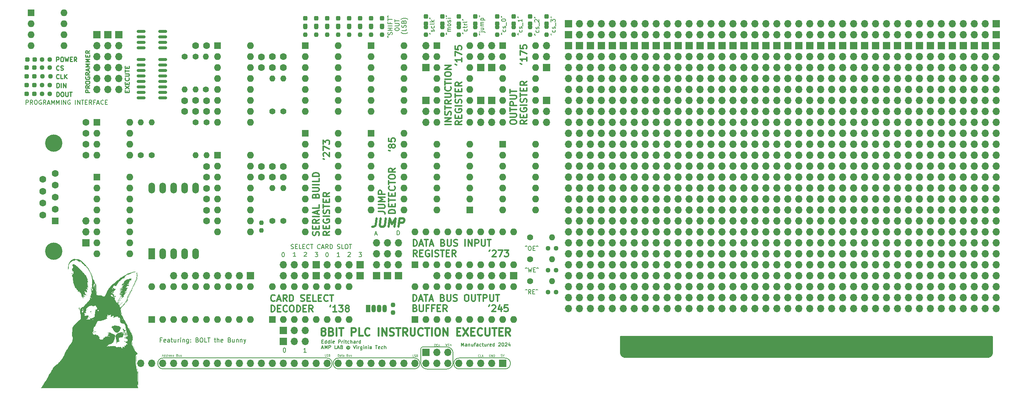
<source format=gbr>
%TF.GenerationSoftware,KiCad,Pcbnew,7.0.5*%
%TF.CreationDate,2024-11-17T15:27:36-05:00*%
%TF.ProjectId,93c76_revision_two,39336337-365f-4726-9576-6973696f6e5f,rev?*%
%TF.SameCoordinates,Original*%
%TF.FileFunction,Soldermask,Top*%
%TF.FilePolarity,Negative*%
%FSLAX46Y46*%
G04 Gerber Fmt 4.6, Leading zero omitted, Abs format (unit mm)*
G04 Created by KiCad (PCBNEW 7.0.5) date 2024-11-17 15:27:36*
%MOMM*%
%LPD*%
G01*
G04 APERTURE LIST*
G04 Aperture macros list*
%AMRoundRect*
0 Rectangle with rounded corners*
0 $1 Rounding radius*
0 $2 $3 $4 $5 $6 $7 $8 $9 X,Y pos of 4 corners*
0 Add a 4 corners polygon primitive as box body*
4,1,4,$2,$3,$4,$5,$6,$7,$8,$9,$2,$3,0*
0 Add four circle primitives for the rounded corners*
1,1,$1+$1,$2,$3*
1,1,$1+$1,$4,$5*
1,1,$1+$1,$6,$7*
1,1,$1+$1,$8,$9*
0 Add four rect primitives between the rounded corners*
20,1,$1+$1,$2,$3,$4,$5,0*
20,1,$1+$1,$4,$5,$6,$7,0*
20,1,$1+$1,$6,$7,$8,$9,0*
20,1,$1+$1,$8,$9,$2,$3,0*%
G04 Aperture macros list end*
%ADD10C,0.150000*%
%ADD11C,0.125000*%
%ADD12C,0.300000*%
%ADD13C,0.250000*%
%ADD14C,0.500000*%
%ADD15C,0.437500*%
%ADD16RoundRect,0.237500X-0.250000X-0.237500X0.250000X-0.237500X0.250000X0.237500X-0.250000X0.237500X0*%
%ADD17RoundRect,0.150000X-0.825000X-0.150000X0.825000X-0.150000X0.825000X0.150000X-0.825000X0.150000X0*%
%ADD18R,1.700000X1.700000*%
%ADD19O,1.700000X1.700000*%
%ADD20C,1.600000*%
%ADD21RoundRect,0.237500X-0.237500X0.287500X-0.237500X-0.287500X0.237500X-0.287500X0.237500X0.287500X0*%
%ADD22C,1.400000*%
%ADD23O,1.400000X1.400000*%
%ADD24R,1.600000X1.600000*%
%ADD25O,1.600000X1.600000*%
%ADD26R,1.070000X1.800000*%
%ADD27O,1.070000X1.800000*%
%ADD28RoundRect,0.237500X-0.287500X-0.237500X0.287500X-0.237500X0.287500X0.237500X-0.287500X0.237500X0*%
%ADD29RoundRect,0.237500X-0.237500X0.250000X-0.237500X-0.250000X0.237500X-0.250000X0.237500X0.250000X0*%
%ADD30RoundRect,0.237500X0.287500X0.237500X-0.287500X0.237500X-0.287500X-0.237500X0.287500X-0.237500X0*%
%ADD31C,4.000000*%
%ADD32R,1.524000X2.524000*%
%ADD33O,1.524000X2.524000*%
%ADD34RoundRect,0.237500X0.237500X-0.250000X0.237500X0.250000X-0.237500X0.250000X-0.237500X-0.250000X0*%
%ADD35RoundRect,0.237500X0.250000X0.237500X-0.250000X0.237500X-0.250000X-0.237500X0.250000X-0.237500X0*%
G04 APERTURE END LIST*
D10*
X119241676Y-105398304D02*
G75*
G03*
X119241676Y-102858296I24J1270004D01*
G01*
X119241676Y-102858296D02*
X101730000Y-102858296D01*
X101750000Y-105398296D02*
X119241676Y-105398296D01*
X98930000Y-102860000D02*
X61090000Y-102860000D01*
X120738742Y-104000000D02*
X120738742Y-100810000D01*
X126770000Y-105431258D02*
G75*
G03*
X128201258Y-104000000I0J1431258D01*
G01*
X121230000Y-100287827D02*
X126777948Y-100287827D01*
X140230000Y-102870000D02*
X129650000Y-102870000D01*
X120738742Y-104000000D02*
G75*
G03*
X122170000Y-105431258I1431258J0D01*
G01*
X128209173Y-101719085D02*
G75*
G03*
X126777948Y-100287827I-1431273J-15D01*
G01*
X121230000Y-100287827D02*
G75*
G03*
X120737827Y-100780000I0J-492173D01*
G01*
X98930000Y-105400000D02*
G75*
G03*
X98930000Y-102860000I0J1270000D01*
G01*
X129650000Y-102871696D02*
G75*
G03*
X129650000Y-105411704I0J-1270004D01*
G01*
X122170000Y-105431258D02*
X126770000Y-105431258D01*
X128209206Y-101719085D02*
X128209206Y-104037948D01*
X129670000Y-105410000D02*
X140220000Y-105410000D01*
X101730000Y-102860000D02*
G75*
G03*
X101730000Y-105400000I0J-1270000D01*
G01*
X61090000Y-102860000D02*
G75*
G03*
X61090000Y-105400000I0J-1270000D01*
G01*
X140230000Y-105410000D02*
G75*
G03*
X140230000Y-102870000I0J1270000D01*
G01*
X61090000Y-105400000D02*
X99010000Y-105400000D01*
X130566233Y-27746077D02*
X130423376Y-27555601D01*
X130423376Y-27555601D02*
X130566233Y-27365125D01*
X131423376Y-26603220D02*
X131470995Y-26698458D01*
X131470995Y-26698458D02*
X131470995Y-26888934D01*
X131470995Y-26888934D02*
X131423376Y-26984172D01*
X131423376Y-26984172D02*
X131375756Y-27031791D01*
X131375756Y-27031791D02*
X131280518Y-27079410D01*
X131280518Y-27079410D02*
X130994804Y-27079410D01*
X130994804Y-27079410D02*
X130899566Y-27031791D01*
X130899566Y-27031791D02*
X130851947Y-26984172D01*
X130851947Y-26984172D02*
X130804328Y-26888934D01*
X130804328Y-26888934D02*
X130804328Y-26698458D01*
X130804328Y-26698458D02*
X130851947Y-26603220D01*
X130804328Y-26317505D02*
X130804328Y-25936553D01*
X130470995Y-26174648D02*
X131328137Y-26174648D01*
X131328137Y-26174648D02*
X131423376Y-26127029D01*
X131423376Y-26127029D02*
X131470995Y-26031791D01*
X131470995Y-26031791D02*
X131470995Y-25936553D01*
X131470995Y-25603219D02*
X130804328Y-25603219D01*
X130994804Y-25603219D02*
X130899566Y-25555600D01*
X130899566Y-25555600D02*
X130851947Y-25507981D01*
X130851947Y-25507981D02*
X130804328Y-25412743D01*
X130804328Y-25412743D02*
X130804328Y-25317505D01*
X131470995Y-24841314D02*
X131423376Y-24936552D01*
X131423376Y-24936552D02*
X131328137Y-24984171D01*
X131328137Y-24984171D02*
X130470995Y-24984171D01*
X130566233Y-24603218D02*
X130423376Y-24412742D01*
X130423376Y-24412742D02*
X130566233Y-24222266D01*
X90711020Y-77487804D02*
X90853877Y-77535423D01*
X90853877Y-77535423D02*
X91091972Y-77535423D01*
X91091972Y-77535423D02*
X91187210Y-77487804D01*
X91187210Y-77487804D02*
X91234829Y-77440184D01*
X91234829Y-77440184D02*
X91282448Y-77344946D01*
X91282448Y-77344946D02*
X91282448Y-77249708D01*
X91282448Y-77249708D02*
X91234829Y-77154470D01*
X91234829Y-77154470D02*
X91187210Y-77106851D01*
X91187210Y-77106851D02*
X91091972Y-77059232D01*
X91091972Y-77059232D02*
X90901496Y-77011613D01*
X90901496Y-77011613D02*
X90806258Y-76963994D01*
X90806258Y-76963994D02*
X90758639Y-76916375D01*
X90758639Y-76916375D02*
X90711020Y-76821137D01*
X90711020Y-76821137D02*
X90711020Y-76725899D01*
X90711020Y-76725899D02*
X90758639Y-76630661D01*
X90758639Y-76630661D02*
X90806258Y-76583042D01*
X90806258Y-76583042D02*
X90901496Y-76535423D01*
X90901496Y-76535423D02*
X91139591Y-76535423D01*
X91139591Y-76535423D02*
X91282448Y-76583042D01*
X91711020Y-77011613D02*
X92044353Y-77011613D01*
X92187210Y-77535423D02*
X91711020Y-77535423D01*
X91711020Y-77535423D02*
X91711020Y-76535423D01*
X91711020Y-76535423D02*
X92187210Y-76535423D01*
X93091972Y-77535423D02*
X92615782Y-77535423D01*
X92615782Y-77535423D02*
X92615782Y-76535423D01*
X93425306Y-77011613D02*
X93758639Y-77011613D01*
X93901496Y-77535423D02*
X93425306Y-77535423D01*
X93425306Y-77535423D02*
X93425306Y-76535423D01*
X93425306Y-76535423D02*
X93901496Y-76535423D01*
X94901496Y-77440184D02*
X94853877Y-77487804D01*
X94853877Y-77487804D02*
X94711020Y-77535423D01*
X94711020Y-77535423D02*
X94615782Y-77535423D01*
X94615782Y-77535423D02*
X94472925Y-77487804D01*
X94472925Y-77487804D02*
X94377687Y-77392565D01*
X94377687Y-77392565D02*
X94330068Y-77297327D01*
X94330068Y-77297327D02*
X94282449Y-77106851D01*
X94282449Y-77106851D02*
X94282449Y-76963994D01*
X94282449Y-76963994D02*
X94330068Y-76773518D01*
X94330068Y-76773518D02*
X94377687Y-76678280D01*
X94377687Y-76678280D02*
X94472925Y-76583042D01*
X94472925Y-76583042D02*
X94615782Y-76535423D01*
X94615782Y-76535423D02*
X94711020Y-76535423D01*
X94711020Y-76535423D02*
X94853877Y-76583042D01*
X94853877Y-76583042D02*
X94901496Y-76630661D01*
X95187211Y-76535423D02*
X95758639Y-76535423D01*
X95472925Y-77535423D02*
X95472925Y-76535423D01*
X97425306Y-77440184D02*
X97377687Y-77487804D01*
X97377687Y-77487804D02*
X97234830Y-77535423D01*
X97234830Y-77535423D02*
X97139592Y-77535423D01*
X97139592Y-77535423D02*
X96996735Y-77487804D01*
X96996735Y-77487804D02*
X96901497Y-77392565D01*
X96901497Y-77392565D02*
X96853878Y-77297327D01*
X96853878Y-77297327D02*
X96806259Y-77106851D01*
X96806259Y-77106851D02*
X96806259Y-76963994D01*
X96806259Y-76963994D02*
X96853878Y-76773518D01*
X96853878Y-76773518D02*
X96901497Y-76678280D01*
X96901497Y-76678280D02*
X96996735Y-76583042D01*
X96996735Y-76583042D02*
X97139592Y-76535423D01*
X97139592Y-76535423D02*
X97234830Y-76535423D01*
X97234830Y-76535423D02*
X97377687Y-76583042D01*
X97377687Y-76583042D02*
X97425306Y-76630661D01*
X97806259Y-77249708D02*
X98282449Y-77249708D01*
X97711021Y-77535423D02*
X98044354Y-76535423D01*
X98044354Y-76535423D02*
X98377687Y-77535423D01*
X99282449Y-77535423D02*
X98949116Y-77059232D01*
X98711021Y-77535423D02*
X98711021Y-76535423D01*
X98711021Y-76535423D02*
X99091973Y-76535423D01*
X99091973Y-76535423D02*
X99187211Y-76583042D01*
X99187211Y-76583042D02*
X99234830Y-76630661D01*
X99234830Y-76630661D02*
X99282449Y-76725899D01*
X99282449Y-76725899D02*
X99282449Y-76868756D01*
X99282449Y-76868756D02*
X99234830Y-76963994D01*
X99234830Y-76963994D02*
X99187211Y-77011613D01*
X99187211Y-77011613D02*
X99091973Y-77059232D01*
X99091973Y-77059232D02*
X98711021Y-77059232D01*
X99711021Y-77535423D02*
X99711021Y-76535423D01*
X99711021Y-76535423D02*
X99949116Y-76535423D01*
X99949116Y-76535423D02*
X100091973Y-76583042D01*
X100091973Y-76583042D02*
X100187211Y-76678280D01*
X100187211Y-76678280D02*
X100234830Y-76773518D01*
X100234830Y-76773518D02*
X100282449Y-76963994D01*
X100282449Y-76963994D02*
X100282449Y-77106851D01*
X100282449Y-77106851D02*
X100234830Y-77297327D01*
X100234830Y-77297327D02*
X100187211Y-77392565D01*
X100187211Y-77392565D02*
X100091973Y-77487804D01*
X100091973Y-77487804D02*
X99949116Y-77535423D01*
X99949116Y-77535423D02*
X99711021Y-77535423D01*
X101425307Y-77487804D02*
X101568164Y-77535423D01*
X101568164Y-77535423D02*
X101806259Y-77535423D01*
X101806259Y-77535423D02*
X101901497Y-77487804D01*
X101901497Y-77487804D02*
X101949116Y-77440184D01*
X101949116Y-77440184D02*
X101996735Y-77344946D01*
X101996735Y-77344946D02*
X101996735Y-77249708D01*
X101996735Y-77249708D02*
X101949116Y-77154470D01*
X101949116Y-77154470D02*
X101901497Y-77106851D01*
X101901497Y-77106851D02*
X101806259Y-77059232D01*
X101806259Y-77059232D02*
X101615783Y-77011613D01*
X101615783Y-77011613D02*
X101520545Y-76963994D01*
X101520545Y-76963994D02*
X101472926Y-76916375D01*
X101472926Y-76916375D02*
X101425307Y-76821137D01*
X101425307Y-76821137D02*
X101425307Y-76725899D01*
X101425307Y-76725899D02*
X101472926Y-76630661D01*
X101472926Y-76630661D02*
X101520545Y-76583042D01*
X101520545Y-76583042D02*
X101615783Y-76535423D01*
X101615783Y-76535423D02*
X101853878Y-76535423D01*
X101853878Y-76535423D02*
X101996735Y-76583042D01*
X102901497Y-77535423D02*
X102425307Y-77535423D01*
X102425307Y-77535423D02*
X102425307Y-76535423D01*
X103425307Y-76535423D02*
X103615783Y-76535423D01*
X103615783Y-76535423D02*
X103711021Y-76583042D01*
X103711021Y-76583042D02*
X103806259Y-76678280D01*
X103806259Y-76678280D02*
X103853878Y-76868756D01*
X103853878Y-76868756D02*
X103853878Y-77202089D01*
X103853878Y-77202089D02*
X103806259Y-77392565D01*
X103806259Y-77392565D02*
X103711021Y-77487804D01*
X103711021Y-77487804D02*
X103615783Y-77535423D01*
X103615783Y-77535423D02*
X103425307Y-77535423D01*
X103425307Y-77535423D02*
X103330069Y-77487804D01*
X103330069Y-77487804D02*
X103234831Y-77392565D01*
X103234831Y-77392565D02*
X103187212Y-77202089D01*
X103187212Y-77202089D02*
X103187212Y-76868756D01*
X103187212Y-76868756D02*
X103234831Y-76678280D01*
X103234831Y-76678280D02*
X103330069Y-76583042D01*
X103330069Y-76583042D02*
X103425307Y-76535423D01*
X104139593Y-76535423D02*
X104711021Y-76535423D01*
X104425307Y-77535423D02*
X104425307Y-76535423D01*
D11*
X101483838Y-102476579D02*
X101483838Y-101976579D01*
X101483838Y-101976579D02*
X101602886Y-101976579D01*
X101602886Y-101976579D02*
X101674314Y-102000389D01*
X101674314Y-102000389D02*
X101721933Y-102048008D01*
X101721933Y-102048008D02*
X101745743Y-102095627D01*
X101745743Y-102095627D02*
X101769552Y-102190865D01*
X101769552Y-102190865D02*
X101769552Y-102262293D01*
X101769552Y-102262293D02*
X101745743Y-102357531D01*
X101745743Y-102357531D02*
X101721933Y-102405150D01*
X101721933Y-102405150D02*
X101674314Y-102452770D01*
X101674314Y-102452770D02*
X101602886Y-102476579D01*
X101602886Y-102476579D02*
X101483838Y-102476579D01*
X102198124Y-102476579D02*
X102198124Y-102214674D01*
X102198124Y-102214674D02*
X102174314Y-102167055D01*
X102174314Y-102167055D02*
X102126695Y-102143246D01*
X102126695Y-102143246D02*
X102031457Y-102143246D01*
X102031457Y-102143246D02*
X101983838Y-102167055D01*
X102198124Y-102452770D02*
X102150505Y-102476579D01*
X102150505Y-102476579D02*
X102031457Y-102476579D01*
X102031457Y-102476579D02*
X101983838Y-102452770D01*
X101983838Y-102452770D02*
X101960029Y-102405150D01*
X101960029Y-102405150D02*
X101960029Y-102357531D01*
X101960029Y-102357531D02*
X101983838Y-102309912D01*
X101983838Y-102309912D02*
X102031457Y-102286103D01*
X102031457Y-102286103D02*
X102150505Y-102286103D01*
X102150505Y-102286103D02*
X102198124Y-102262293D01*
X102364791Y-102143246D02*
X102555267Y-102143246D01*
X102436219Y-101976579D02*
X102436219Y-102405150D01*
X102436219Y-102405150D02*
X102460029Y-102452770D01*
X102460029Y-102452770D02*
X102507648Y-102476579D01*
X102507648Y-102476579D02*
X102555267Y-102476579D01*
X102936219Y-102476579D02*
X102936219Y-102214674D01*
X102936219Y-102214674D02*
X102912409Y-102167055D01*
X102912409Y-102167055D02*
X102864790Y-102143246D01*
X102864790Y-102143246D02*
X102769552Y-102143246D01*
X102769552Y-102143246D02*
X102721933Y-102167055D01*
X102936219Y-102452770D02*
X102888600Y-102476579D01*
X102888600Y-102476579D02*
X102769552Y-102476579D01*
X102769552Y-102476579D02*
X102721933Y-102452770D01*
X102721933Y-102452770D02*
X102698124Y-102405150D01*
X102698124Y-102405150D02*
X102698124Y-102357531D01*
X102698124Y-102357531D02*
X102721933Y-102309912D01*
X102721933Y-102309912D02*
X102769552Y-102286103D01*
X102769552Y-102286103D02*
X102888600Y-102286103D01*
X102888600Y-102286103D02*
X102936219Y-102262293D01*
X103721933Y-102214674D02*
X103793361Y-102238484D01*
X103793361Y-102238484D02*
X103817171Y-102262293D01*
X103817171Y-102262293D02*
X103840980Y-102309912D01*
X103840980Y-102309912D02*
X103840980Y-102381341D01*
X103840980Y-102381341D02*
X103817171Y-102428960D01*
X103817171Y-102428960D02*
X103793361Y-102452770D01*
X103793361Y-102452770D02*
X103745742Y-102476579D01*
X103745742Y-102476579D02*
X103555266Y-102476579D01*
X103555266Y-102476579D02*
X103555266Y-101976579D01*
X103555266Y-101976579D02*
X103721933Y-101976579D01*
X103721933Y-101976579D02*
X103769552Y-102000389D01*
X103769552Y-102000389D02*
X103793361Y-102024198D01*
X103793361Y-102024198D02*
X103817171Y-102071817D01*
X103817171Y-102071817D02*
X103817171Y-102119436D01*
X103817171Y-102119436D02*
X103793361Y-102167055D01*
X103793361Y-102167055D02*
X103769552Y-102190865D01*
X103769552Y-102190865D02*
X103721933Y-102214674D01*
X103721933Y-102214674D02*
X103555266Y-102214674D01*
X104269552Y-102143246D02*
X104269552Y-102476579D01*
X104055266Y-102143246D02*
X104055266Y-102405150D01*
X104055266Y-102405150D02*
X104079076Y-102452770D01*
X104079076Y-102452770D02*
X104126695Y-102476579D01*
X104126695Y-102476579D02*
X104198123Y-102476579D01*
X104198123Y-102476579D02*
X104245742Y-102452770D01*
X104245742Y-102452770D02*
X104269552Y-102428960D01*
X104483838Y-102452770D02*
X104531457Y-102476579D01*
X104531457Y-102476579D02*
X104626695Y-102476579D01*
X104626695Y-102476579D02*
X104674314Y-102452770D01*
X104674314Y-102452770D02*
X104698123Y-102405150D01*
X104698123Y-102405150D02*
X104698123Y-102381341D01*
X104698123Y-102381341D02*
X104674314Y-102333722D01*
X104674314Y-102333722D02*
X104626695Y-102309912D01*
X104626695Y-102309912D02*
X104555266Y-102309912D01*
X104555266Y-102309912D02*
X104507647Y-102286103D01*
X104507647Y-102286103D02*
X104483838Y-102238484D01*
X104483838Y-102238484D02*
X104483838Y-102214674D01*
X104483838Y-102214674D02*
X104507647Y-102167055D01*
X104507647Y-102167055D02*
X104555266Y-102143246D01*
X104555266Y-102143246D02*
X104626695Y-102143246D01*
X104626695Y-102143246D02*
X104674314Y-102167055D01*
D10*
X97839160Y-99047247D02*
X98105826Y-99047247D01*
X98220112Y-99466295D02*
X97839160Y-99466295D01*
X97839160Y-99466295D02*
X97839160Y-98666295D01*
X97839160Y-98666295D02*
X98220112Y-98666295D01*
X98905827Y-99466295D02*
X98905827Y-98666295D01*
X98905827Y-99428200D02*
X98829636Y-99466295D01*
X98829636Y-99466295D02*
X98677255Y-99466295D01*
X98677255Y-99466295D02*
X98601065Y-99428200D01*
X98601065Y-99428200D02*
X98562970Y-99390104D01*
X98562970Y-99390104D02*
X98524874Y-99313914D01*
X98524874Y-99313914D02*
X98524874Y-99085342D01*
X98524874Y-99085342D02*
X98562970Y-99009152D01*
X98562970Y-99009152D02*
X98601065Y-98971057D01*
X98601065Y-98971057D02*
X98677255Y-98932961D01*
X98677255Y-98932961D02*
X98829636Y-98932961D01*
X98829636Y-98932961D02*
X98905827Y-98971057D01*
X99629637Y-99466295D02*
X99629637Y-98666295D01*
X99629637Y-99428200D02*
X99553446Y-99466295D01*
X99553446Y-99466295D02*
X99401065Y-99466295D01*
X99401065Y-99466295D02*
X99324875Y-99428200D01*
X99324875Y-99428200D02*
X99286780Y-99390104D01*
X99286780Y-99390104D02*
X99248684Y-99313914D01*
X99248684Y-99313914D02*
X99248684Y-99085342D01*
X99248684Y-99085342D02*
X99286780Y-99009152D01*
X99286780Y-99009152D02*
X99324875Y-98971057D01*
X99324875Y-98971057D02*
X99401065Y-98932961D01*
X99401065Y-98932961D02*
X99553446Y-98932961D01*
X99553446Y-98932961D02*
X99629637Y-98971057D01*
X100010590Y-99466295D02*
X100010590Y-98932961D01*
X100010590Y-98666295D02*
X99972494Y-98704390D01*
X99972494Y-98704390D02*
X100010590Y-98742485D01*
X100010590Y-98742485D02*
X100048685Y-98704390D01*
X100048685Y-98704390D02*
X100010590Y-98666295D01*
X100010590Y-98666295D02*
X100010590Y-98742485D01*
X100696304Y-99428200D02*
X100620113Y-99466295D01*
X100620113Y-99466295D02*
X100467732Y-99466295D01*
X100467732Y-99466295D02*
X100391542Y-99428200D01*
X100391542Y-99428200D02*
X100353446Y-99352009D01*
X100353446Y-99352009D02*
X100353446Y-99047247D01*
X100353446Y-99047247D02*
X100391542Y-98971057D01*
X100391542Y-98971057D02*
X100467732Y-98932961D01*
X100467732Y-98932961D02*
X100620113Y-98932961D01*
X100620113Y-98932961D02*
X100696304Y-98971057D01*
X100696304Y-98971057D02*
X100734399Y-99047247D01*
X100734399Y-99047247D02*
X100734399Y-99123438D01*
X100734399Y-99123438D02*
X100353446Y-99199628D01*
X101686780Y-99466295D02*
X101686780Y-98666295D01*
X101686780Y-98666295D02*
X101991542Y-98666295D01*
X101991542Y-98666295D02*
X102067732Y-98704390D01*
X102067732Y-98704390D02*
X102105827Y-98742485D01*
X102105827Y-98742485D02*
X102143923Y-98818676D01*
X102143923Y-98818676D02*
X102143923Y-98932961D01*
X102143923Y-98932961D02*
X102105827Y-99009152D01*
X102105827Y-99009152D02*
X102067732Y-99047247D01*
X102067732Y-99047247D02*
X101991542Y-99085342D01*
X101991542Y-99085342D02*
X101686780Y-99085342D01*
X102486780Y-99466295D02*
X102486780Y-98932961D01*
X102486780Y-99085342D02*
X102524875Y-99009152D01*
X102524875Y-99009152D02*
X102562970Y-98971057D01*
X102562970Y-98971057D02*
X102639161Y-98932961D01*
X102639161Y-98932961D02*
X102715351Y-98932961D01*
X102982018Y-99466295D02*
X102982018Y-98932961D01*
X102982018Y-98666295D02*
X102943922Y-98704390D01*
X102943922Y-98704390D02*
X102982018Y-98742485D01*
X102982018Y-98742485D02*
X103020113Y-98704390D01*
X103020113Y-98704390D02*
X102982018Y-98666295D01*
X102982018Y-98666295D02*
X102982018Y-98742485D01*
X103248684Y-98932961D02*
X103553446Y-98932961D01*
X103362970Y-98666295D02*
X103362970Y-99352009D01*
X103362970Y-99352009D02*
X103401065Y-99428200D01*
X103401065Y-99428200D02*
X103477255Y-99466295D01*
X103477255Y-99466295D02*
X103553446Y-99466295D01*
X104162970Y-99428200D02*
X104086779Y-99466295D01*
X104086779Y-99466295D02*
X103934398Y-99466295D01*
X103934398Y-99466295D02*
X103858208Y-99428200D01*
X103858208Y-99428200D02*
X103820113Y-99390104D01*
X103820113Y-99390104D02*
X103782017Y-99313914D01*
X103782017Y-99313914D02*
X103782017Y-99085342D01*
X103782017Y-99085342D02*
X103820113Y-99009152D01*
X103820113Y-99009152D02*
X103858208Y-98971057D01*
X103858208Y-98971057D02*
X103934398Y-98932961D01*
X103934398Y-98932961D02*
X104086779Y-98932961D01*
X104086779Y-98932961D02*
X104162970Y-98971057D01*
X104505827Y-99466295D02*
X104505827Y-98666295D01*
X104848684Y-99466295D02*
X104848684Y-99047247D01*
X104848684Y-99047247D02*
X104810589Y-98971057D01*
X104810589Y-98971057D02*
X104734398Y-98932961D01*
X104734398Y-98932961D02*
X104620112Y-98932961D01*
X104620112Y-98932961D02*
X104543922Y-98971057D01*
X104543922Y-98971057D02*
X104505827Y-99009152D01*
X105572494Y-99466295D02*
X105572494Y-99047247D01*
X105572494Y-99047247D02*
X105534399Y-98971057D01*
X105534399Y-98971057D02*
X105458208Y-98932961D01*
X105458208Y-98932961D02*
X105305827Y-98932961D01*
X105305827Y-98932961D02*
X105229637Y-98971057D01*
X105572494Y-99428200D02*
X105496303Y-99466295D01*
X105496303Y-99466295D02*
X105305827Y-99466295D01*
X105305827Y-99466295D02*
X105229637Y-99428200D01*
X105229637Y-99428200D02*
X105191541Y-99352009D01*
X105191541Y-99352009D02*
X105191541Y-99275819D01*
X105191541Y-99275819D02*
X105229637Y-99199628D01*
X105229637Y-99199628D02*
X105305827Y-99161533D01*
X105305827Y-99161533D02*
X105496303Y-99161533D01*
X105496303Y-99161533D02*
X105572494Y-99123438D01*
X105953447Y-99466295D02*
X105953447Y-98932961D01*
X105953447Y-99085342D02*
X105991542Y-99009152D01*
X105991542Y-99009152D02*
X106029637Y-98971057D01*
X106029637Y-98971057D02*
X106105828Y-98932961D01*
X106105828Y-98932961D02*
X106182018Y-98932961D01*
X106791542Y-99466295D02*
X106791542Y-98666295D01*
X106791542Y-99428200D02*
X106715351Y-99466295D01*
X106715351Y-99466295D02*
X106562970Y-99466295D01*
X106562970Y-99466295D02*
X106486780Y-99428200D01*
X106486780Y-99428200D02*
X106448685Y-99390104D01*
X106448685Y-99390104D02*
X106410589Y-99313914D01*
X106410589Y-99313914D02*
X106410589Y-99085342D01*
X106410589Y-99085342D02*
X106448685Y-99009152D01*
X106448685Y-99009152D02*
X106486780Y-98971057D01*
X106486780Y-98971057D02*
X106562970Y-98932961D01*
X106562970Y-98932961D02*
X106715351Y-98932961D01*
X106715351Y-98932961D02*
X106791542Y-98971057D01*
X97801064Y-100525723D02*
X98182017Y-100525723D01*
X97724874Y-100754295D02*
X97991541Y-99954295D01*
X97991541Y-99954295D02*
X98258207Y-100754295D01*
X98524874Y-100754295D02*
X98524874Y-99954295D01*
X98524874Y-99954295D02*
X98791540Y-100525723D01*
X98791540Y-100525723D02*
X99058207Y-99954295D01*
X99058207Y-99954295D02*
X99058207Y-100754295D01*
X99439160Y-100754295D02*
X99439160Y-99954295D01*
X99439160Y-99954295D02*
X99743922Y-99954295D01*
X99743922Y-99954295D02*
X99820112Y-99992390D01*
X99820112Y-99992390D02*
X99858207Y-100030485D01*
X99858207Y-100030485D02*
X99896303Y-100106676D01*
X99896303Y-100106676D02*
X99896303Y-100220961D01*
X99896303Y-100220961D02*
X99858207Y-100297152D01*
X99858207Y-100297152D02*
X99820112Y-100335247D01*
X99820112Y-100335247D02*
X99743922Y-100373342D01*
X99743922Y-100373342D02*
X99439160Y-100373342D01*
X101229636Y-100754295D02*
X100848684Y-100754295D01*
X100848684Y-100754295D02*
X100848684Y-99954295D01*
X101458207Y-100525723D02*
X101839160Y-100525723D01*
X101382017Y-100754295D02*
X101648684Y-99954295D01*
X101648684Y-99954295D02*
X101915350Y-100754295D01*
X102448683Y-100335247D02*
X102562969Y-100373342D01*
X102562969Y-100373342D02*
X102601064Y-100411438D01*
X102601064Y-100411438D02*
X102639160Y-100487628D01*
X102639160Y-100487628D02*
X102639160Y-100601914D01*
X102639160Y-100601914D02*
X102601064Y-100678104D01*
X102601064Y-100678104D02*
X102562969Y-100716200D01*
X102562969Y-100716200D02*
X102486779Y-100754295D01*
X102486779Y-100754295D02*
X102182017Y-100754295D01*
X102182017Y-100754295D02*
X102182017Y-99954295D01*
X102182017Y-99954295D02*
X102448683Y-99954295D01*
X102448683Y-99954295D02*
X102524874Y-99992390D01*
X102524874Y-99992390D02*
X102562969Y-100030485D01*
X102562969Y-100030485D02*
X102601064Y-100106676D01*
X102601064Y-100106676D02*
X102601064Y-100182866D01*
X102601064Y-100182866D02*
X102562969Y-100259057D01*
X102562969Y-100259057D02*
X102524874Y-100297152D01*
X102524874Y-100297152D02*
X102448683Y-100335247D01*
X102448683Y-100335247D02*
X102182017Y-100335247D01*
X104086779Y-100373342D02*
X104048684Y-100335247D01*
X104048684Y-100335247D02*
X103972493Y-100297152D01*
X103972493Y-100297152D02*
X103896303Y-100297152D01*
X103896303Y-100297152D02*
X103820112Y-100335247D01*
X103820112Y-100335247D02*
X103782017Y-100373342D01*
X103782017Y-100373342D02*
X103743922Y-100449533D01*
X103743922Y-100449533D02*
X103743922Y-100525723D01*
X103743922Y-100525723D02*
X103782017Y-100601914D01*
X103782017Y-100601914D02*
X103820112Y-100640009D01*
X103820112Y-100640009D02*
X103896303Y-100678104D01*
X103896303Y-100678104D02*
X103972493Y-100678104D01*
X103972493Y-100678104D02*
X104048684Y-100640009D01*
X104048684Y-100640009D02*
X104086779Y-100601914D01*
X104086779Y-100297152D02*
X104086779Y-100601914D01*
X104086779Y-100601914D02*
X104124874Y-100640009D01*
X104124874Y-100640009D02*
X104162969Y-100640009D01*
X104162969Y-100640009D02*
X104239160Y-100601914D01*
X104239160Y-100601914D02*
X104277255Y-100525723D01*
X104277255Y-100525723D02*
X104277255Y-100335247D01*
X104277255Y-100335247D02*
X104201065Y-100220961D01*
X104201065Y-100220961D02*
X104086779Y-100144771D01*
X104086779Y-100144771D02*
X103934398Y-100106676D01*
X103934398Y-100106676D02*
X103782017Y-100144771D01*
X103782017Y-100144771D02*
X103667731Y-100220961D01*
X103667731Y-100220961D02*
X103591541Y-100335247D01*
X103591541Y-100335247D02*
X103553445Y-100487628D01*
X103553445Y-100487628D02*
X103591541Y-100640009D01*
X103591541Y-100640009D02*
X103667731Y-100754295D01*
X103667731Y-100754295D02*
X103782017Y-100830485D01*
X103782017Y-100830485D02*
X103934398Y-100868580D01*
X103934398Y-100868580D02*
X104086779Y-100830485D01*
X104086779Y-100830485D02*
X104201065Y-100754295D01*
X105115350Y-99954295D02*
X105382017Y-100754295D01*
X105382017Y-100754295D02*
X105648683Y-99954295D01*
X105915350Y-100754295D02*
X105915350Y-100220961D01*
X105915350Y-99954295D02*
X105877254Y-99992390D01*
X105877254Y-99992390D02*
X105915350Y-100030485D01*
X105915350Y-100030485D02*
X105953445Y-99992390D01*
X105953445Y-99992390D02*
X105915350Y-99954295D01*
X105915350Y-99954295D02*
X105915350Y-100030485D01*
X106296302Y-100754295D02*
X106296302Y-100220961D01*
X106296302Y-100373342D02*
X106334397Y-100297152D01*
X106334397Y-100297152D02*
X106372492Y-100259057D01*
X106372492Y-100259057D02*
X106448683Y-100220961D01*
X106448683Y-100220961D02*
X106524873Y-100220961D01*
X107134397Y-100220961D02*
X107134397Y-100868580D01*
X107134397Y-100868580D02*
X107096302Y-100944771D01*
X107096302Y-100944771D02*
X107058206Y-100982866D01*
X107058206Y-100982866D02*
X106982016Y-101020961D01*
X106982016Y-101020961D02*
X106867730Y-101020961D01*
X106867730Y-101020961D02*
X106791540Y-100982866D01*
X107134397Y-100716200D02*
X107058206Y-100754295D01*
X107058206Y-100754295D02*
X106905825Y-100754295D01*
X106905825Y-100754295D02*
X106829635Y-100716200D01*
X106829635Y-100716200D02*
X106791540Y-100678104D01*
X106791540Y-100678104D02*
X106753444Y-100601914D01*
X106753444Y-100601914D02*
X106753444Y-100373342D01*
X106753444Y-100373342D02*
X106791540Y-100297152D01*
X106791540Y-100297152D02*
X106829635Y-100259057D01*
X106829635Y-100259057D02*
X106905825Y-100220961D01*
X106905825Y-100220961D02*
X107058206Y-100220961D01*
X107058206Y-100220961D02*
X107134397Y-100259057D01*
X107515350Y-100754295D02*
X107515350Y-100220961D01*
X107515350Y-99954295D02*
X107477254Y-99992390D01*
X107477254Y-99992390D02*
X107515350Y-100030485D01*
X107515350Y-100030485D02*
X107553445Y-99992390D01*
X107553445Y-99992390D02*
X107515350Y-99954295D01*
X107515350Y-99954295D02*
X107515350Y-100030485D01*
X107896302Y-100220961D02*
X107896302Y-100754295D01*
X107896302Y-100297152D02*
X107934397Y-100259057D01*
X107934397Y-100259057D02*
X108010587Y-100220961D01*
X108010587Y-100220961D02*
X108124873Y-100220961D01*
X108124873Y-100220961D02*
X108201064Y-100259057D01*
X108201064Y-100259057D02*
X108239159Y-100335247D01*
X108239159Y-100335247D02*
X108239159Y-100754295D01*
X108620112Y-100754295D02*
X108620112Y-100220961D01*
X108620112Y-99954295D02*
X108582016Y-99992390D01*
X108582016Y-99992390D02*
X108620112Y-100030485D01*
X108620112Y-100030485D02*
X108658207Y-99992390D01*
X108658207Y-99992390D02*
X108620112Y-99954295D01*
X108620112Y-99954295D02*
X108620112Y-100030485D01*
X109343921Y-100754295D02*
X109343921Y-100335247D01*
X109343921Y-100335247D02*
X109305826Y-100259057D01*
X109305826Y-100259057D02*
X109229635Y-100220961D01*
X109229635Y-100220961D02*
X109077254Y-100220961D01*
X109077254Y-100220961D02*
X109001064Y-100259057D01*
X109343921Y-100716200D02*
X109267730Y-100754295D01*
X109267730Y-100754295D02*
X109077254Y-100754295D01*
X109077254Y-100754295D02*
X109001064Y-100716200D01*
X109001064Y-100716200D02*
X108962968Y-100640009D01*
X108962968Y-100640009D02*
X108962968Y-100563819D01*
X108962968Y-100563819D02*
X109001064Y-100487628D01*
X109001064Y-100487628D02*
X109077254Y-100449533D01*
X109077254Y-100449533D02*
X109267730Y-100449533D01*
X109267730Y-100449533D02*
X109343921Y-100411438D01*
X110220112Y-99954295D02*
X110677255Y-99954295D01*
X110448683Y-100754295D02*
X110448683Y-99954295D01*
X111248684Y-100716200D02*
X111172493Y-100754295D01*
X111172493Y-100754295D02*
X111020112Y-100754295D01*
X111020112Y-100754295D02*
X110943922Y-100716200D01*
X110943922Y-100716200D02*
X110905826Y-100640009D01*
X110905826Y-100640009D02*
X110905826Y-100335247D01*
X110905826Y-100335247D02*
X110943922Y-100259057D01*
X110943922Y-100259057D02*
X111020112Y-100220961D01*
X111020112Y-100220961D02*
X111172493Y-100220961D01*
X111172493Y-100220961D02*
X111248684Y-100259057D01*
X111248684Y-100259057D02*
X111286779Y-100335247D01*
X111286779Y-100335247D02*
X111286779Y-100411438D01*
X111286779Y-100411438D02*
X110905826Y-100487628D01*
X111972493Y-100716200D02*
X111896302Y-100754295D01*
X111896302Y-100754295D02*
X111743921Y-100754295D01*
X111743921Y-100754295D02*
X111667731Y-100716200D01*
X111667731Y-100716200D02*
X111629636Y-100678104D01*
X111629636Y-100678104D02*
X111591540Y-100601914D01*
X111591540Y-100601914D02*
X111591540Y-100373342D01*
X111591540Y-100373342D02*
X111629636Y-100297152D01*
X111629636Y-100297152D02*
X111667731Y-100259057D01*
X111667731Y-100259057D02*
X111743921Y-100220961D01*
X111743921Y-100220961D02*
X111896302Y-100220961D01*
X111896302Y-100220961D02*
X111972493Y-100259057D01*
X112315350Y-100754295D02*
X112315350Y-99954295D01*
X112658207Y-100754295D02*
X112658207Y-100335247D01*
X112658207Y-100335247D02*
X112620112Y-100259057D01*
X112620112Y-100259057D02*
X112543921Y-100220961D01*
X112543921Y-100220961D02*
X112429635Y-100220961D01*
X112429635Y-100220961D02*
X112353445Y-100259057D01*
X112353445Y-100259057D02*
X112315350Y-100297152D01*
D11*
X126443664Y-99562309D02*
X126562712Y-100062309D01*
X126562712Y-100062309D02*
X126657950Y-99705166D01*
X126657950Y-99705166D02*
X126753188Y-100062309D01*
X126753188Y-100062309D02*
X126872236Y-99562309D01*
X127062712Y-99800404D02*
X127229379Y-99800404D01*
X127300807Y-100062309D02*
X127062712Y-100062309D01*
X127062712Y-100062309D02*
X127062712Y-99562309D01*
X127062712Y-99562309D02*
X127300807Y-99562309D01*
X127515093Y-99728976D02*
X127515093Y-100062309D01*
X127515093Y-99776595D02*
X127538903Y-99752785D01*
X127538903Y-99752785D02*
X127586522Y-99728976D01*
X127586522Y-99728976D02*
X127657950Y-99728976D01*
X127657950Y-99728976D02*
X127705569Y-99752785D01*
X127705569Y-99752785D02*
X127729379Y-99800404D01*
X127729379Y-99800404D02*
X127729379Y-100062309D01*
D10*
X144973922Y-82051406D02*
X145164398Y-81908549D01*
X145164398Y-81908549D02*
X145354874Y-82051406D01*
X145592970Y-81956168D02*
X145831065Y-82956168D01*
X145831065Y-82956168D02*
X146021541Y-82241882D01*
X146021541Y-82241882D02*
X146212017Y-82956168D01*
X146212017Y-82956168D02*
X146450113Y-81956168D01*
X146831065Y-82432358D02*
X147164398Y-82432358D01*
X147307255Y-82956168D02*
X146831065Y-82956168D01*
X146831065Y-82956168D02*
X146831065Y-81956168D01*
X146831065Y-81956168D02*
X147307255Y-81956168D01*
X147592970Y-82051406D02*
X147783446Y-81908549D01*
X147783446Y-81908549D02*
X147973922Y-82051406D01*
X101938976Y-79351105D02*
X101367548Y-79351105D01*
X101653262Y-79351105D02*
X101653262Y-78351105D01*
X101653262Y-78351105D02*
X101558024Y-78493962D01*
X101558024Y-78493962D02*
X101462786Y-78589200D01*
X101462786Y-78589200D02*
X101367548Y-78636819D01*
X147210579Y-28050766D02*
X147067722Y-27860290D01*
X147067722Y-27860290D02*
X147210579Y-27669814D01*
X148067722Y-26907909D02*
X148115341Y-27003147D01*
X148115341Y-27003147D02*
X148115341Y-27193623D01*
X148115341Y-27193623D02*
X148067722Y-27288861D01*
X148067722Y-27288861D02*
X148020102Y-27336480D01*
X148020102Y-27336480D02*
X147924864Y-27384099D01*
X147924864Y-27384099D02*
X147639150Y-27384099D01*
X147639150Y-27384099D02*
X147543912Y-27336480D01*
X147543912Y-27336480D02*
X147496293Y-27288861D01*
X147496293Y-27288861D02*
X147448674Y-27193623D01*
X147448674Y-27193623D02*
X147448674Y-27003147D01*
X147448674Y-27003147D02*
X147496293Y-26907909D01*
X148067722Y-26526956D02*
X148115341Y-26431718D01*
X148115341Y-26431718D02*
X148115341Y-26241242D01*
X148115341Y-26241242D02*
X148067722Y-26146004D01*
X148067722Y-26146004D02*
X147972483Y-26098385D01*
X147972483Y-26098385D02*
X147924864Y-26098385D01*
X147924864Y-26098385D02*
X147829626Y-26146004D01*
X147829626Y-26146004D02*
X147782007Y-26241242D01*
X147782007Y-26241242D02*
X147782007Y-26384099D01*
X147782007Y-26384099D02*
X147734388Y-26479337D01*
X147734388Y-26479337D02*
X147639150Y-26526956D01*
X147639150Y-26526956D02*
X147591531Y-26526956D01*
X147591531Y-26526956D02*
X147496293Y-26479337D01*
X147496293Y-26479337D02*
X147448674Y-26384099D01*
X147448674Y-26384099D02*
X147448674Y-26241242D01*
X147448674Y-26241242D02*
X147496293Y-26146004D01*
X148210579Y-25907909D02*
X148210579Y-25146004D01*
X147210579Y-24955527D02*
X147162960Y-24907908D01*
X147162960Y-24907908D02*
X147115341Y-24812670D01*
X147115341Y-24812670D02*
X147115341Y-24574575D01*
X147115341Y-24574575D02*
X147162960Y-24479337D01*
X147162960Y-24479337D02*
X147210579Y-24431718D01*
X147210579Y-24431718D02*
X147305817Y-24384099D01*
X147305817Y-24384099D02*
X147401055Y-24384099D01*
X147401055Y-24384099D02*
X147543912Y-24431718D01*
X147543912Y-24431718D02*
X148115341Y-25003146D01*
X148115341Y-25003146D02*
X148115341Y-24384099D01*
X147210579Y-24098384D02*
X147067722Y-23907908D01*
X147067722Y-23907908D02*
X147210579Y-23717432D01*
X122933774Y-27840578D02*
X122790917Y-27650102D01*
X122790917Y-27650102D02*
X122933774Y-27459626D01*
X123790917Y-27173911D02*
X123838536Y-27078673D01*
X123838536Y-27078673D02*
X123838536Y-26888197D01*
X123838536Y-26888197D02*
X123790917Y-26792959D01*
X123790917Y-26792959D02*
X123695678Y-26745340D01*
X123695678Y-26745340D02*
X123648059Y-26745340D01*
X123648059Y-26745340D02*
X123552821Y-26792959D01*
X123552821Y-26792959D02*
X123505202Y-26888197D01*
X123505202Y-26888197D02*
X123505202Y-27031054D01*
X123505202Y-27031054D02*
X123457583Y-27126292D01*
X123457583Y-27126292D02*
X123362345Y-27173911D01*
X123362345Y-27173911D02*
X123314726Y-27173911D01*
X123314726Y-27173911D02*
X123219488Y-27126292D01*
X123219488Y-27126292D02*
X123171869Y-27031054D01*
X123171869Y-27031054D02*
X123171869Y-26888197D01*
X123171869Y-26888197D02*
X123219488Y-26792959D01*
X123790917Y-25888197D02*
X123838536Y-25983435D01*
X123838536Y-25983435D02*
X123838536Y-26173911D01*
X123838536Y-26173911D02*
X123790917Y-26269149D01*
X123790917Y-26269149D02*
X123743297Y-26316768D01*
X123743297Y-26316768D02*
X123648059Y-26364387D01*
X123648059Y-26364387D02*
X123362345Y-26364387D01*
X123362345Y-26364387D02*
X123267107Y-26316768D01*
X123267107Y-26316768D02*
X123219488Y-26269149D01*
X123219488Y-26269149D02*
X123171869Y-26173911D01*
X123171869Y-26173911D02*
X123171869Y-25983435D01*
X123171869Y-25983435D02*
X123219488Y-25888197D01*
X123838536Y-25316768D02*
X123790917Y-25412006D01*
X123790917Y-25412006D02*
X123695678Y-25459625D01*
X123695678Y-25459625D02*
X122838536Y-25459625D01*
X123838536Y-24935815D02*
X122838536Y-24935815D01*
X123457583Y-24840577D02*
X123838536Y-24554863D01*
X123171869Y-24554863D02*
X123552821Y-24935815D01*
X122933774Y-24269148D02*
X122790917Y-24078672D01*
X122790917Y-24078672D02*
X122933774Y-23888196D01*
X60750112Y-98686009D02*
X60416779Y-98686009D01*
X60416779Y-99209819D02*
X60416779Y-98209819D01*
X60416779Y-98209819D02*
X60892969Y-98209819D01*
X61654874Y-99162200D02*
X61559636Y-99209819D01*
X61559636Y-99209819D02*
X61369160Y-99209819D01*
X61369160Y-99209819D02*
X61273922Y-99162200D01*
X61273922Y-99162200D02*
X61226303Y-99066961D01*
X61226303Y-99066961D02*
X61226303Y-98686009D01*
X61226303Y-98686009D02*
X61273922Y-98590771D01*
X61273922Y-98590771D02*
X61369160Y-98543152D01*
X61369160Y-98543152D02*
X61559636Y-98543152D01*
X61559636Y-98543152D02*
X61654874Y-98590771D01*
X61654874Y-98590771D02*
X61702493Y-98686009D01*
X61702493Y-98686009D02*
X61702493Y-98781247D01*
X61702493Y-98781247D02*
X61226303Y-98876485D01*
X62559636Y-99209819D02*
X62559636Y-98686009D01*
X62559636Y-98686009D02*
X62512017Y-98590771D01*
X62512017Y-98590771D02*
X62416779Y-98543152D01*
X62416779Y-98543152D02*
X62226303Y-98543152D01*
X62226303Y-98543152D02*
X62131065Y-98590771D01*
X62559636Y-99162200D02*
X62464398Y-99209819D01*
X62464398Y-99209819D02*
X62226303Y-99209819D01*
X62226303Y-99209819D02*
X62131065Y-99162200D01*
X62131065Y-99162200D02*
X62083446Y-99066961D01*
X62083446Y-99066961D02*
X62083446Y-98971723D01*
X62083446Y-98971723D02*
X62131065Y-98876485D01*
X62131065Y-98876485D02*
X62226303Y-98828866D01*
X62226303Y-98828866D02*
X62464398Y-98828866D01*
X62464398Y-98828866D02*
X62559636Y-98781247D01*
X62892970Y-98543152D02*
X63273922Y-98543152D01*
X63035827Y-98209819D02*
X63035827Y-99066961D01*
X63035827Y-99066961D02*
X63083446Y-99162200D01*
X63083446Y-99162200D02*
X63178684Y-99209819D01*
X63178684Y-99209819D02*
X63273922Y-99209819D01*
X64035827Y-98543152D02*
X64035827Y-99209819D01*
X63607256Y-98543152D02*
X63607256Y-99066961D01*
X63607256Y-99066961D02*
X63654875Y-99162200D01*
X63654875Y-99162200D02*
X63750113Y-99209819D01*
X63750113Y-99209819D02*
X63892970Y-99209819D01*
X63892970Y-99209819D02*
X63988208Y-99162200D01*
X63988208Y-99162200D02*
X64035827Y-99114580D01*
X64512018Y-99209819D02*
X64512018Y-98543152D01*
X64512018Y-98733628D02*
X64559637Y-98638390D01*
X64559637Y-98638390D02*
X64607256Y-98590771D01*
X64607256Y-98590771D02*
X64702494Y-98543152D01*
X64702494Y-98543152D02*
X64797732Y-98543152D01*
X65131066Y-99209819D02*
X65131066Y-98543152D01*
X65131066Y-98209819D02*
X65083447Y-98257438D01*
X65083447Y-98257438D02*
X65131066Y-98305057D01*
X65131066Y-98305057D02*
X65178685Y-98257438D01*
X65178685Y-98257438D02*
X65131066Y-98209819D01*
X65131066Y-98209819D02*
X65131066Y-98305057D01*
X65607256Y-98543152D02*
X65607256Y-99209819D01*
X65607256Y-98638390D02*
X65654875Y-98590771D01*
X65654875Y-98590771D02*
X65750113Y-98543152D01*
X65750113Y-98543152D02*
X65892970Y-98543152D01*
X65892970Y-98543152D02*
X65988208Y-98590771D01*
X65988208Y-98590771D02*
X66035827Y-98686009D01*
X66035827Y-98686009D02*
X66035827Y-99209819D01*
X66940589Y-98543152D02*
X66940589Y-99352676D01*
X66940589Y-99352676D02*
X66892970Y-99447914D01*
X66892970Y-99447914D02*
X66845351Y-99495533D01*
X66845351Y-99495533D02*
X66750113Y-99543152D01*
X66750113Y-99543152D02*
X66607256Y-99543152D01*
X66607256Y-99543152D02*
X66512018Y-99495533D01*
X66940589Y-99162200D02*
X66845351Y-99209819D01*
X66845351Y-99209819D02*
X66654875Y-99209819D01*
X66654875Y-99209819D02*
X66559637Y-99162200D01*
X66559637Y-99162200D02*
X66512018Y-99114580D01*
X66512018Y-99114580D02*
X66464399Y-99019342D01*
X66464399Y-99019342D02*
X66464399Y-98733628D01*
X66464399Y-98733628D02*
X66512018Y-98638390D01*
X66512018Y-98638390D02*
X66559637Y-98590771D01*
X66559637Y-98590771D02*
X66654875Y-98543152D01*
X66654875Y-98543152D02*
X66845351Y-98543152D01*
X66845351Y-98543152D02*
X66940589Y-98590771D01*
X67416780Y-99114580D02*
X67464399Y-99162200D01*
X67464399Y-99162200D02*
X67416780Y-99209819D01*
X67416780Y-99209819D02*
X67369161Y-99162200D01*
X67369161Y-99162200D02*
X67416780Y-99114580D01*
X67416780Y-99114580D02*
X67416780Y-99209819D01*
X67416780Y-98590771D02*
X67464399Y-98638390D01*
X67464399Y-98638390D02*
X67416780Y-98686009D01*
X67416780Y-98686009D02*
X67369161Y-98638390D01*
X67369161Y-98638390D02*
X67416780Y-98590771D01*
X67416780Y-98590771D02*
X67416780Y-98686009D01*
X68988208Y-98686009D02*
X69131065Y-98733628D01*
X69131065Y-98733628D02*
X69178684Y-98781247D01*
X69178684Y-98781247D02*
X69226303Y-98876485D01*
X69226303Y-98876485D02*
X69226303Y-99019342D01*
X69226303Y-99019342D02*
X69178684Y-99114580D01*
X69178684Y-99114580D02*
X69131065Y-99162200D01*
X69131065Y-99162200D02*
X69035827Y-99209819D01*
X69035827Y-99209819D02*
X68654875Y-99209819D01*
X68654875Y-99209819D02*
X68654875Y-98209819D01*
X68654875Y-98209819D02*
X68988208Y-98209819D01*
X68988208Y-98209819D02*
X69083446Y-98257438D01*
X69083446Y-98257438D02*
X69131065Y-98305057D01*
X69131065Y-98305057D02*
X69178684Y-98400295D01*
X69178684Y-98400295D02*
X69178684Y-98495533D01*
X69178684Y-98495533D02*
X69131065Y-98590771D01*
X69131065Y-98590771D02*
X69083446Y-98638390D01*
X69083446Y-98638390D02*
X68988208Y-98686009D01*
X68988208Y-98686009D02*
X68654875Y-98686009D01*
X69845351Y-98209819D02*
X70035827Y-98209819D01*
X70035827Y-98209819D02*
X70131065Y-98257438D01*
X70131065Y-98257438D02*
X70226303Y-98352676D01*
X70226303Y-98352676D02*
X70273922Y-98543152D01*
X70273922Y-98543152D02*
X70273922Y-98876485D01*
X70273922Y-98876485D02*
X70226303Y-99066961D01*
X70226303Y-99066961D02*
X70131065Y-99162200D01*
X70131065Y-99162200D02*
X70035827Y-99209819D01*
X70035827Y-99209819D02*
X69845351Y-99209819D01*
X69845351Y-99209819D02*
X69750113Y-99162200D01*
X69750113Y-99162200D02*
X69654875Y-99066961D01*
X69654875Y-99066961D02*
X69607256Y-98876485D01*
X69607256Y-98876485D02*
X69607256Y-98543152D01*
X69607256Y-98543152D02*
X69654875Y-98352676D01*
X69654875Y-98352676D02*
X69750113Y-98257438D01*
X69750113Y-98257438D02*
X69845351Y-98209819D01*
X71178684Y-99209819D02*
X70702494Y-99209819D01*
X70702494Y-99209819D02*
X70702494Y-98209819D01*
X71369161Y-98209819D02*
X71940589Y-98209819D01*
X71654875Y-99209819D02*
X71654875Y-98209819D01*
X72892971Y-98543152D02*
X73273923Y-98543152D01*
X73035828Y-98209819D02*
X73035828Y-99066961D01*
X73035828Y-99066961D02*
X73083447Y-99162200D01*
X73083447Y-99162200D02*
X73178685Y-99209819D01*
X73178685Y-99209819D02*
X73273923Y-99209819D01*
X73607257Y-99209819D02*
X73607257Y-98209819D01*
X74035828Y-99209819D02*
X74035828Y-98686009D01*
X74035828Y-98686009D02*
X73988209Y-98590771D01*
X73988209Y-98590771D02*
X73892971Y-98543152D01*
X73892971Y-98543152D02*
X73750114Y-98543152D01*
X73750114Y-98543152D02*
X73654876Y-98590771D01*
X73654876Y-98590771D02*
X73607257Y-98638390D01*
X74892971Y-99162200D02*
X74797733Y-99209819D01*
X74797733Y-99209819D02*
X74607257Y-99209819D01*
X74607257Y-99209819D02*
X74512019Y-99162200D01*
X74512019Y-99162200D02*
X74464400Y-99066961D01*
X74464400Y-99066961D02*
X74464400Y-98686009D01*
X74464400Y-98686009D02*
X74512019Y-98590771D01*
X74512019Y-98590771D02*
X74607257Y-98543152D01*
X74607257Y-98543152D02*
X74797733Y-98543152D01*
X74797733Y-98543152D02*
X74892971Y-98590771D01*
X74892971Y-98590771D02*
X74940590Y-98686009D01*
X74940590Y-98686009D02*
X74940590Y-98781247D01*
X74940590Y-98781247D02*
X74464400Y-98876485D01*
X76464400Y-98686009D02*
X76607257Y-98733628D01*
X76607257Y-98733628D02*
X76654876Y-98781247D01*
X76654876Y-98781247D02*
X76702495Y-98876485D01*
X76702495Y-98876485D02*
X76702495Y-99019342D01*
X76702495Y-99019342D02*
X76654876Y-99114580D01*
X76654876Y-99114580D02*
X76607257Y-99162200D01*
X76607257Y-99162200D02*
X76512019Y-99209819D01*
X76512019Y-99209819D02*
X76131067Y-99209819D01*
X76131067Y-99209819D02*
X76131067Y-98209819D01*
X76131067Y-98209819D02*
X76464400Y-98209819D01*
X76464400Y-98209819D02*
X76559638Y-98257438D01*
X76559638Y-98257438D02*
X76607257Y-98305057D01*
X76607257Y-98305057D02*
X76654876Y-98400295D01*
X76654876Y-98400295D02*
X76654876Y-98495533D01*
X76654876Y-98495533D02*
X76607257Y-98590771D01*
X76607257Y-98590771D02*
X76559638Y-98638390D01*
X76559638Y-98638390D02*
X76464400Y-98686009D01*
X76464400Y-98686009D02*
X76131067Y-98686009D01*
X77559638Y-98543152D02*
X77559638Y-99209819D01*
X77131067Y-98543152D02*
X77131067Y-99066961D01*
X77131067Y-99066961D02*
X77178686Y-99162200D01*
X77178686Y-99162200D02*
X77273924Y-99209819D01*
X77273924Y-99209819D02*
X77416781Y-99209819D01*
X77416781Y-99209819D02*
X77512019Y-99162200D01*
X77512019Y-99162200D02*
X77559638Y-99114580D01*
X78035829Y-98543152D02*
X78035829Y-99209819D01*
X78035829Y-98638390D02*
X78083448Y-98590771D01*
X78083448Y-98590771D02*
X78178686Y-98543152D01*
X78178686Y-98543152D02*
X78321543Y-98543152D01*
X78321543Y-98543152D02*
X78416781Y-98590771D01*
X78416781Y-98590771D02*
X78464400Y-98686009D01*
X78464400Y-98686009D02*
X78464400Y-99209819D01*
X78940591Y-98543152D02*
X78940591Y-99209819D01*
X78940591Y-98638390D02*
X78988210Y-98590771D01*
X78988210Y-98590771D02*
X79083448Y-98543152D01*
X79083448Y-98543152D02*
X79226305Y-98543152D01*
X79226305Y-98543152D02*
X79321543Y-98590771D01*
X79321543Y-98590771D02*
X79369162Y-98686009D01*
X79369162Y-98686009D02*
X79369162Y-99209819D01*
X79750115Y-98543152D02*
X79988210Y-99209819D01*
X80226305Y-98543152D02*
X79988210Y-99209819D01*
X79988210Y-99209819D02*
X79892972Y-99447914D01*
X79892972Y-99447914D02*
X79845353Y-99495533D01*
X79845353Y-99495533D02*
X79750115Y-99543152D01*
D12*
X118942254Y-89681507D02*
X118942254Y-88181507D01*
X118942254Y-88181507D02*
X119299397Y-88181507D01*
X119299397Y-88181507D02*
X119513683Y-88252936D01*
X119513683Y-88252936D02*
X119656540Y-88395793D01*
X119656540Y-88395793D02*
X119727969Y-88538650D01*
X119727969Y-88538650D02*
X119799397Y-88824364D01*
X119799397Y-88824364D02*
X119799397Y-89038650D01*
X119799397Y-89038650D02*
X119727969Y-89324364D01*
X119727969Y-89324364D02*
X119656540Y-89467221D01*
X119656540Y-89467221D02*
X119513683Y-89610079D01*
X119513683Y-89610079D02*
X119299397Y-89681507D01*
X119299397Y-89681507D02*
X118942254Y-89681507D01*
X120370826Y-89252936D02*
X121085112Y-89252936D01*
X120227969Y-89681507D02*
X120727969Y-88181507D01*
X120727969Y-88181507D02*
X121227969Y-89681507D01*
X121513683Y-88181507D02*
X122370826Y-88181507D01*
X121942254Y-89681507D02*
X121942254Y-88181507D01*
X122799397Y-89252936D02*
X123513683Y-89252936D01*
X122656540Y-89681507D02*
X123156540Y-88181507D01*
X123156540Y-88181507D02*
X123656540Y-89681507D01*
X125799396Y-88895793D02*
X126013682Y-88967221D01*
X126013682Y-88967221D02*
X126085111Y-89038650D01*
X126085111Y-89038650D02*
X126156539Y-89181507D01*
X126156539Y-89181507D02*
X126156539Y-89395793D01*
X126156539Y-89395793D02*
X126085111Y-89538650D01*
X126085111Y-89538650D02*
X126013682Y-89610079D01*
X126013682Y-89610079D02*
X125870825Y-89681507D01*
X125870825Y-89681507D02*
X125299396Y-89681507D01*
X125299396Y-89681507D02*
X125299396Y-88181507D01*
X125299396Y-88181507D02*
X125799396Y-88181507D01*
X125799396Y-88181507D02*
X125942254Y-88252936D01*
X125942254Y-88252936D02*
X126013682Y-88324364D01*
X126013682Y-88324364D02*
X126085111Y-88467221D01*
X126085111Y-88467221D02*
X126085111Y-88610079D01*
X126085111Y-88610079D02*
X126013682Y-88752936D01*
X126013682Y-88752936D02*
X125942254Y-88824364D01*
X125942254Y-88824364D02*
X125799396Y-88895793D01*
X125799396Y-88895793D02*
X125299396Y-88895793D01*
X126799396Y-88181507D02*
X126799396Y-89395793D01*
X126799396Y-89395793D02*
X126870825Y-89538650D01*
X126870825Y-89538650D02*
X126942254Y-89610079D01*
X126942254Y-89610079D02*
X127085111Y-89681507D01*
X127085111Y-89681507D02*
X127370825Y-89681507D01*
X127370825Y-89681507D02*
X127513682Y-89610079D01*
X127513682Y-89610079D02*
X127585111Y-89538650D01*
X127585111Y-89538650D02*
X127656539Y-89395793D01*
X127656539Y-89395793D02*
X127656539Y-88181507D01*
X128299397Y-89610079D02*
X128513683Y-89681507D01*
X128513683Y-89681507D02*
X128870825Y-89681507D01*
X128870825Y-89681507D02*
X129013683Y-89610079D01*
X129013683Y-89610079D02*
X129085111Y-89538650D01*
X129085111Y-89538650D02*
X129156540Y-89395793D01*
X129156540Y-89395793D02*
X129156540Y-89252936D01*
X129156540Y-89252936D02*
X129085111Y-89110079D01*
X129085111Y-89110079D02*
X129013683Y-89038650D01*
X129013683Y-89038650D02*
X128870825Y-88967221D01*
X128870825Y-88967221D02*
X128585111Y-88895793D01*
X128585111Y-88895793D02*
X128442254Y-88824364D01*
X128442254Y-88824364D02*
X128370825Y-88752936D01*
X128370825Y-88752936D02*
X128299397Y-88610079D01*
X128299397Y-88610079D02*
X128299397Y-88467221D01*
X128299397Y-88467221D02*
X128370825Y-88324364D01*
X128370825Y-88324364D02*
X128442254Y-88252936D01*
X128442254Y-88252936D02*
X128585111Y-88181507D01*
X128585111Y-88181507D02*
X128942254Y-88181507D01*
X128942254Y-88181507D02*
X129156540Y-88252936D01*
X131227968Y-88181507D02*
X131513682Y-88181507D01*
X131513682Y-88181507D02*
X131656539Y-88252936D01*
X131656539Y-88252936D02*
X131799396Y-88395793D01*
X131799396Y-88395793D02*
X131870825Y-88681507D01*
X131870825Y-88681507D02*
X131870825Y-89181507D01*
X131870825Y-89181507D02*
X131799396Y-89467221D01*
X131799396Y-89467221D02*
X131656539Y-89610079D01*
X131656539Y-89610079D02*
X131513682Y-89681507D01*
X131513682Y-89681507D02*
X131227968Y-89681507D01*
X131227968Y-89681507D02*
X131085111Y-89610079D01*
X131085111Y-89610079D02*
X130942253Y-89467221D01*
X130942253Y-89467221D02*
X130870825Y-89181507D01*
X130870825Y-89181507D02*
X130870825Y-88681507D01*
X130870825Y-88681507D02*
X130942253Y-88395793D01*
X130942253Y-88395793D02*
X131085111Y-88252936D01*
X131085111Y-88252936D02*
X131227968Y-88181507D01*
X132513682Y-88181507D02*
X132513682Y-89395793D01*
X132513682Y-89395793D02*
X132585111Y-89538650D01*
X132585111Y-89538650D02*
X132656540Y-89610079D01*
X132656540Y-89610079D02*
X132799397Y-89681507D01*
X132799397Y-89681507D02*
X133085111Y-89681507D01*
X133085111Y-89681507D02*
X133227968Y-89610079D01*
X133227968Y-89610079D02*
X133299397Y-89538650D01*
X133299397Y-89538650D02*
X133370825Y-89395793D01*
X133370825Y-89395793D02*
X133370825Y-88181507D01*
X133870826Y-88181507D02*
X134727969Y-88181507D01*
X134299397Y-89681507D02*
X134299397Y-88181507D01*
X135227968Y-89681507D02*
X135227968Y-88181507D01*
X135227968Y-88181507D02*
X135799397Y-88181507D01*
X135799397Y-88181507D02*
X135942254Y-88252936D01*
X135942254Y-88252936D02*
X136013683Y-88324364D01*
X136013683Y-88324364D02*
X136085111Y-88467221D01*
X136085111Y-88467221D02*
X136085111Y-88681507D01*
X136085111Y-88681507D02*
X136013683Y-88824364D01*
X136013683Y-88824364D02*
X135942254Y-88895793D01*
X135942254Y-88895793D02*
X135799397Y-88967221D01*
X135799397Y-88967221D02*
X135227968Y-88967221D01*
X136727968Y-88181507D02*
X136727968Y-89395793D01*
X136727968Y-89395793D02*
X136799397Y-89538650D01*
X136799397Y-89538650D02*
X136870826Y-89610079D01*
X136870826Y-89610079D02*
X137013683Y-89681507D01*
X137013683Y-89681507D02*
X137299397Y-89681507D01*
X137299397Y-89681507D02*
X137442254Y-89610079D01*
X137442254Y-89610079D02*
X137513683Y-89538650D01*
X137513683Y-89538650D02*
X137585111Y-89395793D01*
X137585111Y-89395793D02*
X137585111Y-88181507D01*
X138085112Y-88181507D02*
X138942255Y-88181507D01*
X138513683Y-89681507D02*
X138513683Y-88181507D01*
X119442254Y-91310793D02*
X119656540Y-91382221D01*
X119656540Y-91382221D02*
X119727969Y-91453650D01*
X119727969Y-91453650D02*
X119799397Y-91596507D01*
X119799397Y-91596507D02*
X119799397Y-91810793D01*
X119799397Y-91810793D02*
X119727969Y-91953650D01*
X119727969Y-91953650D02*
X119656540Y-92025079D01*
X119656540Y-92025079D02*
X119513683Y-92096507D01*
X119513683Y-92096507D02*
X118942254Y-92096507D01*
X118942254Y-92096507D02*
X118942254Y-90596507D01*
X118942254Y-90596507D02*
X119442254Y-90596507D01*
X119442254Y-90596507D02*
X119585112Y-90667936D01*
X119585112Y-90667936D02*
X119656540Y-90739364D01*
X119656540Y-90739364D02*
X119727969Y-90882221D01*
X119727969Y-90882221D02*
X119727969Y-91025079D01*
X119727969Y-91025079D02*
X119656540Y-91167936D01*
X119656540Y-91167936D02*
X119585112Y-91239364D01*
X119585112Y-91239364D02*
X119442254Y-91310793D01*
X119442254Y-91310793D02*
X118942254Y-91310793D01*
X120442254Y-90596507D02*
X120442254Y-91810793D01*
X120442254Y-91810793D02*
X120513683Y-91953650D01*
X120513683Y-91953650D02*
X120585112Y-92025079D01*
X120585112Y-92025079D02*
X120727969Y-92096507D01*
X120727969Y-92096507D02*
X121013683Y-92096507D01*
X121013683Y-92096507D02*
X121156540Y-92025079D01*
X121156540Y-92025079D02*
X121227969Y-91953650D01*
X121227969Y-91953650D02*
X121299397Y-91810793D01*
X121299397Y-91810793D02*
X121299397Y-90596507D01*
X122513683Y-91310793D02*
X122013683Y-91310793D01*
X122013683Y-92096507D02*
X122013683Y-90596507D01*
X122013683Y-90596507D02*
X122727969Y-90596507D01*
X123799397Y-91310793D02*
X123299397Y-91310793D01*
X123299397Y-92096507D02*
X123299397Y-90596507D01*
X123299397Y-90596507D02*
X124013683Y-90596507D01*
X124585111Y-91310793D02*
X125085111Y-91310793D01*
X125299397Y-92096507D02*
X124585111Y-92096507D01*
X124585111Y-92096507D02*
X124585111Y-90596507D01*
X124585111Y-90596507D02*
X125299397Y-90596507D01*
X126799397Y-92096507D02*
X126299397Y-91382221D01*
X125942254Y-92096507D02*
X125942254Y-90596507D01*
X125942254Y-90596507D02*
X126513683Y-90596507D01*
X126513683Y-90596507D02*
X126656540Y-90667936D01*
X126656540Y-90667936D02*
X126727969Y-90739364D01*
X126727969Y-90739364D02*
X126799397Y-90882221D01*
X126799397Y-90882221D02*
X126799397Y-91096507D01*
X126799397Y-91096507D02*
X126727969Y-91239364D01*
X126727969Y-91239364D02*
X126656540Y-91310793D01*
X126656540Y-91310793D02*
X126513683Y-91382221D01*
X126513683Y-91382221D02*
X125942254Y-91382221D01*
X136656540Y-90596507D02*
X136513683Y-90882221D01*
X137227969Y-90739364D02*
X137299397Y-90667936D01*
X137299397Y-90667936D02*
X137442255Y-90596507D01*
X137442255Y-90596507D02*
X137799397Y-90596507D01*
X137799397Y-90596507D02*
X137942255Y-90667936D01*
X137942255Y-90667936D02*
X138013683Y-90739364D01*
X138013683Y-90739364D02*
X138085112Y-90882221D01*
X138085112Y-90882221D02*
X138085112Y-91025079D01*
X138085112Y-91025079D02*
X138013683Y-91239364D01*
X138013683Y-91239364D02*
X137156540Y-92096507D01*
X137156540Y-92096507D02*
X138085112Y-92096507D01*
X139370826Y-91096507D02*
X139370826Y-92096507D01*
X139013683Y-90525079D02*
X138656540Y-91596507D01*
X138656540Y-91596507D02*
X139585111Y-91596507D01*
X140870825Y-90596507D02*
X140156539Y-90596507D01*
X140156539Y-90596507D02*
X140085111Y-91310793D01*
X140085111Y-91310793D02*
X140156539Y-91239364D01*
X140156539Y-91239364D02*
X140299397Y-91167936D01*
X140299397Y-91167936D02*
X140656539Y-91167936D01*
X140656539Y-91167936D02*
X140799397Y-91239364D01*
X140799397Y-91239364D02*
X140870825Y-91310793D01*
X140870825Y-91310793D02*
X140942254Y-91453650D01*
X140942254Y-91453650D02*
X140942254Y-91810793D01*
X140942254Y-91810793D02*
X140870825Y-91953650D01*
X140870825Y-91953650D02*
X140799397Y-92025079D01*
X140799397Y-92025079D02*
X140656539Y-92096507D01*
X140656539Y-92096507D02*
X140299397Y-92096507D01*
X140299397Y-92096507D02*
X140156539Y-92025079D01*
X140156539Y-92025079D02*
X140085111Y-91953650D01*
D13*
X36956539Y-37994318D02*
X36908920Y-38041938D01*
X36908920Y-38041938D02*
X36766063Y-38089557D01*
X36766063Y-38089557D02*
X36670825Y-38089557D01*
X36670825Y-38089557D02*
X36527968Y-38041938D01*
X36527968Y-38041938D02*
X36432730Y-37946699D01*
X36432730Y-37946699D02*
X36385111Y-37851461D01*
X36385111Y-37851461D02*
X36337492Y-37660985D01*
X36337492Y-37660985D02*
X36337492Y-37518128D01*
X36337492Y-37518128D02*
X36385111Y-37327652D01*
X36385111Y-37327652D02*
X36432730Y-37232414D01*
X36432730Y-37232414D02*
X36527968Y-37137176D01*
X36527968Y-37137176D02*
X36670825Y-37089557D01*
X36670825Y-37089557D02*
X36766063Y-37089557D01*
X36766063Y-37089557D02*
X36908920Y-37137176D01*
X36908920Y-37137176D02*
X36956539Y-37184795D01*
X37861301Y-38089557D02*
X37385111Y-38089557D01*
X37385111Y-38089557D02*
X37385111Y-37089557D01*
X38194635Y-38089557D02*
X38194635Y-37089557D01*
X38766063Y-38089557D02*
X38337492Y-37518128D01*
X38766063Y-37089557D02*
X38194635Y-37660985D01*
D12*
X97123131Y-74450687D02*
X97194559Y-74236402D01*
X97194559Y-74236402D02*
X97194559Y-73879259D01*
X97194559Y-73879259D02*
X97123131Y-73736402D01*
X97123131Y-73736402D02*
X97051702Y-73664973D01*
X97051702Y-73664973D02*
X96908845Y-73593544D01*
X96908845Y-73593544D02*
X96765988Y-73593544D01*
X96765988Y-73593544D02*
X96623131Y-73664973D01*
X96623131Y-73664973D02*
X96551702Y-73736402D01*
X96551702Y-73736402D02*
X96480273Y-73879259D01*
X96480273Y-73879259D02*
X96408845Y-74164973D01*
X96408845Y-74164973D02*
X96337416Y-74307830D01*
X96337416Y-74307830D02*
X96265988Y-74379259D01*
X96265988Y-74379259D02*
X96123131Y-74450687D01*
X96123131Y-74450687D02*
X95980273Y-74450687D01*
X95980273Y-74450687D02*
X95837416Y-74379259D01*
X95837416Y-74379259D02*
X95765988Y-74307830D01*
X95765988Y-74307830D02*
X95694559Y-74164973D01*
X95694559Y-74164973D02*
X95694559Y-73807830D01*
X95694559Y-73807830D02*
X95765988Y-73593544D01*
X96408845Y-72950688D02*
X96408845Y-72450688D01*
X97194559Y-72236402D02*
X97194559Y-72950688D01*
X97194559Y-72950688D02*
X95694559Y-72950688D01*
X95694559Y-72950688D02*
X95694559Y-72236402D01*
X97194559Y-70736402D02*
X96480273Y-71236402D01*
X97194559Y-71593545D02*
X95694559Y-71593545D01*
X95694559Y-71593545D02*
X95694559Y-71022116D01*
X95694559Y-71022116D02*
X95765988Y-70879259D01*
X95765988Y-70879259D02*
X95837416Y-70807830D01*
X95837416Y-70807830D02*
X95980273Y-70736402D01*
X95980273Y-70736402D02*
X96194559Y-70736402D01*
X96194559Y-70736402D02*
X96337416Y-70807830D01*
X96337416Y-70807830D02*
X96408845Y-70879259D01*
X96408845Y-70879259D02*
X96480273Y-71022116D01*
X96480273Y-71022116D02*
X96480273Y-71593545D01*
X97194559Y-70093545D02*
X95694559Y-70093545D01*
X96765988Y-69450687D02*
X96765988Y-68736402D01*
X97194559Y-69593544D02*
X95694559Y-69093544D01*
X95694559Y-69093544D02*
X97194559Y-68593544D01*
X97194559Y-67379259D02*
X97194559Y-68093545D01*
X97194559Y-68093545D02*
X95694559Y-68093545D01*
X96408845Y-65236402D02*
X96480273Y-65022116D01*
X96480273Y-65022116D02*
X96551702Y-64950687D01*
X96551702Y-64950687D02*
X96694559Y-64879259D01*
X96694559Y-64879259D02*
X96908845Y-64879259D01*
X96908845Y-64879259D02*
X97051702Y-64950687D01*
X97051702Y-64950687D02*
X97123131Y-65022116D01*
X97123131Y-65022116D02*
X97194559Y-65164973D01*
X97194559Y-65164973D02*
X97194559Y-65736402D01*
X97194559Y-65736402D02*
X95694559Y-65736402D01*
X95694559Y-65736402D02*
X95694559Y-65236402D01*
X95694559Y-65236402D02*
X95765988Y-65093545D01*
X95765988Y-65093545D02*
X95837416Y-65022116D01*
X95837416Y-65022116D02*
X95980273Y-64950687D01*
X95980273Y-64950687D02*
X96123131Y-64950687D01*
X96123131Y-64950687D02*
X96265988Y-65022116D01*
X96265988Y-65022116D02*
X96337416Y-65093545D01*
X96337416Y-65093545D02*
X96408845Y-65236402D01*
X96408845Y-65236402D02*
X96408845Y-65736402D01*
X95694559Y-64236402D02*
X96908845Y-64236402D01*
X96908845Y-64236402D02*
X97051702Y-64164973D01*
X97051702Y-64164973D02*
X97123131Y-64093545D01*
X97123131Y-64093545D02*
X97194559Y-63950687D01*
X97194559Y-63950687D02*
X97194559Y-63664973D01*
X97194559Y-63664973D02*
X97123131Y-63522116D01*
X97123131Y-63522116D02*
X97051702Y-63450687D01*
X97051702Y-63450687D02*
X96908845Y-63379259D01*
X96908845Y-63379259D02*
X95694559Y-63379259D01*
X97194559Y-62664973D02*
X95694559Y-62664973D01*
X97194559Y-61236401D02*
X97194559Y-61950687D01*
X97194559Y-61950687D02*
X95694559Y-61950687D01*
X97194559Y-60736401D02*
X95694559Y-60736401D01*
X95694559Y-60736401D02*
X95694559Y-60379258D01*
X95694559Y-60379258D02*
X95765988Y-60164972D01*
X95765988Y-60164972D02*
X95908845Y-60022115D01*
X95908845Y-60022115D02*
X96051702Y-59950686D01*
X96051702Y-59950686D02*
X96337416Y-59879258D01*
X96337416Y-59879258D02*
X96551702Y-59879258D01*
X96551702Y-59879258D02*
X96837416Y-59950686D01*
X96837416Y-59950686D02*
X96980273Y-60022115D01*
X96980273Y-60022115D02*
X97123131Y-60164972D01*
X97123131Y-60164972D02*
X97194559Y-60379258D01*
X97194559Y-60379258D02*
X97194559Y-60736401D01*
X99609559Y-73522116D02*
X98895273Y-74022116D01*
X99609559Y-74379259D02*
X98109559Y-74379259D01*
X98109559Y-74379259D02*
X98109559Y-73807830D01*
X98109559Y-73807830D02*
X98180988Y-73664973D01*
X98180988Y-73664973D02*
X98252416Y-73593544D01*
X98252416Y-73593544D02*
X98395273Y-73522116D01*
X98395273Y-73522116D02*
X98609559Y-73522116D01*
X98609559Y-73522116D02*
X98752416Y-73593544D01*
X98752416Y-73593544D02*
X98823845Y-73664973D01*
X98823845Y-73664973D02*
X98895273Y-73807830D01*
X98895273Y-73807830D02*
X98895273Y-74379259D01*
X98823845Y-72879259D02*
X98823845Y-72379259D01*
X99609559Y-72164973D02*
X99609559Y-72879259D01*
X99609559Y-72879259D02*
X98109559Y-72879259D01*
X98109559Y-72879259D02*
X98109559Y-72164973D01*
X98180988Y-70736401D02*
X98109559Y-70879259D01*
X98109559Y-70879259D02*
X98109559Y-71093544D01*
X98109559Y-71093544D02*
X98180988Y-71307830D01*
X98180988Y-71307830D02*
X98323845Y-71450687D01*
X98323845Y-71450687D02*
X98466702Y-71522116D01*
X98466702Y-71522116D02*
X98752416Y-71593544D01*
X98752416Y-71593544D02*
X98966702Y-71593544D01*
X98966702Y-71593544D02*
X99252416Y-71522116D01*
X99252416Y-71522116D02*
X99395273Y-71450687D01*
X99395273Y-71450687D02*
X99538131Y-71307830D01*
X99538131Y-71307830D02*
X99609559Y-71093544D01*
X99609559Y-71093544D02*
X99609559Y-70950687D01*
X99609559Y-70950687D02*
X99538131Y-70736401D01*
X99538131Y-70736401D02*
X99466702Y-70664973D01*
X99466702Y-70664973D02*
X98966702Y-70664973D01*
X98966702Y-70664973D02*
X98966702Y-70950687D01*
X99609559Y-70022116D02*
X98109559Y-70022116D01*
X99538131Y-69379258D02*
X99609559Y-69164973D01*
X99609559Y-69164973D02*
X99609559Y-68807830D01*
X99609559Y-68807830D02*
X99538131Y-68664973D01*
X99538131Y-68664973D02*
X99466702Y-68593544D01*
X99466702Y-68593544D02*
X99323845Y-68522115D01*
X99323845Y-68522115D02*
X99180988Y-68522115D01*
X99180988Y-68522115D02*
X99038131Y-68593544D01*
X99038131Y-68593544D02*
X98966702Y-68664973D01*
X98966702Y-68664973D02*
X98895273Y-68807830D01*
X98895273Y-68807830D02*
X98823845Y-69093544D01*
X98823845Y-69093544D02*
X98752416Y-69236401D01*
X98752416Y-69236401D02*
X98680988Y-69307830D01*
X98680988Y-69307830D02*
X98538131Y-69379258D01*
X98538131Y-69379258D02*
X98395273Y-69379258D01*
X98395273Y-69379258D02*
X98252416Y-69307830D01*
X98252416Y-69307830D02*
X98180988Y-69236401D01*
X98180988Y-69236401D02*
X98109559Y-69093544D01*
X98109559Y-69093544D02*
X98109559Y-68736401D01*
X98109559Y-68736401D02*
X98180988Y-68522115D01*
X98109559Y-68093544D02*
X98109559Y-67236402D01*
X99609559Y-67664973D02*
X98109559Y-67664973D01*
X98823845Y-66736402D02*
X98823845Y-66236402D01*
X99609559Y-66022116D02*
X99609559Y-66736402D01*
X99609559Y-66736402D02*
X98109559Y-66736402D01*
X98109559Y-66736402D02*
X98109559Y-66022116D01*
X99609559Y-64522116D02*
X98895273Y-65022116D01*
X99609559Y-65379259D02*
X98109559Y-65379259D01*
X98109559Y-65379259D02*
X98109559Y-64807830D01*
X98109559Y-64807830D02*
X98180988Y-64664973D01*
X98180988Y-64664973D02*
X98252416Y-64593544D01*
X98252416Y-64593544D02*
X98395273Y-64522116D01*
X98395273Y-64522116D02*
X98609559Y-64522116D01*
X98609559Y-64522116D02*
X98752416Y-64593544D01*
X98752416Y-64593544D02*
X98823845Y-64664973D01*
X98823845Y-64664973D02*
X98895273Y-64807830D01*
X98895273Y-64807830D02*
X98895273Y-65379259D01*
X98109559Y-56664973D02*
X98395273Y-56807830D01*
X98252416Y-56093544D02*
X98180988Y-56022116D01*
X98180988Y-56022116D02*
X98109559Y-55879259D01*
X98109559Y-55879259D02*
X98109559Y-55522116D01*
X98109559Y-55522116D02*
X98180988Y-55379259D01*
X98180988Y-55379259D02*
X98252416Y-55307830D01*
X98252416Y-55307830D02*
X98395273Y-55236401D01*
X98395273Y-55236401D02*
X98538131Y-55236401D01*
X98538131Y-55236401D02*
X98752416Y-55307830D01*
X98752416Y-55307830D02*
X99609559Y-56164973D01*
X99609559Y-56164973D02*
X99609559Y-55236401D01*
X98109559Y-54736402D02*
X98109559Y-53736402D01*
X98109559Y-53736402D02*
X99609559Y-54379259D01*
X98109559Y-53307831D02*
X98109559Y-52379259D01*
X98109559Y-52379259D02*
X98680988Y-52879259D01*
X98680988Y-52879259D02*
X98680988Y-52664974D01*
X98680988Y-52664974D02*
X98752416Y-52522117D01*
X98752416Y-52522117D02*
X98823845Y-52450688D01*
X98823845Y-52450688D02*
X98966702Y-52379259D01*
X98966702Y-52379259D02*
X99323845Y-52379259D01*
X99323845Y-52379259D02*
X99466702Y-52450688D01*
X99466702Y-52450688D02*
X99538131Y-52522117D01*
X99538131Y-52522117D02*
X99609559Y-52664974D01*
X99609559Y-52664974D02*
X99609559Y-53093545D01*
X99609559Y-53093545D02*
X99538131Y-53236402D01*
X99538131Y-53236402D02*
X99466702Y-53307831D01*
X141383310Y-48294850D02*
X141383310Y-48009136D01*
X141383310Y-48009136D02*
X141454739Y-47866279D01*
X141454739Y-47866279D02*
X141597596Y-47723422D01*
X141597596Y-47723422D02*
X141883310Y-47651993D01*
X141883310Y-47651993D02*
X142383310Y-47651993D01*
X142383310Y-47651993D02*
X142669024Y-47723422D01*
X142669024Y-47723422D02*
X142811882Y-47866279D01*
X142811882Y-47866279D02*
X142883310Y-48009136D01*
X142883310Y-48009136D02*
X142883310Y-48294850D01*
X142883310Y-48294850D02*
X142811882Y-48437708D01*
X142811882Y-48437708D02*
X142669024Y-48580565D01*
X142669024Y-48580565D02*
X142383310Y-48651993D01*
X142383310Y-48651993D02*
X141883310Y-48651993D01*
X141883310Y-48651993D02*
X141597596Y-48580565D01*
X141597596Y-48580565D02*
X141454739Y-48437708D01*
X141454739Y-48437708D02*
X141383310Y-48294850D01*
X141383310Y-47009136D02*
X142597596Y-47009136D01*
X142597596Y-47009136D02*
X142740453Y-46937707D01*
X142740453Y-46937707D02*
X142811882Y-46866279D01*
X142811882Y-46866279D02*
X142883310Y-46723421D01*
X142883310Y-46723421D02*
X142883310Y-46437707D01*
X142883310Y-46437707D02*
X142811882Y-46294850D01*
X142811882Y-46294850D02*
X142740453Y-46223421D01*
X142740453Y-46223421D02*
X142597596Y-46151993D01*
X142597596Y-46151993D02*
X141383310Y-46151993D01*
X141383310Y-45651992D02*
X141383310Y-44794850D01*
X142883310Y-45223421D02*
X141383310Y-45223421D01*
X142883310Y-44294850D02*
X141383310Y-44294850D01*
X141383310Y-44294850D02*
X141383310Y-43723421D01*
X141383310Y-43723421D02*
X141454739Y-43580564D01*
X141454739Y-43580564D02*
X141526167Y-43509135D01*
X141526167Y-43509135D02*
X141669024Y-43437707D01*
X141669024Y-43437707D02*
X141883310Y-43437707D01*
X141883310Y-43437707D02*
X142026167Y-43509135D01*
X142026167Y-43509135D02*
X142097596Y-43580564D01*
X142097596Y-43580564D02*
X142169024Y-43723421D01*
X142169024Y-43723421D02*
X142169024Y-44294850D01*
X141383310Y-42794850D02*
X142597596Y-42794850D01*
X142597596Y-42794850D02*
X142740453Y-42723421D01*
X142740453Y-42723421D02*
X142811882Y-42651993D01*
X142811882Y-42651993D02*
X142883310Y-42509135D01*
X142883310Y-42509135D02*
X142883310Y-42223421D01*
X142883310Y-42223421D02*
X142811882Y-42080564D01*
X142811882Y-42080564D02*
X142740453Y-42009135D01*
X142740453Y-42009135D02*
X142597596Y-41937707D01*
X142597596Y-41937707D02*
X141383310Y-41937707D01*
X141383310Y-41437706D02*
X141383310Y-40580564D01*
X142883310Y-41009135D02*
X141383310Y-41009135D01*
X145298310Y-47723422D02*
X144584024Y-48223422D01*
X145298310Y-48580565D02*
X143798310Y-48580565D01*
X143798310Y-48580565D02*
X143798310Y-48009136D01*
X143798310Y-48009136D02*
X143869739Y-47866279D01*
X143869739Y-47866279D02*
X143941167Y-47794850D01*
X143941167Y-47794850D02*
X144084024Y-47723422D01*
X144084024Y-47723422D02*
X144298310Y-47723422D01*
X144298310Y-47723422D02*
X144441167Y-47794850D01*
X144441167Y-47794850D02*
X144512596Y-47866279D01*
X144512596Y-47866279D02*
X144584024Y-48009136D01*
X144584024Y-48009136D02*
X144584024Y-48580565D01*
X144512596Y-47080565D02*
X144512596Y-46580565D01*
X145298310Y-46366279D02*
X145298310Y-47080565D01*
X145298310Y-47080565D02*
X143798310Y-47080565D01*
X143798310Y-47080565D02*
X143798310Y-46366279D01*
X143869739Y-44937707D02*
X143798310Y-45080565D01*
X143798310Y-45080565D02*
X143798310Y-45294850D01*
X143798310Y-45294850D02*
X143869739Y-45509136D01*
X143869739Y-45509136D02*
X144012596Y-45651993D01*
X144012596Y-45651993D02*
X144155453Y-45723422D01*
X144155453Y-45723422D02*
X144441167Y-45794850D01*
X144441167Y-45794850D02*
X144655453Y-45794850D01*
X144655453Y-45794850D02*
X144941167Y-45723422D01*
X144941167Y-45723422D02*
X145084024Y-45651993D01*
X145084024Y-45651993D02*
X145226882Y-45509136D01*
X145226882Y-45509136D02*
X145298310Y-45294850D01*
X145298310Y-45294850D02*
X145298310Y-45151993D01*
X145298310Y-45151993D02*
X145226882Y-44937707D01*
X145226882Y-44937707D02*
X145155453Y-44866279D01*
X145155453Y-44866279D02*
X144655453Y-44866279D01*
X144655453Y-44866279D02*
X144655453Y-45151993D01*
X145298310Y-44223422D02*
X143798310Y-44223422D01*
X145226882Y-43580564D02*
X145298310Y-43366279D01*
X145298310Y-43366279D02*
X145298310Y-43009136D01*
X145298310Y-43009136D02*
X145226882Y-42866279D01*
X145226882Y-42866279D02*
X145155453Y-42794850D01*
X145155453Y-42794850D02*
X145012596Y-42723421D01*
X145012596Y-42723421D02*
X144869739Y-42723421D01*
X144869739Y-42723421D02*
X144726882Y-42794850D01*
X144726882Y-42794850D02*
X144655453Y-42866279D01*
X144655453Y-42866279D02*
X144584024Y-43009136D01*
X144584024Y-43009136D02*
X144512596Y-43294850D01*
X144512596Y-43294850D02*
X144441167Y-43437707D01*
X144441167Y-43437707D02*
X144369739Y-43509136D01*
X144369739Y-43509136D02*
X144226882Y-43580564D01*
X144226882Y-43580564D02*
X144084024Y-43580564D01*
X144084024Y-43580564D02*
X143941167Y-43509136D01*
X143941167Y-43509136D02*
X143869739Y-43437707D01*
X143869739Y-43437707D02*
X143798310Y-43294850D01*
X143798310Y-43294850D02*
X143798310Y-42937707D01*
X143798310Y-42937707D02*
X143869739Y-42723421D01*
X143798310Y-42294850D02*
X143798310Y-41437708D01*
X145298310Y-41866279D02*
X143798310Y-41866279D01*
X144512596Y-40937708D02*
X144512596Y-40437708D01*
X145298310Y-40223422D02*
X145298310Y-40937708D01*
X145298310Y-40937708D02*
X143798310Y-40937708D01*
X143798310Y-40937708D02*
X143798310Y-40223422D01*
X145298310Y-38723422D02*
X144584024Y-39223422D01*
X145298310Y-39580565D02*
X143798310Y-39580565D01*
X143798310Y-39580565D02*
X143798310Y-39009136D01*
X143798310Y-39009136D02*
X143869739Y-38866279D01*
X143869739Y-38866279D02*
X143941167Y-38794850D01*
X143941167Y-38794850D02*
X144084024Y-38723422D01*
X144084024Y-38723422D02*
X144298310Y-38723422D01*
X144298310Y-38723422D02*
X144441167Y-38794850D01*
X144441167Y-38794850D02*
X144512596Y-38866279D01*
X144512596Y-38866279D02*
X144584024Y-39009136D01*
X144584024Y-39009136D02*
X144584024Y-39580565D01*
X143798310Y-34580565D02*
X144084024Y-34723422D01*
X145298310Y-33151993D02*
X145298310Y-34009136D01*
X145298310Y-33580565D02*
X143798310Y-33580565D01*
X143798310Y-33580565D02*
X144012596Y-33723422D01*
X144012596Y-33723422D02*
X144155453Y-33866279D01*
X144155453Y-33866279D02*
X144226882Y-34009136D01*
X143798310Y-32651994D02*
X143798310Y-31651994D01*
X143798310Y-31651994D02*
X145298310Y-32294851D01*
X143798310Y-30366280D02*
X143798310Y-31080566D01*
X143798310Y-31080566D02*
X144512596Y-31151994D01*
X144512596Y-31151994D02*
X144441167Y-31080566D01*
X144441167Y-31080566D02*
X144369739Y-30937709D01*
X144369739Y-30937709D02*
X144369739Y-30580566D01*
X144369739Y-30580566D02*
X144441167Y-30437709D01*
X144441167Y-30437709D02*
X144512596Y-30366280D01*
X144512596Y-30366280D02*
X144655453Y-30294851D01*
X144655453Y-30294851D02*
X145012596Y-30294851D01*
X145012596Y-30294851D02*
X145155453Y-30366280D01*
X145155453Y-30366280D02*
X145226882Y-30437709D01*
X145226882Y-30437709D02*
X145298310Y-30580566D01*
X145298310Y-30580566D02*
X145298310Y-30937709D01*
X145298310Y-30937709D02*
X145226882Y-31080566D01*
X145226882Y-31080566D02*
X145155453Y-31151994D01*
X110906231Y-68866267D02*
X111977660Y-68866267D01*
X111977660Y-68866267D02*
X112191945Y-68937696D01*
X112191945Y-68937696D02*
X112334803Y-69080553D01*
X112334803Y-69080553D02*
X112406231Y-69294839D01*
X112406231Y-69294839D02*
X112406231Y-69437696D01*
X110906231Y-68151982D02*
X112120517Y-68151982D01*
X112120517Y-68151982D02*
X112263374Y-68080553D01*
X112263374Y-68080553D02*
X112334803Y-68009125D01*
X112334803Y-68009125D02*
X112406231Y-67866267D01*
X112406231Y-67866267D02*
X112406231Y-67580553D01*
X112406231Y-67580553D02*
X112334803Y-67437696D01*
X112334803Y-67437696D02*
X112263374Y-67366267D01*
X112263374Y-67366267D02*
X112120517Y-67294839D01*
X112120517Y-67294839D02*
X110906231Y-67294839D01*
X112406231Y-66580553D02*
X110906231Y-66580553D01*
X110906231Y-66580553D02*
X111977660Y-66080553D01*
X111977660Y-66080553D02*
X110906231Y-65580553D01*
X110906231Y-65580553D02*
X112406231Y-65580553D01*
X112406231Y-64866267D02*
X110906231Y-64866267D01*
X110906231Y-64866267D02*
X110906231Y-64294838D01*
X110906231Y-64294838D02*
X110977660Y-64151981D01*
X110977660Y-64151981D02*
X111049088Y-64080552D01*
X111049088Y-64080552D02*
X111191945Y-64009124D01*
X111191945Y-64009124D02*
X111406231Y-64009124D01*
X111406231Y-64009124D02*
X111549088Y-64080552D01*
X111549088Y-64080552D02*
X111620517Y-64151981D01*
X111620517Y-64151981D02*
X111691945Y-64294838D01*
X111691945Y-64294838D02*
X111691945Y-64866267D01*
X114821231Y-69294839D02*
X113321231Y-69294839D01*
X113321231Y-69294839D02*
X113321231Y-68937696D01*
X113321231Y-68937696D02*
X113392660Y-68723410D01*
X113392660Y-68723410D02*
X113535517Y-68580553D01*
X113535517Y-68580553D02*
X113678374Y-68509124D01*
X113678374Y-68509124D02*
X113964088Y-68437696D01*
X113964088Y-68437696D02*
X114178374Y-68437696D01*
X114178374Y-68437696D02*
X114464088Y-68509124D01*
X114464088Y-68509124D02*
X114606945Y-68580553D01*
X114606945Y-68580553D02*
X114749803Y-68723410D01*
X114749803Y-68723410D02*
X114821231Y-68937696D01*
X114821231Y-68937696D02*
X114821231Y-69294839D01*
X114035517Y-67794839D02*
X114035517Y-67294839D01*
X114821231Y-67080553D02*
X114821231Y-67794839D01*
X114821231Y-67794839D02*
X113321231Y-67794839D01*
X113321231Y-67794839D02*
X113321231Y-67080553D01*
X113321231Y-66651981D02*
X113321231Y-65794839D01*
X114821231Y-66223410D02*
X113321231Y-66223410D01*
X114035517Y-65294839D02*
X114035517Y-64794839D01*
X114821231Y-64580553D02*
X114821231Y-65294839D01*
X114821231Y-65294839D02*
X113321231Y-65294839D01*
X113321231Y-65294839D02*
X113321231Y-64580553D01*
X114678374Y-63080553D02*
X114749803Y-63151981D01*
X114749803Y-63151981D02*
X114821231Y-63366267D01*
X114821231Y-63366267D02*
X114821231Y-63509124D01*
X114821231Y-63509124D02*
X114749803Y-63723410D01*
X114749803Y-63723410D02*
X114606945Y-63866267D01*
X114606945Y-63866267D02*
X114464088Y-63937696D01*
X114464088Y-63937696D02*
X114178374Y-64009124D01*
X114178374Y-64009124D02*
X113964088Y-64009124D01*
X113964088Y-64009124D02*
X113678374Y-63937696D01*
X113678374Y-63937696D02*
X113535517Y-63866267D01*
X113535517Y-63866267D02*
X113392660Y-63723410D01*
X113392660Y-63723410D02*
X113321231Y-63509124D01*
X113321231Y-63509124D02*
X113321231Y-63366267D01*
X113321231Y-63366267D02*
X113392660Y-63151981D01*
X113392660Y-63151981D02*
X113464088Y-63080553D01*
X113321231Y-62651981D02*
X113321231Y-61794839D01*
X114821231Y-62223410D02*
X113321231Y-62223410D01*
X113321231Y-61009124D02*
X113321231Y-60723410D01*
X113321231Y-60723410D02*
X113392660Y-60580553D01*
X113392660Y-60580553D02*
X113535517Y-60437696D01*
X113535517Y-60437696D02*
X113821231Y-60366267D01*
X113821231Y-60366267D02*
X114321231Y-60366267D01*
X114321231Y-60366267D02*
X114606945Y-60437696D01*
X114606945Y-60437696D02*
X114749803Y-60580553D01*
X114749803Y-60580553D02*
X114821231Y-60723410D01*
X114821231Y-60723410D02*
X114821231Y-61009124D01*
X114821231Y-61009124D02*
X114749803Y-61151982D01*
X114749803Y-61151982D02*
X114606945Y-61294839D01*
X114606945Y-61294839D02*
X114321231Y-61366267D01*
X114321231Y-61366267D02*
X113821231Y-61366267D01*
X113821231Y-61366267D02*
X113535517Y-61294839D01*
X113535517Y-61294839D02*
X113392660Y-61151982D01*
X113392660Y-61151982D02*
X113321231Y-61009124D01*
X114821231Y-58866267D02*
X114106945Y-59366267D01*
X114821231Y-59723410D02*
X113321231Y-59723410D01*
X113321231Y-59723410D02*
X113321231Y-59151981D01*
X113321231Y-59151981D02*
X113392660Y-59009124D01*
X113392660Y-59009124D02*
X113464088Y-58937695D01*
X113464088Y-58937695D02*
X113606945Y-58866267D01*
X113606945Y-58866267D02*
X113821231Y-58866267D01*
X113821231Y-58866267D02*
X113964088Y-58937695D01*
X113964088Y-58937695D02*
X114035517Y-59009124D01*
X114035517Y-59009124D02*
X114106945Y-59151981D01*
X114106945Y-59151981D02*
X114106945Y-59723410D01*
X113321231Y-54723410D02*
X113606945Y-54866267D01*
X113964088Y-53866267D02*
X113892660Y-54009124D01*
X113892660Y-54009124D02*
X113821231Y-54080553D01*
X113821231Y-54080553D02*
X113678374Y-54151981D01*
X113678374Y-54151981D02*
X113606945Y-54151981D01*
X113606945Y-54151981D02*
X113464088Y-54080553D01*
X113464088Y-54080553D02*
X113392660Y-54009124D01*
X113392660Y-54009124D02*
X113321231Y-53866267D01*
X113321231Y-53866267D02*
X113321231Y-53580553D01*
X113321231Y-53580553D02*
X113392660Y-53437696D01*
X113392660Y-53437696D02*
X113464088Y-53366267D01*
X113464088Y-53366267D02*
X113606945Y-53294838D01*
X113606945Y-53294838D02*
X113678374Y-53294838D01*
X113678374Y-53294838D02*
X113821231Y-53366267D01*
X113821231Y-53366267D02*
X113892660Y-53437696D01*
X113892660Y-53437696D02*
X113964088Y-53580553D01*
X113964088Y-53580553D02*
X113964088Y-53866267D01*
X113964088Y-53866267D02*
X114035517Y-54009124D01*
X114035517Y-54009124D02*
X114106945Y-54080553D01*
X114106945Y-54080553D02*
X114249803Y-54151981D01*
X114249803Y-54151981D02*
X114535517Y-54151981D01*
X114535517Y-54151981D02*
X114678374Y-54080553D01*
X114678374Y-54080553D02*
X114749803Y-54009124D01*
X114749803Y-54009124D02*
X114821231Y-53866267D01*
X114821231Y-53866267D02*
X114821231Y-53580553D01*
X114821231Y-53580553D02*
X114749803Y-53437696D01*
X114749803Y-53437696D02*
X114678374Y-53366267D01*
X114678374Y-53366267D02*
X114535517Y-53294838D01*
X114535517Y-53294838D02*
X114249803Y-53294838D01*
X114249803Y-53294838D02*
X114106945Y-53366267D01*
X114106945Y-53366267D02*
X114035517Y-53437696D01*
X114035517Y-53437696D02*
X113964088Y-53580553D01*
X113321231Y-51937696D02*
X113321231Y-52651982D01*
X113321231Y-52651982D02*
X114035517Y-52723410D01*
X114035517Y-52723410D02*
X113964088Y-52651982D01*
X113964088Y-52651982D02*
X113892660Y-52509125D01*
X113892660Y-52509125D02*
X113892660Y-52151982D01*
X113892660Y-52151982D02*
X113964088Y-52009125D01*
X113964088Y-52009125D02*
X114035517Y-51937696D01*
X114035517Y-51937696D02*
X114178374Y-51866267D01*
X114178374Y-51866267D02*
X114535517Y-51866267D01*
X114535517Y-51866267D02*
X114678374Y-51937696D01*
X114678374Y-51937696D02*
X114749803Y-52009125D01*
X114749803Y-52009125D02*
X114821231Y-52151982D01*
X114821231Y-52151982D02*
X114821231Y-52509125D01*
X114821231Y-52509125D02*
X114749803Y-52651982D01*
X114749803Y-52651982D02*
X114678374Y-52723410D01*
D11*
X123966521Y-99582309D02*
X124061759Y-99582309D01*
X124061759Y-99582309D02*
X124109378Y-99606119D01*
X124109378Y-99606119D02*
X124156997Y-99653738D01*
X124156997Y-99653738D02*
X124180807Y-99748976D01*
X124180807Y-99748976D02*
X124180807Y-99915642D01*
X124180807Y-99915642D02*
X124156997Y-100010880D01*
X124156997Y-100010880D02*
X124109378Y-100058500D01*
X124109378Y-100058500D02*
X124061759Y-100082309D01*
X124061759Y-100082309D02*
X123966521Y-100082309D01*
X123966521Y-100082309D02*
X123918902Y-100058500D01*
X123918902Y-100058500D02*
X123871283Y-100010880D01*
X123871283Y-100010880D02*
X123847474Y-99915642D01*
X123847474Y-99915642D02*
X123847474Y-99748976D01*
X123847474Y-99748976D02*
X123871283Y-99653738D01*
X123871283Y-99653738D02*
X123918902Y-99606119D01*
X123918902Y-99606119D02*
X123966521Y-99582309D01*
X124395093Y-99820404D02*
X124561760Y-99820404D01*
X124633188Y-100082309D02*
X124395093Y-100082309D01*
X124395093Y-100082309D02*
X124395093Y-99582309D01*
X124395093Y-99582309D02*
X124633188Y-99582309D01*
X124847474Y-99748976D02*
X124847474Y-100082309D01*
X124847474Y-99796595D02*
X124871284Y-99772785D01*
X124871284Y-99772785D02*
X124918903Y-99748976D01*
X124918903Y-99748976D02*
X124990331Y-99748976D01*
X124990331Y-99748976D02*
X125037950Y-99772785D01*
X125037950Y-99772785D02*
X125061760Y-99820404D01*
X125061760Y-99820404D02*
X125061760Y-100082309D01*
D10*
X150992776Y-27999257D02*
X150849919Y-27808781D01*
X150849919Y-27808781D02*
X150992776Y-27618305D01*
X151849919Y-26856400D02*
X151897538Y-26951638D01*
X151897538Y-26951638D02*
X151897538Y-27142114D01*
X151897538Y-27142114D02*
X151849919Y-27237352D01*
X151849919Y-27237352D02*
X151802299Y-27284971D01*
X151802299Y-27284971D02*
X151707061Y-27332590D01*
X151707061Y-27332590D02*
X151421347Y-27332590D01*
X151421347Y-27332590D02*
X151326109Y-27284971D01*
X151326109Y-27284971D02*
X151278490Y-27237352D01*
X151278490Y-27237352D02*
X151230871Y-27142114D01*
X151230871Y-27142114D02*
X151230871Y-26951638D01*
X151230871Y-26951638D02*
X151278490Y-26856400D01*
X151849919Y-26475447D02*
X151897538Y-26380209D01*
X151897538Y-26380209D02*
X151897538Y-26189733D01*
X151897538Y-26189733D02*
X151849919Y-26094495D01*
X151849919Y-26094495D02*
X151754680Y-26046876D01*
X151754680Y-26046876D02*
X151707061Y-26046876D01*
X151707061Y-26046876D02*
X151611823Y-26094495D01*
X151611823Y-26094495D02*
X151564204Y-26189733D01*
X151564204Y-26189733D02*
X151564204Y-26332590D01*
X151564204Y-26332590D02*
X151516585Y-26427828D01*
X151516585Y-26427828D02*
X151421347Y-26475447D01*
X151421347Y-26475447D02*
X151373728Y-26475447D01*
X151373728Y-26475447D02*
X151278490Y-26427828D01*
X151278490Y-26427828D02*
X151230871Y-26332590D01*
X151230871Y-26332590D02*
X151230871Y-26189733D01*
X151230871Y-26189733D02*
X151278490Y-26094495D01*
X151992776Y-25856400D02*
X151992776Y-25094495D01*
X150897538Y-24951637D02*
X150897538Y-24332590D01*
X150897538Y-24332590D02*
X151278490Y-24665923D01*
X151278490Y-24665923D02*
X151278490Y-24523066D01*
X151278490Y-24523066D02*
X151326109Y-24427828D01*
X151326109Y-24427828D02*
X151373728Y-24380209D01*
X151373728Y-24380209D02*
X151468966Y-24332590D01*
X151468966Y-24332590D02*
X151707061Y-24332590D01*
X151707061Y-24332590D02*
X151802299Y-24380209D01*
X151802299Y-24380209D02*
X151849919Y-24427828D01*
X151849919Y-24427828D02*
X151897538Y-24523066D01*
X151897538Y-24523066D02*
X151897538Y-24808780D01*
X151897538Y-24808780D02*
X151849919Y-24904018D01*
X151849919Y-24904018D02*
X151802299Y-24951637D01*
X150992776Y-24046875D02*
X150849919Y-23856399D01*
X150849919Y-23856399D02*
X150992776Y-23665923D01*
X134407297Y-27956473D02*
X134264440Y-27765997D01*
X134264440Y-27765997D02*
X134407297Y-27575521D01*
X134645392Y-27242187D02*
X135502535Y-27242187D01*
X135502535Y-27242187D02*
X135597773Y-27289806D01*
X135597773Y-27289806D02*
X135645392Y-27385044D01*
X135645392Y-27385044D02*
X135645392Y-27432663D01*
X134312059Y-27242187D02*
X134359678Y-27289806D01*
X134359678Y-27289806D02*
X134407297Y-27242187D01*
X134407297Y-27242187D02*
X134359678Y-27194568D01*
X134359678Y-27194568D02*
X134312059Y-27242187D01*
X134312059Y-27242187D02*
X134407297Y-27242187D01*
X134645392Y-26337426D02*
X135312059Y-26337426D01*
X134645392Y-26765997D02*
X135169201Y-26765997D01*
X135169201Y-26765997D02*
X135264440Y-26718378D01*
X135264440Y-26718378D02*
X135312059Y-26623140D01*
X135312059Y-26623140D02*
X135312059Y-26480283D01*
X135312059Y-26480283D02*
X135264440Y-26385045D01*
X135264440Y-26385045D02*
X135216820Y-26337426D01*
X135312059Y-25861235D02*
X134645392Y-25861235D01*
X134740630Y-25861235D02*
X134693011Y-25813616D01*
X134693011Y-25813616D02*
X134645392Y-25718378D01*
X134645392Y-25718378D02*
X134645392Y-25575521D01*
X134645392Y-25575521D02*
X134693011Y-25480283D01*
X134693011Y-25480283D02*
X134788249Y-25432664D01*
X134788249Y-25432664D02*
X135312059Y-25432664D01*
X134788249Y-25432664D02*
X134693011Y-25385045D01*
X134693011Y-25385045D02*
X134645392Y-25289807D01*
X134645392Y-25289807D02*
X134645392Y-25146950D01*
X134645392Y-25146950D02*
X134693011Y-25051711D01*
X134693011Y-25051711D02*
X134788249Y-25004092D01*
X134788249Y-25004092D02*
X135312059Y-25004092D01*
X134645392Y-24527902D02*
X135645392Y-24527902D01*
X134693011Y-24527902D02*
X134645392Y-24432664D01*
X134645392Y-24432664D02*
X134645392Y-24242188D01*
X134645392Y-24242188D02*
X134693011Y-24146950D01*
X134693011Y-24146950D02*
X134740630Y-24099331D01*
X134740630Y-24099331D02*
X134835868Y-24051712D01*
X134835868Y-24051712D02*
X135121582Y-24051712D01*
X135121582Y-24051712D02*
X135216820Y-24099331D01*
X135216820Y-24099331D02*
X135264440Y-24146950D01*
X135264440Y-24146950D02*
X135312059Y-24242188D01*
X135312059Y-24242188D02*
X135312059Y-24432664D01*
X135312059Y-24432664D02*
X135264440Y-24527902D01*
X134407297Y-23765997D02*
X134264440Y-23575521D01*
X134264440Y-23575521D02*
X134407297Y-23385045D01*
X88910402Y-78402012D02*
X88815164Y-78402012D01*
X88815164Y-78402012D02*
X88719926Y-78449631D01*
X88719926Y-78449631D02*
X88672307Y-78497250D01*
X88672307Y-78497250D02*
X88624688Y-78592488D01*
X88624688Y-78592488D02*
X88577069Y-78782964D01*
X88577069Y-78782964D02*
X88577069Y-79021059D01*
X88577069Y-79021059D02*
X88624688Y-79211535D01*
X88624688Y-79211535D02*
X88672307Y-79306773D01*
X88672307Y-79306773D02*
X88719926Y-79354393D01*
X88719926Y-79354393D02*
X88815164Y-79402012D01*
X88815164Y-79402012D02*
X88910402Y-79402012D01*
X88910402Y-79402012D02*
X89005640Y-79354393D01*
X89005640Y-79354393D02*
X89053259Y-79306773D01*
X89053259Y-79306773D02*
X89100878Y-79211535D01*
X89100878Y-79211535D02*
X89148497Y-79021059D01*
X89148497Y-79021059D02*
X89148497Y-78782964D01*
X89148497Y-78782964D02*
X89100878Y-78592488D01*
X89100878Y-78592488D02*
X89053259Y-78497250D01*
X89053259Y-78497250D02*
X89005640Y-78449631D01*
X89005640Y-78449631D02*
X88910402Y-78402012D01*
D11*
X60848873Y-102358409D02*
X61086968Y-102358409D01*
X60801254Y-102501266D02*
X60967920Y-102001266D01*
X60967920Y-102001266D02*
X61134587Y-102501266D01*
X61515539Y-102501266D02*
X61515539Y-102001266D01*
X61515539Y-102477457D02*
X61467920Y-102501266D01*
X61467920Y-102501266D02*
X61372682Y-102501266D01*
X61372682Y-102501266D02*
X61325063Y-102477457D01*
X61325063Y-102477457D02*
X61301253Y-102453647D01*
X61301253Y-102453647D02*
X61277444Y-102406028D01*
X61277444Y-102406028D02*
X61277444Y-102263171D01*
X61277444Y-102263171D02*
X61301253Y-102215552D01*
X61301253Y-102215552D02*
X61325063Y-102191742D01*
X61325063Y-102191742D02*
X61372682Y-102167933D01*
X61372682Y-102167933D02*
X61467920Y-102167933D01*
X61467920Y-102167933D02*
X61515539Y-102191742D01*
X61967920Y-102501266D02*
X61967920Y-102001266D01*
X61967920Y-102477457D02*
X61920301Y-102501266D01*
X61920301Y-102501266D02*
X61825063Y-102501266D01*
X61825063Y-102501266D02*
X61777444Y-102477457D01*
X61777444Y-102477457D02*
X61753634Y-102453647D01*
X61753634Y-102453647D02*
X61729825Y-102406028D01*
X61729825Y-102406028D02*
X61729825Y-102263171D01*
X61729825Y-102263171D02*
X61753634Y-102215552D01*
X61753634Y-102215552D02*
X61777444Y-102191742D01*
X61777444Y-102191742D02*
X61825063Y-102167933D01*
X61825063Y-102167933D02*
X61920301Y-102167933D01*
X61920301Y-102167933D02*
X61967920Y-102191742D01*
X62206015Y-102501266D02*
X62206015Y-102167933D01*
X62206015Y-102263171D02*
X62229825Y-102215552D01*
X62229825Y-102215552D02*
X62253634Y-102191742D01*
X62253634Y-102191742D02*
X62301253Y-102167933D01*
X62301253Y-102167933D02*
X62348872Y-102167933D01*
X62706015Y-102477457D02*
X62658396Y-102501266D01*
X62658396Y-102501266D02*
X62563158Y-102501266D01*
X62563158Y-102501266D02*
X62515539Y-102477457D01*
X62515539Y-102477457D02*
X62491730Y-102429837D01*
X62491730Y-102429837D02*
X62491730Y-102239361D01*
X62491730Y-102239361D02*
X62515539Y-102191742D01*
X62515539Y-102191742D02*
X62563158Y-102167933D01*
X62563158Y-102167933D02*
X62658396Y-102167933D01*
X62658396Y-102167933D02*
X62706015Y-102191742D01*
X62706015Y-102191742D02*
X62729825Y-102239361D01*
X62729825Y-102239361D02*
X62729825Y-102286980D01*
X62729825Y-102286980D02*
X62491730Y-102334599D01*
X62920301Y-102477457D02*
X62967920Y-102501266D01*
X62967920Y-102501266D02*
X63063158Y-102501266D01*
X63063158Y-102501266D02*
X63110777Y-102477457D01*
X63110777Y-102477457D02*
X63134586Y-102429837D01*
X63134586Y-102429837D02*
X63134586Y-102406028D01*
X63134586Y-102406028D02*
X63110777Y-102358409D01*
X63110777Y-102358409D02*
X63063158Y-102334599D01*
X63063158Y-102334599D02*
X62991729Y-102334599D01*
X62991729Y-102334599D02*
X62944110Y-102310790D01*
X62944110Y-102310790D02*
X62920301Y-102263171D01*
X62920301Y-102263171D02*
X62920301Y-102239361D01*
X62920301Y-102239361D02*
X62944110Y-102191742D01*
X62944110Y-102191742D02*
X62991729Y-102167933D01*
X62991729Y-102167933D02*
X63063158Y-102167933D01*
X63063158Y-102167933D02*
X63110777Y-102191742D01*
X63325063Y-102477457D02*
X63372682Y-102501266D01*
X63372682Y-102501266D02*
X63467920Y-102501266D01*
X63467920Y-102501266D02*
X63515539Y-102477457D01*
X63515539Y-102477457D02*
X63539348Y-102429837D01*
X63539348Y-102429837D02*
X63539348Y-102406028D01*
X63539348Y-102406028D02*
X63515539Y-102358409D01*
X63515539Y-102358409D02*
X63467920Y-102334599D01*
X63467920Y-102334599D02*
X63396491Y-102334599D01*
X63396491Y-102334599D02*
X63348872Y-102310790D01*
X63348872Y-102310790D02*
X63325063Y-102263171D01*
X63325063Y-102263171D02*
X63325063Y-102239361D01*
X63325063Y-102239361D02*
X63348872Y-102191742D01*
X63348872Y-102191742D02*
X63396491Y-102167933D01*
X63396491Y-102167933D02*
X63467920Y-102167933D01*
X63467920Y-102167933D02*
X63515539Y-102191742D01*
X64301253Y-102239361D02*
X64372681Y-102263171D01*
X64372681Y-102263171D02*
X64396491Y-102286980D01*
X64396491Y-102286980D02*
X64420300Y-102334599D01*
X64420300Y-102334599D02*
X64420300Y-102406028D01*
X64420300Y-102406028D02*
X64396491Y-102453647D01*
X64396491Y-102453647D02*
X64372681Y-102477457D01*
X64372681Y-102477457D02*
X64325062Y-102501266D01*
X64325062Y-102501266D02*
X64134586Y-102501266D01*
X64134586Y-102501266D02*
X64134586Y-102001266D01*
X64134586Y-102001266D02*
X64301253Y-102001266D01*
X64301253Y-102001266D02*
X64348872Y-102025076D01*
X64348872Y-102025076D02*
X64372681Y-102048885D01*
X64372681Y-102048885D02*
X64396491Y-102096504D01*
X64396491Y-102096504D02*
X64396491Y-102144123D01*
X64396491Y-102144123D02*
X64372681Y-102191742D01*
X64372681Y-102191742D02*
X64348872Y-102215552D01*
X64348872Y-102215552D02*
X64301253Y-102239361D01*
X64301253Y-102239361D02*
X64134586Y-102239361D01*
X64848872Y-102167933D02*
X64848872Y-102501266D01*
X64634586Y-102167933D02*
X64634586Y-102429837D01*
X64634586Y-102429837D02*
X64658396Y-102477457D01*
X64658396Y-102477457D02*
X64706015Y-102501266D01*
X64706015Y-102501266D02*
X64777443Y-102501266D01*
X64777443Y-102501266D02*
X64825062Y-102477457D01*
X64825062Y-102477457D02*
X64848872Y-102453647D01*
X65063158Y-102477457D02*
X65110777Y-102501266D01*
X65110777Y-102501266D02*
X65206015Y-102501266D01*
X65206015Y-102501266D02*
X65253634Y-102477457D01*
X65253634Y-102477457D02*
X65277443Y-102429837D01*
X65277443Y-102429837D02*
X65277443Y-102406028D01*
X65277443Y-102406028D02*
X65253634Y-102358409D01*
X65253634Y-102358409D02*
X65206015Y-102334599D01*
X65206015Y-102334599D02*
X65134586Y-102334599D01*
X65134586Y-102334599D02*
X65086967Y-102310790D01*
X65086967Y-102310790D02*
X65063158Y-102263171D01*
X65063158Y-102263171D02*
X65063158Y-102239361D01*
X65063158Y-102239361D02*
X65086967Y-102191742D01*
X65086967Y-102191742D02*
X65134586Y-102167933D01*
X65134586Y-102167933D02*
X65206015Y-102167933D01*
X65206015Y-102167933D02*
X65253634Y-102191742D01*
D10*
X139520410Y-27889565D02*
X139377553Y-27699089D01*
X139377553Y-27699089D02*
X139520410Y-27508613D01*
X140377553Y-26746708D02*
X140425172Y-26841946D01*
X140425172Y-26841946D02*
X140425172Y-27032422D01*
X140425172Y-27032422D02*
X140377553Y-27127660D01*
X140377553Y-27127660D02*
X140329933Y-27175279D01*
X140329933Y-27175279D02*
X140234695Y-27222898D01*
X140234695Y-27222898D02*
X139948981Y-27222898D01*
X139948981Y-27222898D02*
X139853743Y-27175279D01*
X139853743Y-27175279D02*
X139806124Y-27127660D01*
X139806124Y-27127660D02*
X139758505Y-27032422D01*
X139758505Y-27032422D02*
X139758505Y-26841946D01*
X139758505Y-26841946D02*
X139806124Y-26746708D01*
X140377553Y-26365755D02*
X140425172Y-26270517D01*
X140425172Y-26270517D02*
X140425172Y-26080041D01*
X140425172Y-26080041D02*
X140377553Y-25984803D01*
X140377553Y-25984803D02*
X140282314Y-25937184D01*
X140282314Y-25937184D02*
X140234695Y-25937184D01*
X140234695Y-25937184D02*
X140139457Y-25984803D01*
X140139457Y-25984803D02*
X140091838Y-26080041D01*
X140091838Y-26080041D02*
X140091838Y-26222898D01*
X140091838Y-26222898D02*
X140044219Y-26318136D01*
X140044219Y-26318136D02*
X139948981Y-26365755D01*
X139948981Y-26365755D02*
X139901362Y-26365755D01*
X139901362Y-26365755D02*
X139806124Y-26318136D01*
X139806124Y-26318136D02*
X139758505Y-26222898D01*
X139758505Y-26222898D02*
X139758505Y-26080041D01*
X139758505Y-26080041D02*
X139806124Y-25984803D01*
X140520410Y-25746708D02*
X140520410Y-24984803D01*
X139425172Y-24556231D02*
X139425172Y-24460993D01*
X139425172Y-24460993D02*
X139472791Y-24365755D01*
X139472791Y-24365755D02*
X139520410Y-24318136D01*
X139520410Y-24318136D02*
X139615648Y-24270517D01*
X139615648Y-24270517D02*
X139806124Y-24222898D01*
X139806124Y-24222898D02*
X140044219Y-24222898D01*
X140044219Y-24222898D02*
X140234695Y-24270517D01*
X140234695Y-24270517D02*
X140329933Y-24318136D01*
X140329933Y-24318136D02*
X140377553Y-24365755D01*
X140377553Y-24365755D02*
X140425172Y-24460993D01*
X140425172Y-24460993D02*
X140425172Y-24556231D01*
X140425172Y-24556231D02*
X140377553Y-24651469D01*
X140377553Y-24651469D02*
X140329933Y-24699088D01*
X140329933Y-24699088D02*
X140234695Y-24746707D01*
X140234695Y-24746707D02*
X140044219Y-24794326D01*
X140044219Y-24794326D02*
X139806124Y-24794326D01*
X139806124Y-24794326D02*
X139615648Y-24746707D01*
X139615648Y-24746707D02*
X139520410Y-24699088D01*
X139520410Y-24699088D02*
X139472791Y-24651469D01*
X139472791Y-24651469D02*
X139425172Y-24556231D01*
X139520410Y-23937183D02*
X139377553Y-23746707D01*
X139377553Y-23746707D02*
X139520410Y-23556231D01*
X144973922Y-87120777D02*
X145164398Y-86977920D01*
X145164398Y-86977920D02*
X145354874Y-87120777D01*
X146259636Y-88025539D02*
X145926303Y-87549348D01*
X145688208Y-88025539D02*
X145688208Y-87025539D01*
X145688208Y-87025539D02*
X146069160Y-87025539D01*
X146069160Y-87025539D02*
X146164398Y-87073158D01*
X146164398Y-87073158D02*
X146212017Y-87120777D01*
X146212017Y-87120777D02*
X146259636Y-87216015D01*
X146259636Y-87216015D02*
X146259636Y-87358872D01*
X146259636Y-87358872D02*
X146212017Y-87454110D01*
X146212017Y-87454110D02*
X146164398Y-87501729D01*
X146164398Y-87501729D02*
X146069160Y-87549348D01*
X146069160Y-87549348D02*
X145688208Y-87549348D01*
X146688208Y-87501729D02*
X147021541Y-87501729D01*
X147164398Y-88025539D02*
X146688208Y-88025539D01*
X146688208Y-88025539D02*
X146688208Y-87025539D01*
X146688208Y-87025539D02*
X147164398Y-87025539D01*
X147450113Y-87120777D02*
X147640589Y-86977920D01*
X147640589Y-86977920D02*
X147831065Y-87120777D01*
X99057860Y-78418981D02*
X98962622Y-78418981D01*
X98962622Y-78418981D02*
X98867384Y-78466600D01*
X98867384Y-78466600D02*
X98819765Y-78514219D01*
X98819765Y-78514219D02*
X98772146Y-78609457D01*
X98772146Y-78609457D02*
X98724527Y-78799933D01*
X98724527Y-78799933D02*
X98724527Y-79038028D01*
X98724527Y-79038028D02*
X98772146Y-79228504D01*
X98772146Y-79228504D02*
X98819765Y-79323742D01*
X98819765Y-79323742D02*
X98867384Y-79371362D01*
X98867384Y-79371362D02*
X98962622Y-79418981D01*
X98962622Y-79418981D02*
X99057860Y-79418981D01*
X99057860Y-79418981D02*
X99153098Y-79371362D01*
X99153098Y-79371362D02*
X99200717Y-79323742D01*
X99200717Y-79323742D02*
X99248336Y-79228504D01*
X99248336Y-79228504D02*
X99295955Y-79038028D01*
X99295955Y-79038028D02*
X99295955Y-78799933D01*
X99295955Y-78799933D02*
X99248336Y-78609457D01*
X99248336Y-78609457D02*
X99200717Y-78514219D01*
X99200717Y-78514219D02*
X99153098Y-78466600D01*
X99153098Y-78466600D02*
X99057860Y-78418981D01*
D11*
X134306997Y-102514690D02*
X134283188Y-102538500D01*
X134283188Y-102538500D02*
X134211759Y-102562309D01*
X134211759Y-102562309D02*
X134164140Y-102562309D01*
X134164140Y-102562309D02*
X134092712Y-102538500D01*
X134092712Y-102538500D02*
X134045093Y-102490880D01*
X134045093Y-102490880D02*
X134021283Y-102443261D01*
X134021283Y-102443261D02*
X133997474Y-102348023D01*
X133997474Y-102348023D02*
X133997474Y-102276595D01*
X133997474Y-102276595D02*
X134021283Y-102181357D01*
X134021283Y-102181357D02*
X134045093Y-102133738D01*
X134045093Y-102133738D02*
X134092712Y-102086119D01*
X134092712Y-102086119D02*
X134164140Y-102062309D01*
X134164140Y-102062309D02*
X134211759Y-102062309D01*
X134211759Y-102062309D02*
X134283188Y-102086119D01*
X134283188Y-102086119D02*
X134306997Y-102109928D01*
X134759378Y-102562309D02*
X134521283Y-102562309D01*
X134521283Y-102562309D02*
X134521283Y-102062309D01*
X134926045Y-102562309D02*
X134926045Y-102062309D01*
X135211759Y-102562309D02*
X134997474Y-102276595D01*
X135211759Y-102062309D02*
X134926045Y-102348023D01*
D10*
X144973922Y-77018375D02*
X145164398Y-76875518D01*
X145164398Y-76875518D02*
X145354874Y-77018375D01*
X145878684Y-76923137D02*
X146069160Y-76923137D01*
X146069160Y-76923137D02*
X146164398Y-76970756D01*
X146164398Y-76970756D02*
X146259636Y-77065994D01*
X146259636Y-77065994D02*
X146307255Y-77256470D01*
X146307255Y-77256470D02*
X146307255Y-77589803D01*
X146307255Y-77589803D02*
X146259636Y-77780279D01*
X146259636Y-77780279D02*
X146164398Y-77875518D01*
X146164398Y-77875518D02*
X146069160Y-77923137D01*
X146069160Y-77923137D02*
X145878684Y-77923137D01*
X145878684Y-77923137D02*
X145783446Y-77875518D01*
X145783446Y-77875518D02*
X145688208Y-77780279D01*
X145688208Y-77780279D02*
X145640589Y-77589803D01*
X145640589Y-77589803D02*
X145640589Y-77256470D01*
X145640589Y-77256470D02*
X145688208Y-77065994D01*
X145688208Y-77065994D02*
X145783446Y-76970756D01*
X145783446Y-76970756D02*
X145878684Y-76923137D01*
X146735827Y-77399327D02*
X147069160Y-77399327D01*
X147212017Y-77923137D02*
X146735827Y-77923137D01*
X146735827Y-77923137D02*
X146735827Y-76923137D01*
X146735827Y-76923137D02*
X147212017Y-76923137D01*
X147497732Y-77018375D02*
X147688208Y-76875518D01*
X147688208Y-76875518D02*
X147878684Y-77018375D01*
D12*
X119025188Y-76937397D02*
X119025188Y-75437397D01*
X119025188Y-75437397D02*
X119382331Y-75437397D01*
X119382331Y-75437397D02*
X119596617Y-75508826D01*
X119596617Y-75508826D02*
X119739474Y-75651683D01*
X119739474Y-75651683D02*
X119810903Y-75794540D01*
X119810903Y-75794540D02*
X119882331Y-76080254D01*
X119882331Y-76080254D02*
X119882331Y-76294540D01*
X119882331Y-76294540D02*
X119810903Y-76580254D01*
X119810903Y-76580254D02*
X119739474Y-76723111D01*
X119739474Y-76723111D02*
X119596617Y-76865969D01*
X119596617Y-76865969D02*
X119382331Y-76937397D01*
X119382331Y-76937397D02*
X119025188Y-76937397D01*
X120453760Y-76508826D02*
X121168046Y-76508826D01*
X120310903Y-76937397D02*
X120810903Y-75437397D01*
X120810903Y-75437397D02*
X121310903Y-76937397D01*
X121596617Y-75437397D02*
X122453760Y-75437397D01*
X122025188Y-76937397D02*
X122025188Y-75437397D01*
X122882331Y-76508826D02*
X123596617Y-76508826D01*
X122739474Y-76937397D02*
X123239474Y-75437397D01*
X123239474Y-75437397D02*
X123739474Y-76937397D01*
X125882330Y-76151683D02*
X126096616Y-76223111D01*
X126096616Y-76223111D02*
X126168045Y-76294540D01*
X126168045Y-76294540D02*
X126239473Y-76437397D01*
X126239473Y-76437397D02*
X126239473Y-76651683D01*
X126239473Y-76651683D02*
X126168045Y-76794540D01*
X126168045Y-76794540D02*
X126096616Y-76865969D01*
X126096616Y-76865969D02*
X125953759Y-76937397D01*
X125953759Y-76937397D02*
X125382330Y-76937397D01*
X125382330Y-76937397D02*
X125382330Y-75437397D01*
X125382330Y-75437397D02*
X125882330Y-75437397D01*
X125882330Y-75437397D02*
X126025188Y-75508826D01*
X126025188Y-75508826D02*
X126096616Y-75580254D01*
X126096616Y-75580254D02*
X126168045Y-75723111D01*
X126168045Y-75723111D02*
X126168045Y-75865969D01*
X126168045Y-75865969D02*
X126096616Y-76008826D01*
X126096616Y-76008826D02*
X126025188Y-76080254D01*
X126025188Y-76080254D02*
X125882330Y-76151683D01*
X125882330Y-76151683D02*
X125382330Y-76151683D01*
X126882330Y-75437397D02*
X126882330Y-76651683D01*
X126882330Y-76651683D02*
X126953759Y-76794540D01*
X126953759Y-76794540D02*
X127025188Y-76865969D01*
X127025188Y-76865969D02*
X127168045Y-76937397D01*
X127168045Y-76937397D02*
X127453759Y-76937397D01*
X127453759Y-76937397D02*
X127596616Y-76865969D01*
X127596616Y-76865969D02*
X127668045Y-76794540D01*
X127668045Y-76794540D02*
X127739473Y-76651683D01*
X127739473Y-76651683D02*
X127739473Y-75437397D01*
X128382331Y-76865969D02*
X128596617Y-76937397D01*
X128596617Y-76937397D02*
X128953759Y-76937397D01*
X128953759Y-76937397D02*
X129096617Y-76865969D01*
X129096617Y-76865969D02*
X129168045Y-76794540D01*
X129168045Y-76794540D02*
X129239474Y-76651683D01*
X129239474Y-76651683D02*
X129239474Y-76508826D01*
X129239474Y-76508826D02*
X129168045Y-76365969D01*
X129168045Y-76365969D02*
X129096617Y-76294540D01*
X129096617Y-76294540D02*
X128953759Y-76223111D01*
X128953759Y-76223111D02*
X128668045Y-76151683D01*
X128668045Y-76151683D02*
X128525188Y-76080254D01*
X128525188Y-76080254D02*
X128453759Y-76008826D01*
X128453759Y-76008826D02*
X128382331Y-75865969D01*
X128382331Y-75865969D02*
X128382331Y-75723111D01*
X128382331Y-75723111D02*
X128453759Y-75580254D01*
X128453759Y-75580254D02*
X128525188Y-75508826D01*
X128525188Y-75508826D02*
X128668045Y-75437397D01*
X128668045Y-75437397D02*
X129025188Y-75437397D01*
X129025188Y-75437397D02*
X129239474Y-75508826D01*
X131025187Y-76937397D02*
X131025187Y-75437397D01*
X131739473Y-76937397D02*
X131739473Y-75437397D01*
X131739473Y-75437397D02*
X132596616Y-76937397D01*
X132596616Y-76937397D02*
X132596616Y-75437397D01*
X133310902Y-76937397D02*
X133310902Y-75437397D01*
X133310902Y-75437397D02*
X133882331Y-75437397D01*
X133882331Y-75437397D02*
X134025188Y-75508826D01*
X134025188Y-75508826D02*
X134096617Y-75580254D01*
X134096617Y-75580254D02*
X134168045Y-75723111D01*
X134168045Y-75723111D02*
X134168045Y-75937397D01*
X134168045Y-75937397D02*
X134096617Y-76080254D01*
X134096617Y-76080254D02*
X134025188Y-76151683D01*
X134025188Y-76151683D02*
X133882331Y-76223111D01*
X133882331Y-76223111D02*
X133310902Y-76223111D01*
X134810902Y-75437397D02*
X134810902Y-76651683D01*
X134810902Y-76651683D02*
X134882331Y-76794540D01*
X134882331Y-76794540D02*
X134953760Y-76865969D01*
X134953760Y-76865969D02*
X135096617Y-76937397D01*
X135096617Y-76937397D02*
X135382331Y-76937397D01*
X135382331Y-76937397D02*
X135525188Y-76865969D01*
X135525188Y-76865969D02*
X135596617Y-76794540D01*
X135596617Y-76794540D02*
X135668045Y-76651683D01*
X135668045Y-76651683D02*
X135668045Y-75437397D01*
X136168046Y-75437397D02*
X137025189Y-75437397D01*
X136596617Y-76937397D02*
X136596617Y-75437397D01*
X119882331Y-79352397D02*
X119382331Y-78638111D01*
X119025188Y-79352397D02*
X119025188Y-77852397D01*
X119025188Y-77852397D02*
X119596617Y-77852397D01*
X119596617Y-77852397D02*
X119739474Y-77923826D01*
X119739474Y-77923826D02*
X119810903Y-77995254D01*
X119810903Y-77995254D02*
X119882331Y-78138111D01*
X119882331Y-78138111D02*
X119882331Y-78352397D01*
X119882331Y-78352397D02*
X119810903Y-78495254D01*
X119810903Y-78495254D02*
X119739474Y-78566683D01*
X119739474Y-78566683D02*
X119596617Y-78638111D01*
X119596617Y-78638111D02*
X119025188Y-78638111D01*
X120525188Y-78566683D02*
X121025188Y-78566683D01*
X121239474Y-79352397D02*
X120525188Y-79352397D01*
X120525188Y-79352397D02*
X120525188Y-77852397D01*
X120525188Y-77852397D02*
X121239474Y-77852397D01*
X122668046Y-77923826D02*
X122525189Y-77852397D01*
X122525189Y-77852397D02*
X122310903Y-77852397D01*
X122310903Y-77852397D02*
X122096617Y-77923826D01*
X122096617Y-77923826D02*
X121953760Y-78066683D01*
X121953760Y-78066683D02*
X121882331Y-78209540D01*
X121882331Y-78209540D02*
X121810903Y-78495254D01*
X121810903Y-78495254D02*
X121810903Y-78709540D01*
X121810903Y-78709540D02*
X121882331Y-78995254D01*
X121882331Y-78995254D02*
X121953760Y-79138111D01*
X121953760Y-79138111D02*
X122096617Y-79280969D01*
X122096617Y-79280969D02*
X122310903Y-79352397D01*
X122310903Y-79352397D02*
X122453760Y-79352397D01*
X122453760Y-79352397D02*
X122668046Y-79280969D01*
X122668046Y-79280969D02*
X122739474Y-79209540D01*
X122739474Y-79209540D02*
X122739474Y-78709540D01*
X122739474Y-78709540D02*
X122453760Y-78709540D01*
X123382331Y-79352397D02*
X123382331Y-77852397D01*
X124025189Y-79280969D02*
X124239475Y-79352397D01*
X124239475Y-79352397D02*
X124596617Y-79352397D01*
X124596617Y-79352397D02*
X124739475Y-79280969D01*
X124739475Y-79280969D02*
X124810903Y-79209540D01*
X124810903Y-79209540D02*
X124882332Y-79066683D01*
X124882332Y-79066683D02*
X124882332Y-78923826D01*
X124882332Y-78923826D02*
X124810903Y-78780969D01*
X124810903Y-78780969D02*
X124739475Y-78709540D01*
X124739475Y-78709540D02*
X124596617Y-78638111D01*
X124596617Y-78638111D02*
X124310903Y-78566683D01*
X124310903Y-78566683D02*
X124168046Y-78495254D01*
X124168046Y-78495254D02*
X124096617Y-78423826D01*
X124096617Y-78423826D02*
X124025189Y-78280969D01*
X124025189Y-78280969D02*
X124025189Y-78138111D01*
X124025189Y-78138111D02*
X124096617Y-77995254D01*
X124096617Y-77995254D02*
X124168046Y-77923826D01*
X124168046Y-77923826D02*
X124310903Y-77852397D01*
X124310903Y-77852397D02*
X124668046Y-77852397D01*
X124668046Y-77852397D02*
X124882332Y-77923826D01*
X125310903Y-77852397D02*
X126168046Y-77852397D01*
X125739474Y-79352397D02*
X125739474Y-77852397D01*
X126668045Y-78566683D02*
X127168045Y-78566683D01*
X127382331Y-79352397D02*
X126668045Y-79352397D01*
X126668045Y-79352397D02*
X126668045Y-77852397D01*
X126668045Y-77852397D02*
X127382331Y-77852397D01*
X128882331Y-79352397D02*
X128382331Y-78638111D01*
X128025188Y-79352397D02*
X128025188Y-77852397D01*
X128025188Y-77852397D02*
X128596617Y-77852397D01*
X128596617Y-77852397D02*
X128739474Y-77923826D01*
X128739474Y-77923826D02*
X128810903Y-77995254D01*
X128810903Y-77995254D02*
X128882331Y-78138111D01*
X128882331Y-78138111D02*
X128882331Y-78352397D01*
X128882331Y-78352397D02*
X128810903Y-78495254D01*
X128810903Y-78495254D02*
X128739474Y-78566683D01*
X128739474Y-78566683D02*
X128596617Y-78638111D01*
X128596617Y-78638111D02*
X128025188Y-78638111D01*
X136739474Y-77852397D02*
X136596617Y-78138111D01*
X137310903Y-77995254D02*
X137382331Y-77923826D01*
X137382331Y-77923826D02*
X137525189Y-77852397D01*
X137525189Y-77852397D02*
X137882331Y-77852397D01*
X137882331Y-77852397D02*
X138025189Y-77923826D01*
X138025189Y-77923826D02*
X138096617Y-77995254D01*
X138096617Y-77995254D02*
X138168046Y-78138111D01*
X138168046Y-78138111D02*
X138168046Y-78280969D01*
X138168046Y-78280969D02*
X138096617Y-78495254D01*
X138096617Y-78495254D02*
X137239474Y-79352397D01*
X137239474Y-79352397D02*
X138168046Y-79352397D01*
X138668045Y-77852397D02*
X139668045Y-77852397D01*
X139668045Y-77852397D02*
X139025188Y-79352397D01*
X140096616Y-77852397D02*
X141025188Y-77852397D01*
X141025188Y-77852397D02*
X140525188Y-78423826D01*
X140525188Y-78423826D02*
X140739473Y-78423826D01*
X140739473Y-78423826D02*
X140882331Y-78495254D01*
X140882331Y-78495254D02*
X140953759Y-78566683D01*
X140953759Y-78566683D02*
X141025188Y-78709540D01*
X141025188Y-78709540D02*
X141025188Y-79066683D01*
X141025188Y-79066683D02*
X140953759Y-79209540D01*
X140953759Y-79209540D02*
X140882331Y-79280969D01*
X140882331Y-79280969D02*
X140739473Y-79352397D01*
X140739473Y-79352397D02*
X140310902Y-79352397D01*
X140310902Y-79352397D02*
X140168045Y-79280969D01*
X140168045Y-79280969D02*
X140096616Y-79209540D01*
D11*
X98759378Y-102522309D02*
X98521283Y-102522309D01*
X98521283Y-102522309D02*
X98521283Y-102022309D01*
X98902236Y-102498500D02*
X98973664Y-102522309D01*
X98973664Y-102522309D02*
X99092712Y-102522309D01*
X99092712Y-102522309D02*
X99140331Y-102498500D01*
X99140331Y-102498500D02*
X99164140Y-102474690D01*
X99164140Y-102474690D02*
X99187950Y-102427071D01*
X99187950Y-102427071D02*
X99187950Y-102379452D01*
X99187950Y-102379452D02*
X99164140Y-102331833D01*
X99164140Y-102331833D02*
X99140331Y-102308023D01*
X99140331Y-102308023D02*
X99092712Y-102284214D01*
X99092712Y-102284214D02*
X98997474Y-102260404D01*
X98997474Y-102260404D02*
X98949855Y-102236595D01*
X98949855Y-102236595D02*
X98926045Y-102212785D01*
X98926045Y-102212785D02*
X98902236Y-102165166D01*
X98902236Y-102165166D02*
X98902236Y-102117547D01*
X98902236Y-102117547D02*
X98926045Y-102069928D01*
X98926045Y-102069928D02*
X98949855Y-102046119D01*
X98949855Y-102046119D02*
X98997474Y-102022309D01*
X98997474Y-102022309D02*
X99116521Y-102022309D01*
X99116521Y-102022309D02*
X99187950Y-102046119D01*
X99568902Y-102260404D02*
X99640330Y-102284214D01*
X99640330Y-102284214D02*
X99664140Y-102308023D01*
X99664140Y-102308023D02*
X99687949Y-102355642D01*
X99687949Y-102355642D02*
X99687949Y-102427071D01*
X99687949Y-102427071D02*
X99664140Y-102474690D01*
X99664140Y-102474690D02*
X99640330Y-102498500D01*
X99640330Y-102498500D02*
X99592711Y-102522309D01*
X99592711Y-102522309D02*
X99402235Y-102522309D01*
X99402235Y-102522309D02*
X99402235Y-102022309D01*
X99402235Y-102022309D02*
X99568902Y-102022309D01*
X99568902Y-102022309D02*
X99616521Y-102046119D01*
X99616521Y-102046119D02*
X99640330Y-102069928D01*
X99640330Y-102069928D02*
X99664140Y-102117547D01*
X99664140Y-102117547D02*
X99664140Y-102165166D01*
X99664140Y-102165166D02*
X99640330Y-102212785D01*
X99640330Y-102212785D02*
X99616521Y-102236595D01*
X99616521Y-102236595D02*
X99568902Y-102260404D01*
X99568902Y-102260404D02*
X99402235Y-102260404D01*
D14*
X110516417Y-70450971D02*
X110337845Y-71879542D01*
X110337845Y-71879542D02*
X110206893Y-72165256D01*
X110206893Y-72165256D02*
X109992607Y-72355733D01*
X109992607Y-72355733D02*
X109694988Y-72450971D01*
X109694988Y-72450971D02*
X109504512Y-72450971D01*
X111468798Y-70450971D02*
X111266417Y-72070018D01*
X111266417Y-72070018D02*
X111337846Y-72260494D01*
X111337846Y-72260494D02*
X111421179Y-72355733D01*
X111421179Y-72355733D02*
X111599751Y-72450971D01*
X111599751Y-72450971D02*
X111980703Y-72450971D01*
X111980703Y-72450971D02*
X112183084Y-72355733D01*
X112183084Y-72355733D02*
X112290227Y-72260494D01*
X112290227Y-72260494D02*
X112409274Y-72070018D01*
X112409274Y-72070018D02*
X112611655Y-70450971D01*
X113314036Y-72450971D02*
X113564036Y-70450971D01*
X113564036Y-70450971D02*
X114052131Y-71879542D01*
X114052131Y-71879542D02*
X114897370Y-70450971D01*
X114897370Y-70450971D02*
X114647370Y-72450971D01*
X115599750Y-72450971D02*
X115849750Y-70450971D01*
X115849750Y-70450971D02*
X116611655Y-70450971D01*
X116611655Y-70450971D02*
X116790226Y-70546209D01*
X116790226Y-70546209D02*
X116873560Y-70641447D01*
X116873560Y-70641447D02*
X116944988Y-70831923D01*
X116944988Y-70831923D02*
X116909274Y-71117637D01*
X116909274Y-71117637D02*
X116790226Y-71308113D01*
X116790226Y-71308113D02*
X116683084Y-71403352D01*
X116683084Y-71403352D02*
X116480703Y-71498590D01*
X116480703Y-71498590D02*
X115718798Y-71498590D01*
D13*
X36958703Y-36012621D02*
X36911084Y-36060241D01*
X36911084Y-36060241D02*
X36768227Y-36107860D01*
X36768227Y-36107860D02*
X36672989Y-36107860D01*
X36672989Y-36107860D02*
X36530132Y-36060241D01*
X36530132Y-36060241D02*
X36434894Y-35965002D01*
X36434894Y-35965002D02*
X36387275Y-35869764D01*
X36387275Y-35869764D02*
X36339656Y-35679288D01*
X36339656Y-35679288D02*
X36339656Y-35536431D01*
X36339656Y-35536431D02*
X36387275Y-35345955D01*
X36387275Y-35345955D02*
X36434894Y-35250717D01*
X36434894Y-35250717D02*
X36530132Y-35155479D01*
X36530132Y-35155479D02*
X36672989Y-35107860D01*
X36672989Y-35107860D02*
X36768227Y-35107860D01*
X36768227Y-35107860D02*
X36911084Y-35155479D01*
X36911084Y-35155479D02*
X36958703Y-35203098D01*
X37339656Y-36060241D02*
X37482513Y-36107860D01*
X37482513Y-36107860D02*
X37720608Y-36107860D01*
X37720608Y-36107860D02*
X37815846Y-36060241D01*
X37815846Y-36060241D02*
X37863465Y-36012621D01*
X37863465Y-36012621D02*
X37911084Y-35917383D01*
X37911084Y-35917383D02*
X37911084Y-35822145D01*
X37911084Y-35822145D02*
X37863465Y-35726907D01*
X37863465Y-35726907D02*
X37815846Y-35679288D01*
X37815846Y-35679288D02*
X37720608Y-35631669D01*
X37720608Y-35631669D02*
X37530132Y-35584050D01*
X37530132Y-35584050D02*
X37434894Y-35536431D01*
X37434894Y-35536431D02*
X37387275Y-35488812D01*
X37387275Y-35488812D02*
X37339656Y-35393574D01*
X37339656Y-35393574D02*
X37339656Y-35298336D01*
X37339656Y-35298336D02*
X37387275Y-35203098D01*
X37387275Y-35203098D02*
X37434894Y-35155479D01*
X37434894Y-35155479D02*
X37530132Y-35107860D01*
X37530132Y-35107860D02*
X37768227Y-35107860D01*
X37768227Y-35107860D02*
X37911084Y-35155479D01*
D11*
X119089378Y-102562309D02*
X118851283Y-102562309D01*
X118851283Y-102562309D02*
X118851283Y-102062309D01*
X119232236Y-102538500D02*
X119303664Y-102562309D01*
X119303664Y-102562309D02*
X119422712Y-102562309D01*
X119422712Y-102562309D02*
X119470331Y-102538500D01*
X119470331Y-102538500D02*
X119494140Y-102514690D01*
X119494140Y-102514690D02*
X119517950Y-102467071D01*
X119517950Y-102467071D02*
X119517950Y-102419452D01*
X119517950Y-102419452D02*
X119494140Y-102371833D01*
X119494140Y-102371833D02*
X119470331Y-102348023D01*
X119470331Y-102348023D02*
X119422712Y-102324214D01*
X119422712Y-102324214D02*
X119327474Y-102300404D01*
X119327474Y-102300404D02*
X119279855Y-102276595D01*
X119279855Y-102276595D02*
X119256045Y-102252785D01*
X119256045Y-102252785D02*
X119232236Y-102205166D01*
X119232236Y-102205166D02*
X119232236Y-102157547D01*
X119232236Y-102157547D02*
X119256045Y-102109928D01*
X119256045Y-102109928D02*
X119279855Y-102086119D01*
X119279855Y-102086119D02*
X119327474Y-102062309D01*
X119327474Y-102062309D02*
X119446521Y-102062309D01*
X119446521Y-102062309D02*
X119517950Y-102086119D01*
X119898902Y-102300404D02*
X119970330Y-102324214D01*
X119970330Y-102324214D02*
X119994140Y-102348023D01*
X119994140Y-102348023D02*
X120017949Y-102395642D01*
X120017949Y-102395642D02*
X120017949Y-102467071D01*
X120017949Y-102467071D02*
X119994140Y-102514690D01*
X119994140Y-102514690D02*
X119970330Y-102538500D01*
X119970330Y-102538500D02*
X119922711Y-102562309D01*
X119922711Y-102562309D02*
X119732235Y-102562309D01*
X119732235Y-102562309D02*
X119732235Y-102062309D01*
X119732235Y-102062309D02*
X119898902Y-102062309D01*
X119898902Y-102062309D02*
X119946521Y-102086119D01*
X119946521Y-102086119D02*
X119970330Y-102109928D01*
X119970330Y-102109928D02*
X119994140Y-102157547D01*
X119994140Y-102157547D02*
X119994140Y-102205166D01*
X119994140Y-102205166D02*
X119970330Y-102252785D01*
X119970330Y-102252785D02*
X119946521Y-102276595D01*
X119946521Y-102276595D02*
X119898902Y-102300404D01*
X119898902Y-102300404D02*
X119732235Y-102300404D01*
D10*
X110126871Y-74139906D02*
X110603061Y-74139906D01*
X110031633Y-74425621D02*
X110364966Y-73425621D01*
X110364966Y-73425621D02*
X110698299Y-74425621D01*
D12*
X86938028Y-89595239D02*
X86866600Y-89666668D01*
X86866600Y-89666668D02*
X86652314Y-89738096D01*
X86652314Y-89738096D02*
X86509457Y-89738096D01*
X86509457Y-89738096D02*
X86295171Y-89666668D01*
X86295171Y-89666668D02*
X86152314Y-89523810D01*
X86152314Y-89523810D02*
X86080885Y-89380953D01*
X86080885Y-89380953D02*
X86009457Y-89095239D01*
X86009457Y-89095239D02*
X86009457Y-88880953D01*
X86009457Y-88880953D02*
X86080885Y-88595239D01*
X86080885Y-88595239D02*
X86152314Y-88452382D01*
X86152314Y-88452382D02*
X86295171Y-88309525D01*
X86295171Y-88309525D02*
X86509457Y-88238096D01*
X86509457Y-88238096D02*
X86652314Y-88238096D01*
X86652314Y-88238096D02*
X86866600Y-88309525D01*
X86866600Y-88309525D02*
X86938028Y-88380953D01*
X87509457Y-89309525D02*
X88223743Y-89309525D01*
X87366600Y-89738096D02*
X87866600Y-88238096D01*
X87866600Y-88238096D02*
X88366600Y-89738096D01*
X89723742Y-89738096D02*
X89223742Y-89023810D01*
X88866599Y-89738096D02*
X88866599Y-88238096D01*
X88866599Y-88238096D02*
X89438028Y-88238096D01*
X89438028Y-88238096D02*
X89580885Y-88309525D01*
X89580885Y-88309525D02*
X89652314Y-88380953D01*
X89652314Y-88380953D02*
X89723742Y-88523810D01*
X89723742Y-88523810D02*
X89723742Y-88738096D01*
X89723742Y-88738096D02*
X89652314Y-88880953D01*
X89652314Y-88880953D02*
X89580885Y-88952382D01*
X89580885Y-88952382D02*
X89438028Y-89023810D01*
X89438028Y-89023810D02*
X88866599Y-89023810D01*
X90366599Y-89738096D02*
X90366599Y-88238096D01*
X90366599Y-88238096D02*
X90723742Y-88238096D01*
X90723742Y-88238096D02*
X90938028Y-88309525D01*
X90938028Y-88309525D02*
X91080885Y-88452382D01*
X91080885Y-88452382D02*
X91152314Y-88595239D01*
X91152314Y-88595239D02*
X91223742Y-88880953D01*
X91223742Y-88880953D02*
X91223742Y-89095239D01*
X91223742Y-89095239D02*
X91152314Y-89380953D01*
X91152314Y-89380953D02*
X91080885Y-89523810D01*
X91080885Y-89523810D02*
X90938028Y-89666668D01*
X90938028Y-89666668D02*
X90723742Y-89738096D01*
X90723742Y-89738096D02*
X90366599Y-89738096D01*
X92938028Y-89666668D02*
X93152314Y-89738096D01*
X93152314Y-89738096D02*
X93509456Y-89738096D01*
X93509456Y-89738096D02*
X93652314Y-89666668D01*
X93652314Y-89666668D02*
X93723742Y-89595239D01*
X93723742Y-89595239D02*
X93795171Y-89452382D01*
X93795171Y-89452382D02*
X93795171Y-89309525D01*
X93795171Y-89309525D02*
X93723742Y-89166668D01*
X93723742Y-89166668D02*
X93652314Y-89095239D01*
X93652314Y-89095239D02*
X93509456Y-89023810D01*
X93509456Y-89023810D02*
X93223742Y-88952382D01*
X93223742Y-88952382D02*
X93080885Y-88880953D01*
X93080885Y-88880953D02*
X93009456Y-88809525D01*
X93009456Y-88809525D02*
X92938028Y-88666668D01*
X92938028Y-88666668D02*
X92938028Y-88523810D01*
X92938028Y-88523810D02*
X93009456Y-88380953D01*
X93009456Y-88380953D02*
X93080885Y-88309525D01*
X93080885Y-88309525D02*
X93223742Y-88238096D01*
X93223742Y-88238096D02*
X93580885Y-88238096D01*
X93580885Y-88238096D02*
X93795171Y-88309525D01*
X94438027Y-88952382D02*
X94938027Y-88952382D01*
X95152313Y-89738096D02*
X94438027Y-89738096D01*
X94438027Y-89738096D02*
X94438027Y-88238096D01*
X94438027Y-88238096D02*
X95152313Y-88238096D01*
X96509456Y-89738096D02*
X95795170Y-89738096D01*
X95795170Y-89738096D02*
X95795170Y-88238096D01*
X97009456Y-88952382D02*
X97509456Y-88952382D01*
X97723742Y-89738096D02*
X97009456Y-89738096D01*
X97009456Y-89738096D02*
X97009456Y-88238096D01*
X97009456Y-88238096D02*
X97723742Y-88238096D01*
X99223742Y-89595239D02*
X99152314Y-89666668D01*
X99152314Y-89666668D02*
X98938028Y-89738096D01*
X98938028Y-89738096D02*
X98795171Y-89738096D01*
X98795171Y-89738096D02*
X98580885Y-89666668D01*
X98580885Y-89666668D02*
X98438028Y-89523810D01*
X98438028Y-89523810D02*
X98366599Y-89380953D01*
X98366599Y-89380953D02*
X98295171Y-89095239D01*
X98295171Y-89095239D02*
X98295171Y-88880953D01*
X98295171Y-88880953D02*
X98366599Y-88595239D01*
X98366599Y-88595239D02*
X98438028Y-88452382D01*
X98438028Y-88452382D02*
X98580885Y-88309525D01*
X98580885Y-88309525D02*
X98795171Y-88238096D01*
X98795171Y-88238096D02*
X98938028Y-88238096D01*
X98938028Y-88238096D02*
X99152314Y-88309525D01*
X99152314Y-88309525D02*
X99223742Y-88380953D01*
X99652314Y-88238096D02*
X100509457Y-88238096D01*
X100080885Y-89738096D02*
X100080885Y-88238096D01*
X86080885Y-92153096D02*
X86080885Y-90653096D01*
X86080885Y-90653096D02*
X86438028Y-90653096D01*
X86438028Y-90653096D02*
X86652314Y-90724525D01*
X86652314Y-90724525D02*
X86795171Y-90867382D01*
X86795171Y-90867382D02*
X86866600Y-91010239D01*
X86866600Y-91010239D02*
X86938028Y-91295953D01*
X86938028Y-91295953D02*
X86938028Y-91510239D01*
X86938028Y-91510239D02*
X86866600Y-91795953D01*
X86866600Y-91795953D02*
X86795171Y-91938810D01*
X86795171Y-91938810D02*
X86652314Y-92081668D01*
X86652314Y-92081668D02*
X86438028Y-92153096D01*
X86438028Y-92153096D02*
X86080885Y-92153096D01*
X87580885Y-91367382D02*
X88080885Y-91367382D01*
X88295171Y-92153096D02*
X87580885Y-92153096D01*
X87580885Y-92153096D02*
X87580885Y-90653096D01*
X87580885Y-90653096D02*
X88295171Y-90653096D01*
X89795171Y-92010239D02*
X89723743Y-92081668D01*
X89723743Y-92081668D02*
X89509457Y-92153096D01*
X89509457Y-92153096D02*
X89366600Y-92153096D01*
X89366600Y-92153096D02*
X89152314Y-92081668D01*
X89152314Y-92081668D02*
X89009457Y-91938810D01*
X89009457Y-91938810D02*
X88938028Y-91795953D01*
X88938028Y-91795953D02*
X88866600Y-91510239D01*
X88866600Y-91510239D02*
X88866600Y-91295953D01*
X88866600Y-91295953D02*
X88938028Y-91010239D01*
X88938028Y-91010239D02*
X89009457Y-90867382D01*
X89009457Y-90867382D02*
X89152314Y-90724525D01*
X89152314Y-90724525D02*
X89366600Y-90653096D01*
X89366600Y-90653096D02*
X89509457Y-90653096D01*
X89509457Y-90653096D02*
X89723743Y-90724525D01*
X89723743Y-90724525D02*
X89795171Y-90795953D01*
X90723743Y-90653096D02*
X91009457Y-90653096D01*
X91009457Y-90653096D02*
X91152314Y-90724525D01*
X91152314Y-90724525D02*
X91295171Y-90867382D01*
X91295171Y-90867382D02*
X91366600Y-91153096D01*
X91366600Y-91153096D02*
X91366600Y-91653096D01*
X91366600Y-91653096D02*
X91295171Y-91938810D01*
X91295171Y-91938810D02*
X91152314Y-92081668D01*
X91152314Y-92081668D02*
X91009457Y-92153096D01*
X91009457Y-92153096D02*
X90723743Y-92153096D01*
X90723743Y-92153096D02*
X90580886Y-92081668D01*
X90580886Y-92081668D02*
X90438028Y-91938810D01*
X90438028Y-91938810D02*
X90366600Y-91653096D01*
X90366600Y-91653096D02*
X90366600Y-91153096D01*
X90366600Y-91153096D02*
X90438028Y-90867382D01*
X90438028Y-90867382D02*
X90580886Y-90724525D01*
X90580886Y-90724525D02*
X90723743Y-90653096D01*
X92009457Y-92153096D02*
X92009457Y-90653096D01*
X92009457Y-90653096D02*
X92366600Y-90653096D01*
X92366600Y-90653096D02*
X92580886Y-90724525D01*
X92580886Y-90724525D02*
X92723743Y-90867382D01*
X92723743Y-90867382D02*
X92795172Y-91010239D01*
X92795172Y-91010239D02*
X92866600Y-91295953D01*
X92866600Y-91295953D02*
X92866600Y-91510239D01*
X92866600Y-91510239D02*
X92795172Y-91795953D01*
X92795172Y-91795953D02*
X92723743Y-91938810D01*
X92723743Y-91938810D02*
X92580886Y-92081668D01*
X92580886Y-92081668D02*
X92366600Y-92153096D01*
X92366600Y-92153096D02*
X92009457Y-92153096D01*
X93509457Y-91367382D02*
X94009457Y-91367382D01*
X94223743Y-92153096D02*
X93509457Y-92153096D01*
X93509457Y-92153096D02*
X93509457Y-90653096D01*
X93509457Y-90653096D02*
X94223743Y-90653096D01*
X95723743Y-92153096D02*
X95223743Y-91438810D01*
X94866600Y-92153096D02*
X94866600Y-90653096D01*
X94866600Y-90653096D02*
X95438029Y-90653096D01*
X95438029Y-90653096D02*
X95580886Y-90724525D01*
X95580886Y-90724525D02*
X95652315Y-90795953D01*
X95652315Y-90795953D02*
X95723743Y-90938810D01*
X95723743Y-90938810D02*
X95723743Y-91153096D01*
X95723743Y-91153096D02*
X95652315Y-91295953D01*
X95652315Y-91295953D02*
X95580886Y-91367382D01*
X95580886Y-91367382D02*
X95438029Y-91438810D01*
X95438029Y-91438810D02*
X94866600Y-91438810D01*
X99866600Y-90653096D02*
X99723743Y-90938810D01*
X101295172Y-92153096D02*
X100438029Y-92153096D01*
X100866600Y-92153096D02*
X100866600Y-90653096D01*
X100866600Y-90653096D02*
X100723743Y-90867382D01*
X100723743Y-90867382D02*
X100580886Y-91010239D01*
X100580886Y-91010239D02*
X100438029Y-91081668D01*
X101795171Y-90653096D02*
X102723743Y-90653096D01*
X102723743Y-90653096D02*
X102223743Y-91224525D01*
X102223743Y-91224525D02*
X102438028Y-91224525D01*
X102438028Y-91224525D02*
X102580886Y-91295953D01*
X102580886Y-91295953D02*
X102652314Y-91367382D01*
X102652314Y-91367382D02*
X102723743Y-91510239D01*
X102723743Y-91510239D02*
X102723743Y-91867382D01*
X102723743Y-91867382D02*
X102652314Y-92010239D01*
X102652314Y-92010239D02*
X102580886Y-92081668D01*
X102580886Y-92081668D02*
X102438028Y-92153096D01*
X102438028Y-92153096D02*
X102009457Y-92153096D01*
X102009457Y-92153096D02*
X101866600Y-92081668D01*
X101866600Y-92081668D02*
X101795171Y-92010239D01*
X103580885Y-91295953D02*
X103438028Y-91224525D01*
X103438028Y-91224525D02*
X103366599Y-91153096D01*
X103366599Y-91153096D02*
X103295171Y-91010239D01*
X103295171Y-91010239D02*
X103295171Y-90938810D01*
X103295171Y-90938810D02*
X103366599Y-90795953D01*
X103366599Y-90795953D02*
X103438028Y-90724525D01*
X103438028Y-90724525D02*
X103580885Y-90653096D01*
X103580885Y-90653096D02*
X103866599Y-90653096D01*
X103866599Y-90653096D02*
X104009457Y-90724525D01*
X104009457Y-90724525D02*
X104080885Y-90795953D01*
X104080885Y-90795953D02*
X104152314Y-90938810D01*
X104152314Y-90938810D02*
X104152314Y-91010239D01*
X104152314Y-91010239D02*
X104080885Y-91153096D01*
X104080885Y-91153096D02*
X104009457Y-91224525D01*
X104009457Y-91224525D02*
X103866599Y-91295953D01*
X103866599Y-91295953D02*
X103580885Y-91295953D01*
X103580885Y-91295953D02*
X103438028Y-91367382D01*
X103438028Y-91367382D02*
X103366599Y-91438810D01*
X103366599Y-91438810D02*
X103295171Y-91581668D01*
X103295171Y-91581668D02*
X103295171Y-91867382D01*
X103295171Y-91867382D02*
X103366599Y-92010239D01*
X103366599Y-92010239D02*
X103438028Y-92081668D01*
X103438028Y-92081668D02*
X103580885Y-92153096D01*
X103580885Y-92153096D02*
X103866599Y-92153096D01*
X103866599Y-92153096D02*
X104009457Y-92081668D01*
X104009457Y-92081668D02*
X104080885Y-92010239D01*
X104080885Y-92010239D02*
X104152314Y-91867382D01*
X104152314Y-91867382D02*
X104152314Y-91581668D01*
X104152314Y-91581668D02*
X104080885Y-91438810D01*
X104080885Y-91438810D02*
X104009457Y-91367382D01*
X104009457Y-91367382D02*
X103866599Y-91295953D01*
D13*
X36426757Y-42191695D02*
X36426757Y-41191695D01*
X36426757Y-41191695D02*
X36664852Y-41191695D01*
X36664852Y-41191695D02*
X36807709Y-41239314D01*
X36807709Y-41239314D02*
X36902947Y-41334552D01*
X36902947Y-41334552D02*
X36950566Y-41429790D01*
X36950566Y-41429790D02*
X36998185Y-41620266D01*
X36998185Y-41620266D02*
X36998185Y-41763123D01*
X36998185Y-41763123D02*
X36950566Y-41953599D01*
X36950566Y-41953599D02*
X36902947Y-42048837D01*
X36902947Y-42048837D02*
X36807709Y-42144076D01*
X36807709Y-42144076D02*
X36664852Y-42191695D01*
X36664852Y-42191695D02*
X36426757Y-42191695D01*
X37617233Y-41191695D02*
X37807709Y-41191695D01*
X37807709Y-41191695D02*
X37902947Y-41239314D01*
X37902947Y-41239314D02*
X37998185Y-41334552D01*
X37998185Y-41334552D02*
X38045804Y-41525028D01*
X38045804Y-41525028D02*
X38045804Y-41858361D01*
X38045804Y-41858361D02*
X37998185Y-42048837D01*
X37998185Y-42048837D02*
X37902947Y-42144076D01*
X37902947Y-42144076D02*
X37807709Y-42191695D01*
X37807709Y-42191695D02*
X37617233Y-42191695D01*
X37617233Y-42191695D02*
X37521995Y-42144076D01*
X37521995Y-42144076D02*
X37426757Y-42048837D01*
X37426757Y-42048837D02*
X37379138Y-41858361D01*
X37379138Y-41858361D02*
X37379138Y-41525028D01*
X37379138Y-41525028D02*
X37426757Y-41334552D01*
X37426757Y-41334552D02*
X37521995Y-41239314D01*
X37521995Y-41239314D02*
X37617233Y-41191695D01*
X38474376Y-41191695D02*
X38474376Y-42001218D01*
X38474376Y-42001218D02*
X38521995Y-42096456D01*
X38521995Y-42096456D02*
X38569614Y-42144076D01*
X38569614Y-42144076D02*
X38664852Y-42191695D01*
X38664852Y-42191695D02*
X38855328Y-42191695D01*
X38855328Y-42191695D02*
X38950566Y-42144076D01*
X38950566Y-42144076D02*
X38998185Y-42096456D01*
X38998185Y-42096456D02*
X39045804Y-42001218D01*
X39045804Y-42001218D02*
X39045804Y-41191695D01*
X39379138Y-41191695D02*
X39950566Y-41191695D01*
X39664852Y-42191695D02*
X39664852Y-41191695D01*
D10*
X113221252Y-28579409D02*
X113078395Y-28388933D01*
X113078395Y-28388933D02*
X113221252Y-28198457D01*
X114078395Y-27912742D02*
X114126014Y-27769885D01*
X114126014Y-27769885D02*
X114126014Y-27531790D01*
X114126014Y-27531790D02*
X114078395Y-27436552D01*
X114078395Y-27436552D02*
X114030775Y-27388933D01*
X114030775Y-27388933D02*
X113935537Y-27341314D01*
X113935537Y-27341314D02*
X113840299Y-27341314D01*
X113840299Y-27341314D02*
X113745061Y-27388933D01*
X113745061Y-27388933D02*
X113697442Y-27436552D01*
X113697442Y-27436552D02*
X113649823Y-27531790D01*
X113649823Y-27531790D02*
X113602204Y-27722266D01*
X113602204Y-27722266D02*
X113554585Y-27817504D01*
X113554585Y-27817504D02*
X113506966Y-27865123D01*
X113506966Y-27865123D02*
X113411728Y-27912742D01*
X113411728Y-27912742D02*
X113316490Y-27912742D01*
X113316490Y-27912742D02*
X113221252Y-27865123D01*
X113221252Y-27865123D02*
X113173633Y-27817504D01*
X113173633Y-27817504D02*
X113126014Y-27722266D01*
X113126014Y-27722266D02*
X113126014Y-27484171D01*
X113126014Y-27484171D02*
X113173633Y-27341314D01*
X114126014Y-26912742D02*
X113126014Y-26912742D01*
X113602204Y-26912742D02*
X113602204Y-26341314D01*
X114126014Y-26341314D02*
X113126014Y-26341314D01*
X114126014Y-25865123D02*
X113126014Y-25865123D01*
X113602204Y-25055600D02*
X113602204Y-25388933D01*
X114126014Y-25388933D02*
X113126014Y-25388933D01*
X113126014Y-25388933D02*
X113126014Y-24912743D01*
X113126014Y-24674647D02*
X113126014Y-24103219D01*
X114126014Y-24388933D02*
X113126014Y-24388933D01*
X113221252Y-23912742D02*
X113078395Y-23722266D01*
X113078395Y-23722266D02*
X113221252Y-23531790D01*
X114736014Y-26722266D02*
X114736014Y-26531790D01*
X114736014Y-26531790D02*
X114783633Y-26436552D01*
X114783633Y-26436552D02*
X114878871Y-26341314D01*
X114878871Y-26341314D02*
X115069347Y-26293695D01*
X115069347Y-26293695D02*
X115402680Y-26293695D01*
X115402680Y-26293695D02*
X115593156Y-26341314D01*
X115593156Y-26341314D02*
X115688395Y-26436552D01*
X115688395Y-26436552D02*
X115736014Y-26531790D01*
X115736014Y-26531790D02*
X115736014Y-26722266D01*
X115736014Y-26722266D02*
X115688395Y-26817504D01*
X115688395Y-26817504D02*
X115593156Y-26912742D01*
X115593156Y-26912742D02*
X115402680Y-26960361D01*
X115402680Y-26960361D02*
X115069347Y-26960361D01*
X115069347Y-26960361D02*
X114878871Y-26912742D01*
X114878871Y-26912742D02*
X114783633Y-26817504D01*
X114783633Y-26817504D02*
X114736014Y-26722266D01*
X114736014Y-25865123D02*
X115545537Y-25865123D01*
X115545537Y-25865123D02*
X115640775Y-25817504D01*
X115640775Y-25817504D02*
X115688395Y-25769885D01*
X115688395Y-25769885D02*
X115736014Y-25674647D01*
X115736014Y-25674647D02*
X115736014Y-25484171D01*
X115736014Y-25484171D02*
X115688395Y-25388933D01*
X115688395Y-25388933D02*
X115640775Y-25341314D01*
X115640775Y-25341314D02*
X115545537Y-25293695D01*
X115545537Y-25293695D02*
X114736014Y-25293695D01*
X114736014Y-24960361D02*
X114736014Y-24388933D01*
X115736014Y-24674647D02*
X114736014Y-24674647D01*
X117726966Y-27388933D02*
X117679347Y-27436552D01*
X117679347Y-27436552D02*
X117536490Y-27531790D01*
X117536490Y-27531790D02*
X117441252Y-27579409D01*
X117441252Y-27579409D02*
X117298395Y-27627028D01*
X117298395Y-27627028D02*
X117060299Y-27674647D01*
X117060299Y-27674647D02*
X116869823Y-27674647D01*
X116869823Y-27674647D02*
X116631728Y-27627028D01*
X116631728Y-27627028D02*
X116488871Y-27579409D01*
X116488871Y-27579409D02*
X116393633Y-27531790D01*
X116393633Y-27531790D02*
X116250775Y-27436552D01*
X116250775Y-27436552D02*
X116203156Y-27388933D01*
X117346014Y-26531790D02*
X117346014Y-27007980D01*
X117346014Y-27007980D02*
X116346014Y-27007980D01*
X117298395Y-26246075D02*
X117346014Y-26103218D01*
X117346014Y-26103218D02*
X117346014Y-25865123D01*
X117346014Y-25865123D02*
X117298395Y-25769885D01*
X117298395Y-25769885D02*
X117250775Y-25722266D01*
X117250775Y-25722266D02*
X117155537Y-25674647D01*
X117155537Y-25674647D02*
X117060299Y-25674647D01*
X117060299Y-25674647D02*
X116965061Y-25722266D01*
X116965061Y-25722266D02*
X116917442Y-25769885D01*
X116917442Y-25769885D02*
X116869823Y-25865123D01*
X116869823Y-25865123D02*
X116822204Y-26055599D01*
X116822204Y-26055599D02*
X116774585Y-26150837D01*
X116774585Y-26150837D02*
X116726966Y-26198456D01*
X116726966Y-26198456D02*
X116631728Y-26246075D01*
X116631728Y-26246075D02*
X116536490Y-26246075D01*
X116536490Y-26246075D02*
X116441252Y-26198456D01*
X116441252Y-26198456D02*
X116393633Y-26150837D01*
X116393633Y-26150837D02*
X116346014Y-26055599D01*
X116346014Y-26055599D02*
X116346014Y-25817504D01*
X116346014Y-25817504D02*
X116393633Y-25674647D01*
X116822204Y-24912742D02*
X116869823Y-24769885D01*
X116869823Y-24769885D02*
X116917442Y-24722266D01*
X116917442Y-24722266D02*
X117012680Y-24674647D01*
X117012680Y-24674647D02*
X117155537Y-24674647D01*
X117155537Y-24674647D02*
X117250775Y-24722266D01*
X117250775Y-24722266D02*
X117298395Y-24769885D01*
X117298395Y-24769885D02*
X117346014Y-24865123D01*
X117346014Y-24865123D02*
X117346014Y-25246075D01*
X117346014Y-25246075D02*
X116346014Y-25246075D01*
X116346014Y-25246075D02*
X116346014Y-24912742D01*
X116346014Y-24912742D02*
X116393633Y-24817504D01*
X116393633Y-24817504D02*
X116441252Y-24769885D01*
X116441252Y-24769885D02*
X116536490Y-24722266D01*
X116536490Y-24722266D02*
X116631728Y-24722266D01*
X116631728Y-24722266D02*
X116726966Y-24769885D01*
X116726966Y-24769885D02*
X116774585Y-24817504D01*
X116774585Y-24817504D02*
X116822204Y-24912742D01*
X116822204Y-24912742D02*
X116822204Y-25246075D01*
X117726966Y-24341313D02*
X117679347Y-24293694D01*
X117679347Y-24293694D02*
X117536490Y-24198456D01*
X117536490Y-24198456D02*
X117441252Y-24150837D01*
X117441252Y-24150837D02*
X117298395Y-24103218D01*
X117298395Y-24103218D02*
X117060299Y-24055599D01*
X117060299Y-24055599D02*
X116869823Y-24055599D01*
X116869823Y-24055599D02*
X116631728Y-24103218D01*
X116631728Y-24103218D02*
X116488871Y-24150837D01*
X116488871Y-24150837D02*
X116393633Y-24198456D01*
X116393633Y-24198456D02*
X116250775Y-24293694D01*
X116250775Y-24293694D02*
X116203156Y-24341313D01*
X106410626Y-78402012D02*
X107029673Y-78402012D01*
X107029673Y-78402012D02*
X106696340Y-78782964D01*
X106696340Y-78782964D02*
X106839197Y-78782964D01*
X106839197Y-78782964D02*
X106934435Y-78830583D01*
X106934435Y-78830583D02*
X106982054Y-78878202D01*
X106982054Y-78878202D02*
X107029673Y-78973440D01*
X107029673Y-78973440D02*
X107029673Y-79211535D01*
X107029673Y-79211535D02*
X106982054Y-79306773D01*
X106982054Y-79306773D02*
X106934435Y-79354393D01*
X106934435Y-79354393D02*
X106839197Y-79402012D01*
X106839197Y-79402012D02*
X106553483Y-79402012D01*
X106553483Y-79402012D02*
X106458245Y-79354393D01*
X106458245Y-79354393D02*
X106410626Y-79306773D01*
X29292779Y-44065819D02*
X29292779Y-43065819D01*
X29292779Y-43065819D02*
X29673731Y-43065819D01*
X29673731Y-43065819D02*
X29768969Y-43113438D01*
X29768969Y-43113438D02*
X29816588Y-43161057D01*
X29816588Y-43161057D02*
X29864207Y-43256295D01*
X29864207Y-43256295D02*
X29864207Y-43399152D01*
X29864207Y-43399152D02*
X29816588Y-43494390D01*
X29816588Y-43494390D02*
X29768969Y-43542009D01*
X29768969Y-43542009D02*
X29673731Y-43589628D01*
X29673731Y-43589628D02*
X29292779Y-43589628D01*
X30864207Y-44065819D02*
X30530874Y-43589628D01*
X30292779Y-44065819D02*
X30292779Y-43065819D01*
X30292779Y-43065819D02*
X30673731Y-43065819D01*
X30673731Y-43065819D02*
X30768969Y-43113438D01*
X30768969Y-43113438D02*
X30816588Y-43161057D01*
X30816588Y-43161057D02*
X30864207Y-43256295D01*
X30864207Y-43256295D02*
X30864207Y-43399152D01*
X30864207Y-43399152D02*
X30816588Y-43494390D01*
X30816588Y-43494390D02*
X30768969Y-43542009D01*
X30768969Y-43542009D02*
X30673731Y-43589628D01*
X30673731Y-43589628D02*
X30292779Y-43589628D01*
X31483255Y-43065819D02*
X31673731Y-43065819D01*
X31673731Y-43065819D02*
X31768969Y-43113438D01*
X31768969Y-43113438D02*
X31864207Y-43208676D01*
X31864207Y-43208676D02*
X31911826Y-43399152D01*
X31911826Y-43399152D02*
X31911826Y-43732485D01*
X31911826Y-43732485D02*
X31864207Y-43922961D01*
X31864207Y-43922961D02*
X31768969Y-44018200D01*
X31768969Y-44018200D02*
X31673731Y-44065819D01*
X31673731Y-44065819D02*
X31483255Y-44065819D01*
X31483255Y-44065819D02*
X31388017Y-44018200D01*
X31388017Y-44018200D02*
X31292779Y-43922961D01*
X31292779Y-43922961D02*
X31245160Y-43732485D01*
X31245160Y-43732485D02*
X31245160Y-43399152D01*
X31245160Y-43399152D02*
X31292779Y-43208676D01*
X31292779Y-43208676D02*
X31388017Y-43113438D01*
X31388017Y-43113438D02*
X31483255Y-43065819D01*
X32864207Y-43113438D02*
X32768969Y-43065819D01*
X32768969Y-43065819D02*
X32626112Y-43065819D01*
X32626112Y-43065819D02*
X32483255Y-43113438D01*
X32483255Y-43113438D02*
X32388017Y-43208676D01*
X32388017Y-43208676D02*
X32340398Y-43303914D01*
X32340398Y-43303914D02*
X32292779Y-43494390D01*
X32292779Y-43494390D02*
X32292779Y-43637247D01*
X32292779Y-43637247D02*
X32340398Y-43827723D01*
X32340398Y-43827723D02*
X32388017Y-43922961D01*
X32388017Y-43922961D02*
X32483255Y-44018200D01*
X32483255Y-44018200D02*
X32626112Y-44065819D01*
X32626112Y-44065819D02*
X32721350Y-44065819D01*
X32721350Y-44065819D02*
X32864207Y-44018200D01*
X32864207Y-44018200D02*
X32911826Y-43970580D01*
X32911826Y-43970580D02*
X32911826Y-43637247D01*
X32911826Y-43637247D02*
X32721350Y-43637247D01*
X33911826Y-44065819D02*
X33578493Y-43589628D01*
X33340398Y-44065819D02*
X33340398Y-43065819D01*
X33340398Y-43065819D02*
X33721350Y-43065819D01*
X33721350Y-43065819D02*
X33816588Y-43113438D01*
X33816588Y-43113438D02*
X33864207Y-43161057D01*
X33864207Y-43161057D02*
X33911826Y-43256295D01*
X33911826Y-43256295D02*
X33911826Y-43399152D01*
X33911826Y-43399152D02*
X33864207Y-43494390D01*
X33864207Y-43494390D02*
X33816588Y-43542009D01*
X33816588Y-43542009D02*
X33721350Y-43589628D01*
X33721350Y-43589628D02*
X33340398Y-43589628D01*
X34292779Y-43780104D02*
X34768969Y-43780104D01*
X34197541Y-44065819D02*
X34530874Y-43065819D01*
X34530874Y-43065819D02*
X34864207Y-44065819D01*
X35197541Y-44065819D02*
X35197541Y-43065819D01*
X35197541Y-43065819D02*
X35530874Y-43780104D01*
X35530874Y-43780104D02*
X35864207Y-43065819D01*
X35864207Y-43065819D02*
X35864207Y-44065819D01*
X36340398Y-44065819D02*
X36340398Y-43065819D01*
X36340398Y-43065819D02*
X36673731Y-43780104D01*
X36673731Y-43780104D02*
X37007064Y-43065819D01*
X37007064Y-43065819D02*
X37007064Y-44065819D01*
X37483255Y-44065819D02*
X37483255Y-43065819D01*
X37959445Y-44065819D02*
X37959445Y-43065819D01*
X37959445Y-43065819D02*
X38530873Y-44065819D01*
X38530873Y-44065819D02*
X38530873Y-43065819D01*
X39530873Y-43113438D02*
X39435635Y-43065819D01*
X39435635Y-43065819D02*
X39292778Y-43065819D01*
X39292778Y-43065819D02*
X39149921Y-43113438D01*
X39149921Y-43113438D02*
X39054683Y-43208676D01*
X39054683Y-43208676D02*
X39007064Y-43303914D01*
X39007064Y-43303914D02*
X38959445Y-43494390D01*
X38959445Y-43494390D02*
X38959445Y-43637247D01*
X38959445Y-43637247D02*
X39007064Y-43827723D01*
X39007064Y-43827723D02*
X39054683Y-43922961D01*
X39054683Y-43922961D02*
X39149921Y-44018200D01*
X39149921Y-44018200D02*
X39292778Y-44065819D01*
X39292778Y-44065819D02*
X39388016Y-44065819D01*
X39388016Y-44065819D02*
X39530873Y-44018200D01*
X39530873Y-44018200D02*
X39578492Y-43970580D01*
X39578492Y-43970580D02*
X39578492Y-43637247D01*
X39578492Y-43637247D02*
X39388016Y-43637247D01*
X40768969Y-44065819D02*
X40768969Y-43065819D01*
X41245159Y-44065819D02*
X41245159Y-43065819D01*
X41245159Y-43065819D02*
X41816587Y-44065819D01*
X41816587Y-44065819D02*
X41816587Y-43065819D01*
X42149921Y-43065819D02*
X42721349Y-43065819D01*
X42435635Y-44065819D02*
X42435635Y-43065819D01*
X43054683Y-43542009D02*
X43388016Y-43542009D01*
X43530873Y-44065819D02*
X43054683Y-44065819D01*
X43054683Y-44065819D02*
X43054683Y-43065819D01*
X43054683Y-43065819D02*
X43530873Y-43065819D01*
X44530873Y-44065819D02*
X44197540Y-43589628D01*
X43959445Y-44065819D02*
X43959445Y-43065819D01*
X43959445Y-43065819D02*
X44340397Y-43065819D01*
X44340397Y-43065819D02*
X44435635Y-43113438D01*
X44435635Y-43113438D02*
X44483254Y-43161057D01*
X44483254Y-43161057D02*
X44530873Y-43256295D01*
X44530873Y-43256295D02*
X44530873Y-43399152D01*
X44530873Y-43399152D02*
X44483254Y-43494390D01*
X44483254Y-43494390D02*
X44435635Y-43542009D01*
X44435635Y-43542009D02*
X44340397Y-43589628D01*
X44340397Y-43589628D02*
X43959445Y-43589628D01*
X45292778Y-43542009D02*
X44959445Y-43542009D01*
X44959445Y-44065819D02*
X44959445Y-43065819D01*
X44959445Y-43065819D02*
X45435635Y-43065819D01*
X45768969Y-43780104D02*
X46245159Y-43780104D01*
X45673731Y-44065819D02*
X46007064Y-43065819D01*
X46007064Y-43065819D02*
X46340397Y-44065819D01*
X47245159Y-43970580D02*
X47197540Y-44018200D01*
X47197540Y-44018200D02*
X47054683Y-44065819D01*
X47054683Y-44065819D02*
X46959445Y-44065819D01*
X46959445Y-44065819D02*
X46816588Y-44018200D01*
X46816588Y-44018200D02*
X46721350Y-43922961D01*
X46721350Y-43922961D02*
X46673731Y-43827723D01*
X46673731Y-43827723D02*
X46626112Y-43637247D01*
X46626112Y-43637247D02*
X46626112Y-43494390D01*
X46626112Y-43494390D02*
X46673731Y-43303914D01*
X46673731Y-43303914D02*
X46721350Y-43208676D01*
X46721350Y-43208676D02*
X46816588Y-43113438D01*
X46816588Y-43113438D02*
X46959445Y-43065819D01*
X46959445Y-43065819D02*
X47054683Y-43065819D01*
X47054683Y-43065819D02*
X47197540Y-43113438D01*
X47197540Y-43113438D02*
X47245159Y-43161057D01*
X47673731Y-43542009D02*
X48007064Y-43542009D01*
X48149921Y-44065819D02*
X47673731Y-44065819D01*
X47673731Y-44065819D02*
X47673731Y-43065819D01*
X47673731Y-43065819D02*
X48149921Y-43065819D01*
X126741726Y-27890247D02*
X126598869Y-27699771D01*
X126598869Y-27699771D02*
X126741726Y-27509295D01*
X127646488Y-27175961D02*
X126979821Y-27175961D01*
X127075059Y-27175961D02*
X127027440Y-27128342D01*
X127027440Y-27128342D02*
X126979821Y-27033104D01*
X126979821Y-27033104D02*
X126979821Y-26890247D01*
X126979821Y-26890247D02*
X127027440Y-26795009D01*
X127027440Y-26795009D02*
X127122678Y-26747390D01*
X127122678Y-26747390D02*
X127646488Y-26747390D01*
X127122678Y-26747390D02*
X127027440Y-26699771D01*
X127027440Y-26699771D02*
X126979821Y-26604533D01*
X126979821Y-26604533D02*
X126979821Y-26461676D01*
X126979821Y-26461676D02*
X127027440Y-26366437D01*
X127027440Y-26366437D02*
X127122678Y-26318818D01*
X127122678Y-26318818D02*
X127646488Y-26318818D01*
X127646488Y-25699771D02*
X127598869Y-25795009D01*
X127598869Y-25795009D02*
X127551249Y-25842628D01*
X127551249Y-25842628D02*
X127456011Y-25890247D01*
X127456011Y-25890247D02*
X127170297Y-25890247D01*
X127170297Y-25890247D02*
X127075059Y-25842628D01*
X127075059Y-25842628D02*
X127027440Y-25795009D01*
X127027440Y-25795009D02*
X126979821Y-25699771D01*
X126979821Y-25699771D02*
X126979821Y-25556914D01*
X126979821Y-25556914D02*
X127027440Y-25461676D01*
X127027440Y-25461676D02*
X127075059Y-25414057D01*
X127075059Y-25414057D02*
X127170297Y-25366438D01*
X127170297Y-25366438D02*
X127456011Y-25366438D01*
X127456011Y-25366438D02*
X127551249Y-25414057D01*
X127551249Y-25414057D02*
X127598869Y-25461676D01*
X127598869Y-25461676D02*
X127646488Y-25556914D01*
X127646488Y-25556914D02*
X127646488Y-25699771D01*
X127598869Y-24985485D02*
X127646488Y-24890247D01*
X127646488Y-24890247D02*
X127646488Y-24699771D01*
X127646488Y-24699771D02*
X127598869Y-24604533D01*
X127598869Y-24604533D02*
X127503630Y-24556914D01*
X127503630Y-24556914D02*
X127456011Y-24556914D01*
X127456011Y-24556914D02*
X127360773Y-24604533D01*
X127360773Y-24604533D02*
X127313154Y-24699771D01*
X127313154Y-24699771D02*
X127313154Y-24842628D01*
X127313154Y-24842628D02*
X127265535Y-24937866D01*
X127265535Y-24937866D02*
X127170297Y-24985485D01*
X127170297Y-24985485D02*
X127122678Y-24985485D01*
X127122678Y-24985485D02*
X127027440Y-24937866D01*
X127027440Y-24937866D02*
X126979821Y-24842628D01*
X126979821Y-24842628D02*
X126979821Y-24699771D01*
X126979821Y-24699771D02*
X127027440Y-24604533D01*
X127646488Y-24128342D02*
X126979821Y-24128342D01*
X126646488Y-24128342D02*
X126694107Y-24175961D01*
X126694107Y-24175961D02*
X126741726Y-24128342D01*
X126741726Y-24128342D02*
X126694107Y-24080723D01*
X126694107Y-24080723D02*
X126646488Y-24128342D01*
X126646488Y-24128342D02*
X126741726Y-24128342D01*
X126741726Y-23795009D02*
X126598869Y-23604533D01*
X126598869Y-23604533D02*
X126741726Y-23414057D01*
X103878959Y-78446343D02*
X103926578Y-78398724D01*
X103926578Y-78398724D02*
X104021816Y-78351105D01*
X104021816Y-78351105D02*
X104259911Y-78351105D01*
X104259911Y-78351105D02*
X104355149Y-78398724D01*
X104355149Y-78398724D02*
X104402768Y-78446343D01*
X104402768Y-78446343D02*
X104450387Y-78541581D01*
X104450387Y-78541581D02*
X104450387Y-78636819D01*
X104450387Y-78636819D02*
X104402768Y-78779676D01*
X104402768Y-78779676D02*
X103831340Y-79351105D01*
X103831340Y-79351105D02*
X104450387Y-79351105D01*
X93731501Y-78429374D02*
X93779120Y-78381755D01*
X93779120Y-78381755D02*
X93874358Y-78334136D01*
X93874358Y-78334136D02*
X94112453Y-78334136D01*
X94112453Y-78334136D02*
X94207691Y-78381755D01*
X94207691Y-78381755D02*
X94255310Y-78429374D01*
X94255310Y-78429374D02*
X94302929Y-78524612D01*
X94302929Y-78524612D02*
X94302929Y-78619850D01*
X94302929Y-78619850D02*
X94255310Y-78762707D01*
X94255310Y-78762707D02*
X93683882Y-79334136D01*
X93683882Y-79334136D02*
X94302929Y-79334136D01*
D13*
X36447580Y-40140626D02*
X36447580Y-39140626D01*
X36447580Y-39140626D02*
X36685675Y-39140626D01*
X36685675Y-39140626D02*
X36828532Y-39188245D01*
X36828532Y-39188245D02*
X36923770Y-39283483D01*
X36923770Y-39283483D02*
X36971389Y-39378721D01*
X36971389Y-39378721D02*
X37019008Y-39569197D01*
X37019008Y-39569197D02*
X37019008Y-39712054D01*
X37019008Y-39712054D02*
X36971389Y-39902530D01*
X36971389Y-39902530D02*
X36923770Y-39997768D01*
X36923770Y-39997768D02*
X36828532Y-40093007D01*
X36828532Y-40093007D02*
X36685675Y-40140626D01*
X36685675Y-40140626D02*
X36447580Y-40140626D01*
X37447580Y-40140626D02*
X37447580Y-39140626D01*
X37923770Y-40140626D02*
X37923770Y-39140626D01*
X37923770Y-39140626D02*
X38495198Y-40140626D01*
X38495198Y-40140626D02*
X38495198Y-39140626D01*
D11*
X139559378Y-102022309D02*
X139321283Y-102022309D01*
X139321283Y-102022309D02*
X139297474Y-102260404D01*
X139297474Y-102260404D02*
X139321283Y-102236595D01*
X139321283Y-102236595D02*
X139368902Y-102212785D01*
X139368902Y-102212785D02*
X139487950Y-102212785D01*
X139487950Y-102212785D02*
X139535569Y-102236595D01*
X139535569Y-102236595D02*
X139559378Y-102260404D01*
X139559378Y-102260404D02*
X139583188Y-102308023D01*
X139583188Y-102308023D02*
X139583188Y-102427071D01*
X139583188Y-102427071D02*
X139559378Y-102474690D01*
X139559378Y-102474690D02*
X139535569Y-102498500D01*
X139535569Y-102498500D02*
X139487950Y-102522309D01*
X139487950Y-102522309D02*
X139368902Y-102522309D01*
X139368902Y-102522309D02*
X139321283Y-102498500D01*
X139321283Y-102498500D02*
X139297474Y-102474690D01*
X139726045Y-102022309D02*
X139892711Y-102522309D01*
X139892711Y-102522309D02*
X140059378Y-102022309D01*
D10*
X130129160Y-100144295D02*
X130129160Y-99344295D01*
X130129160Y-99344295D02*
X130395826Y-99915723D01*
X130395826Y-99915723D02*
X130662493Y-99344295D01*
X130662493Y-99344295D02*
X130662493Y-100144295D01*
X131386303Y-100144295D02*
X131386303Y-99725247D01*
X131386303Y-99725247D02*
X131348208Y-99649057D01*
X131348208Y-99649057D02*
X131272017Y-99610961D01*
X131272017Y-99610961D02*
X131119636Y-99610961D01*
X131119636Y-99610961D02*
X131043446Y-99649057D01*
X131386303Y-100106200D02*
X131310112Y-100144295D01*
X131310112Y-100144295D02*
X131119636Y-100144295D01*
X131119636Y-100144295D02*
X131043446Y-100106200D01*
X131043446Y-100106200D02*
X131005350Y-100030009D01*
X131005350Y-100030009D02*
X131005350Y-99953819D01*
X131005350Y-99953819D02*
X131043446Y-99877628D01*
X131043446Y-99877628D02*
X131119636Y-99839533D01*
X131119636Y-99839533D02*
X131310112Y-99839533D01*
X131310112Y-99839533D02*
X131386303Y-99801438D01*
X131767256Y-99610961D02*
X131767256Y-100144295D01*
X131767256Y-99687152D02*
X131805351Y-99649057D01*
X131805351Y-99649057D02*
X131881541Y-99610961D01*
X131881541Y-99610961D02*
X131995827Y-99610961D01*
X131995827Y-99610961D02*
X132072018Y-99649057D01*
X132072018Y-99649057D02*
X132110113Y-99725247D01*
X132110113Y-99725247D02*
X132110113Y-100144295D01*
X132833923Y-99610961D02*
X132833923Y-100144295D01*
X132491066Y-99610961D02*
X132491066Y-100030009D01*
X132491066Y-100030009D02*
X132529161Y-100106200D01*
X132529161Y-100106200D02*
X132605351Y-100144295D01*
X132605351Y-100144295D02*
X132719637Y-100144295D01*
X132719637Y-100144295D02*
X132795828Y-100106200D01*
X132795828Y-100106200D02*
X132833923Y-100068104D01*
X133100590Y-99610961D02*
X133405352Y-99610961D01*
X133214876Y-100144295D02*
X133214876Y-99458580D01*
X133214876Y-99458580D02*
X133252971Y-99382390D01*
X133252971Y-99382390D02*
X133329161Y-99344295D01*
X133329161Y-99344295D02*
X133405352Y-99344295D01*
X134014876Y-100144295D02*
X134014876Y-99725247D01*
X134014876Y-99725247D02*
X133976781Y-99649057D01*
X133976781Y-99649057D02*
X133900590Y-99610961D01*
X133900590Y-99610961D02*
X133748209Y-99610961D01*
X133748209Y-99610961D02*
X133672019Y-99649057D01*
X134014876Y-100106200D02*
X133938685Y-100144295D01*
X133938685Y-100144295D02*
X133748209Y-100144295D01*
X133748209Y-100144295D02*
X133672019Y-100106200D01*
X133672019Y-100106200D02*
X133633923Y-100030009D01*
X133633923Y-100030009D02*
X133633923Y-99953819D01*
X133633923Y-99953819D02*
X133672019Y-99877628D01*
X133672019Y-99877628D02*
X133748209Y-99839533D01*
X133748209Y-99839533D02*
X133938685Y-99839533D01*
X133938685Y-99839533D02*
X134014876Y-99801438D01*
X134738686Y-100106200D02*
X134662495Y-100144295D01*
X134662495Y-100144295D02*
X134510114Y-100144295D01*
X134510114Y-100144295D02*
X134433924Y-100106200D01*
X134433924Y-100106200D02*
X134395829Y-100068104D01*
X134395829Y-100068104D02*
X134357733Y-99991914D01*
X134357733Y-99991914D02*
X134357733Y-99763342D01*
X134357733Y-99763342D02*
X134395829Y-99687152D01*
X134395829Y-99687152D02*
X134433924Y-99649057D01*
X134433924Y-99649057D02*
X134510114Y-99610961D01*
X134510114Y-99610961D02*
X134662495Y-99610961D01*
X134662495Y-99610961D02*
X134738686Y-99649057D01*
X134967257Y-99610961D02*
X135272019Y-99610961D01*
X135081543Y-99344295D02*
X135081543Y-100030009D01*
X135081543Y-100030009D02*
X135119638Y-100106200D01*
X135119638Y-100106200D02*
X135195828Y-100144295D01*
X135195828Y-100144295D02*
X135272019Y-100144295D01*
X135881543Y-99610961D02*
X135881543Y-100144295D01*
X135538686Y-99610961D02*
X135538686Y-100030009D01*
X135538686Y-100030009D02*
X135576781Y-100106200D01*
X135576781Y-100106200D02*
X135652971Y-100144295D01*
X135652971Y-100144295D02*
X135767257Y-100144295D01*
X135767257Y-100144295D02*
X135843448Y-100106200D01*
X135843448Y-100106200D02*
X135881543Y-100068104D01*
X136262496Y-100144295D02*
X136262496Y-99610961D01*
X136262496Y-99763342D02*
X136300591Y-99687152D01*
X136300591Y-99687152D02*
X136338686Y-99649057D01*
X136338686Y-99649057D02*
X136414877Y-99610961D01*
X136414877Y-99610961D02*
X136491067Y-99610961D01*
X137062496Y-100106200D02*
X136986305Y-100144295D01*
X136986305Y-100144295D02*
X136833924Y-100144295D01*
X136833924Y-100144295D02*
X136757734Y-100106200D01*
X136757734Y-100106200D02*
X136719638Y-100030009D01*
X136719638Y-100030009D02*
X136719638Y-99725247D01*
X136719638Y-99725247D02*
X136757734Y-99649057D01*
X136757734Y-99649057D02*
X136833924Y-99610961D01*
X136833924Y-99610961D02*
X136986305Y-99610961D01*
X136986305Y-99610961D02*
X137062496Y-99649057D01*
X137062496Y-99649057D02*
X137100591Y-99725247D01*
X137100591Y-99725247D02*
X137100591Y-99801438D01*
X137100591Y-99801438D02*
X136719638Y-99877628D01*
X137786305Y-100144295D02*
X137786305Y-99344295D01*
X137786305Y-100106200D02*
X137710114Y-100144295D01*
X137710114Y-100144295D02*
X137557733Y-100144295D01*
X137557733Y-100144295D02*
X137481543Y-100106200D01*
X137481543Y-100106200D02*
X137443448Y-100068104D01*
X137443448Y-100068104D02*
X137405352Y-99991914D01*
X137405352Y-99991914D02*
X137405352Y-99763342D01*
X137405352Y-99763342D02*
X137443448Y-99687152D01*
X137443448Y-99687152D02*
X137481543Y-99649057D01*
X137481543Y-99649057D02*
X137557733Y-99610961D01*
X137557733Y-99610961D02*
X137710114Y-99610961D01*
X137710114Y-99610961D02*
X137786305Y-99649057D01*
X138738686Y-99420485D02*
X138776782Y-99382390D01*
X138776782Y-99382390D02*
X138852972Y-99344295D01*
X138852972Y-99344295D02*
X139043448Y-99344295D01*
X139043448Y-99344295D02*
X139119639Y-99382390D01*
X139119639Y-99382390D02*
X139157734Y-99420485D01*
X139157734Y-99420485D02*
X139195829Y-99496676D01*
X139195829Y-99496676D02*
X139195829Y-99572866D01*
X139195829Y-99572866D02*
X139157734Y-99687152D01*
X139157734Y-99687152D02*
X138700591Y-100144295D01*
X138700591Y-100144295D02*
X139195829Y-100144295D01*
X139691068Y-99344295D02*
X139767258Y-99344295D01*
X139767258Y-99344295D02*
X139843449Y-99382390D01*
X139843449Y-99382390D02*
X139881544Y-99420485D01*
X139881544Y-99420485D02*
X139919639Y-99496676D01*
X139919639Y-99496676D02*
X139957734Y-99649057D01*
X139957734Y-99649057D02*
X139957734Y-99839533D01*
X139957734Y-99839533D02*
X139919639Y-99991914D01*
X139919639Y-99991914D02*
X139881544Y-100068104D01*
X139881544Y-100068104D02*
X139843449Y-100106200D01*
X139843449Y-100106200D02*
X139767258Y-100144295D01*
X139767258Y-100144295D02*
X139691068Y-100144295D01*
X139691068Y-100144295D02*
X139614877Y-100106200D01*
X139614877Y-100106200D02*
X139576782Y-100068104D01*
X139576782Y-100068104D02*
X139538687Y-99991914D01*
X139538687Y-99991914D02*
X139500591Y-99839533D01*
X139500591Y-99839533D02*
X139500591Y-99649057D01*
X139500591Y-99649057D02*
X139538687Y-99496676D01*
X139538687Y-99496676D02*
X139576782Y-99420485D01*
X139576782Y-99420485D02*
X139614877Y-99382390D01*
X139614877Y-99382390D02*
X139691068Y-99344295D01*
X140262496Y-99420485D02*
X140300592Y-99382390D01*
X140300592Y-99382390D02*
X140376782Y-99344295D01*
X140376782Y-99344295D02*
X140567258Y-99344295D01*
X140567258Y-99344295D02*
X140643449Y-99382390D01*
X140643449Y-99382390D02*
X140681544Y-99420485D01*
X140681544Y-99420485D02*
X140719639Y-99496676D01*
X140719639Y-99496676D02*
X140719639Y-99572866D01*
X140719639Y-99572866D02*
X140681544Y-99687152D01*
X140681544Y-99687152D02*
X140224401Y-100144295D01*
X140224401Y-100144295D02*
X140719639Y-100144295D01*
X141405354Y-99610961D02*
X141405354Y-100144295D01*
X141214878Y-99306200D02*
X141024401Y-99877628D01*
X141024401Y-99877628D02*
X141519640Y-99877628D01*
D13*
X36356041Y-34108849D02*
X36356041Y-33108849D01*
X36356041Y-33108849D02*
X36736993Y-33108849D01*
X36736993Y-33108849D02*
X36832231Y-33156468D01*
X36832231Y-33156468D02*
X36879850Y-33204087D01*
X36879850Y-33204087D02*
X36927469Y-33299325D01*
X36927469Y-33299325D02*
X36927469Y-33442182D01*
X36927469Y-33442182D02*
X36879850Y-33537420D01*
X36879850Y-33537420D02*
X36832231Y-33585039D01*
X36832231Y-33585039D02*
X36736993Y-33632658D01*
X36736993Y-33632658D02*
X36356041Y-33632658D01*
X37546517Y-33108849D02*
X37736993Y-33108849D01*
X37736993Y-33108849D02*
X37832231Y-33156468D01*
X37832231Y-33156468D02*
X37927469Y-33251706D01*
X37927469Y-33251706D02*
X37975088Y-33442182D01*
X37975088Y-33442182D02*
X37975088Y-33775515D01*
X37975088Y-33775515D02*
X37927469Y-33965991D01*
X37927469Y-33965991D02*
X37832231Y-34061230D01*
X37832231Y-34061230D02*
X37736993Y-34108849D01*
X37736993Y-34108849D02*
X37546517Y-34108849D01*
X37546517Y-34108849D02*
X37451279Y-34061230D01*
X37451279Y-34061230D02*
X37356041Y-33965991D01*
X37356041Y-33965991D02*
X37308422Y-33775515D01*
X37308422Y-33775515D02*
X37308422Y-33442182D01*
X37308422Y-33442182D02*
X37356041Y-33251706D01*
X37356041Y-33251706D02*
X37451279Y-33156468D01*
X37451279Y-33156468D02*
X37546517Y-33108849D01*
X38308422Y-33108849D02*
X38546517Y-34108849D01*
X38546517Y-34108849D02*
X38736993Y-33394563D01*
X38736993Y-33394563D02*
X38927469Y-34108849D01*
X38927469Y-34108849D02*
X39165565Y-33108849D01*
X39546517Y-33585039D02*
X39879850Y-33585039D01*
X40022707Y-34108849D02*
X39546517Y-34108849D01*
X39546517Y-34108849D02*
X39546517Y-33108849D01*
X39546517Y-33108849D02*
X40022707Y-33108849D01*
X41022707Y-34108849D02*
X40689374Y-33632658D01*
X40451279Y-34108849D02*
X40451279Y-33108849D01*
X40451279Y-33108849D02*
X40832231Y-33108849D01*
X40832231Y-33108849D02*
X40927469Y-33156468D01*
X40927469Y-33156468D02*
X40975088Y-33204087D01*
X40975088Y-33204087D02*
X41022707Y-33299325D01*
X41022707Y-33299325D02*
X41022707Y-33442182D01*
X41022707Y-33442182D02*
X40975088Y-33537420D01*
X40975088Y-33537420D02*
X40927469Y-33585039D01*
X40927469Y-33585039D02*
X40832231Y-33632658D01*
X40832231Y-33632658D02*
X40451279Y-33632658D01*
D10*
X143328361Y-27977865D02*
X143185504Y-27787389D01*
X143185504Y-27787389D02*
X143328361Y-27596913D01*
X144185504Y-26835008D02*
X144233123Y-26930246D01*
X144233123Y-26930246D02*
X144233123Y-27120722D01*
X144233123Y-27120722D02*
X144185504Y-27215960D01*
X144185504Y-27215960D02*
X144137884Y-27263579D01*
X144137884Y-27263579D02*
X144042646Y-27311198D01*
X144042646Y-27311198D02*
X143756932Y-27311198D01*
X143756932Y-27311198D02*
X143661694Y-27263579D01*
X143661694Y-27263579D02*
X143614075Y-27215960D01*
X143614075Y-27215960D02*
X143566456Y-27120722D01*
X143566456Y-27120722D02*
X143566456Y-26930246D01*
X143566456Y-26930246D02*
X143614075Y-26835008D01*
X144185504Y-26454055D02*
X144233123Y-26358817D01*
X144233123Y-26358817D02*
X144233123Y-26168341D01*
X144233123Y-26168341D02*
X144185504Y-26073103D01*
X144185504Y-26073103D02*
X144090265Y-26025484D01*
X144090265Y-26025484D02*
X144042646Y-26025484D01*
X144042646Y-26025484D02*
X143947408Y-26073103D01*
X143947408Y-26073103D02*
X143899789Y-26168341D01*
X143899789Y-26168341D02*
X143899789Y-26311198D01*
X143899789Y-26311198D02*
X143852170Y-26406436D01*
X143852170Y-26406436D02*
X143756932Y-26454055D01*
X143756932Y-26454055D02*
X143709313Y-26454055D01*
X143709313Y-26454055D02*
X143614075Y-26406436D01*
X143614075Y-26406436D02*
X143566456Y-26311198D01*
X143566456Y-26311198D02*
X143566456Y-26168341D01*
X143566456Y-26168341D02*
X143614075Y-26073103D01*
X144328361Y-25835008D02*
X144328361Y-25073103D01*
X144233123Y-24311198D02*
X144233123Y-24882626D01*
X144233123Y-24596912D02*
X143233123Y-24596912D01*
X143233123Y-24596912D02*
X143375980Y-24692150D01*
X143375980Y-24692150D02*
X143471218Y-24787388D01*
X143471218Y-24787388D02*
X143518837Y-24882626D01*
X143328361Y-24025483D02*
X143185504Y-23835007D01*
X143185504Y-23835007D02*
X143328361Y-23644531D01*
D13*
X52680809Y-41253431D02*
X52680809Y-40920098D01*
X53204619Y-40777241D02*
X53204619Y-41253431D01*
X53204619Y-41253431D02*
X52204619Y-41253431D01*
X52204619Y-41253431D02*
X52204619Y-40777241D01*
X52204619Y-40443907D02*
X53204619Y-39777241D01*
X52204619Y-39777241D02*
X53204619Y-40443907D01*
X52680809Y-39396288D02*
X52680809Y-39062955D01*
X53204619Y-38920098D02*
X53204619Y-39396288D01*
X53204619Y-39396288D02*
X52204619Y-39396288D01*
X52204619Y-39396288D02*
X52204619Y-38920098D01*
X53109380Y-37920098D02*
X53157000Y-37967717D01*
X53157000Y-37967717D02*
X53204619Y-38110574D01*
X53204619Y-38110574D02*
X53204619Y-38205812D01*
X53204619Y-38205812D02*
X53157000Y-38348669D01*
X53157000Y-38348669D02*
X53061761Y-38443907D01*
X53061761Y-38443907D02*
X52966523Y-38491526D01*
X52966523Y-38491526D02*
X52776047Y-38539145D01*
X52776047Y-38539145D02*
X52633190Y-38539145D01*
X52633190Y-38539145D02*
X52442714Y-38491526D01*
X52442714Y-38491526D02*
X52347476Y-38443907D01*
X52347476Y-38443907D02*
X52252238Y-38348669D01*
X52252238Y-38348669D02*
X52204619Y-38205812D01*
X52204619Y-38205812D02*
X52204619Y-38110574D01*
X52204619Y-38110574D02*
X52252238Y-37967717D01*
X52252238Y-37967717D02*
X52299857Y-37920098D01*
X52204619Y-37491526D02*
X53014142Y-37491526D01*
X53014142Y-37491526D02*
X53109380Y-37443907D01*
X53109380Y-37443907D02*
X53157000Y-37396288D01*
X53157000Y-37396288D02*
X53204619Y-37301050D01*
X53204619Y-37301050D02*
X53204619Y-37110574D01*
X53204619Y-37110574D02*
X53157000Y-37015336D01*
X53157000Y-37015336D02*
X53109380Y-36967717D01*
X53109380Y-36967717D02*
X53014142Y-36920098D01*
X53014142Y-36920098D02*
X52204619Y-36920098D01*
X52204619Y-36586764D02*
X52204619Y-36015336D01*
X53204619Y-36301050D02*
X52204619Y-36301050D01*
X52680809Y-35682002D02*
X52680809Y-35348669D01*
X53204619Y-35205812D02*
X53204619Y-35682002D01*
X53204619Y-35682002D02*
X52204619Y-35682002D01*
X52204619Y-35682002D02*
X52204619Y-35205812D01*
X44060619Y-41253431D02*
X43060619Y-41253431D01*
X43060619Y-41253431D02*
X43060619Y-40872479D01*
X43060619Y-40872479D02*
X43108238Y-40777241D01*
X43108238Y-40777241D02*
X43155857Y-40729622D01*
X43155857Y-40729622D02*
X43251095Y-40682003D01*
X43251095Y-40682003D02*
X43393952Y-40682003D01*
X43393952Y-40682003D02*
X43489190Y-40729622D01*
X43489190Y-40729622D02*
X43536809Y-40777241D01*
X43536809Y-40777241D02*
X43584428Y-40872479D01*
X43584428Y-40872479D02*
X43584428Y-41253431D01*
X44060619Y-39682003D02*
X43584428Y-40015336D01*
X44060619Y-40253431D02*
X43060619Y-40253431D01*
X43060619Y-40253431D02*
X43060619Y-39872479D01*
X43060619Y-39872479D02*
X43108238Y-39777241D01*
X43108238Y-39777241D02*
X43155857Y-39729622D01*
X43155857Y-39729622D02*
X43251095Y-39682003D01*
X43251095Y-39682003D02*
X43393952Y-39682003D01*
X43393952Y-39682003D02*
X43489190Y-39729622D01*
X43489190Y-39729622D02*
X43536809Y-39777241D01*
X43536809Y-39777241D02*
X43584428Y-39872479D01*
X43584428Y-39872479D02*
X43584428Y-40253431D01*
X43060619Y-39062955D02*
X43060619Y-38872479D01*
X43060619Y-38872479D02*
X43108238Y-38777241D01*
X43108238Y-38777241D02*
X43203476Y-38682003D01*
X43203476Y-38682003D02*
X43393952Y-38634384D01*
X43393952Y-38634384D02*
X43727285Y-38634384D01*
X43727285Y-38634384D02*
X43917761Y-38682003D01*
X43917761Y-38682003D02*
X44013000Y-38777241D01*
X44013000Y-38777241D02*
X44060619Y-38872479D01*
X44060619Y-38872479D02*
X44060619Y-39062955D01*
X44060619Y-39062955D02*
X44013000Y-39158193D01*
X44013000Y-39158193D02*
X43917761Y-39253431D01*
X43917761Y-39253431D02*
X43727285Y-39301050D01*
X43727285Y-39301050D02*
X43393952Y-39301050D01*
X43393952Y-39301050D02*
X43203476Y-39253431D01*
X43203476Y-39253431D02*
X43108238Y-39158193D01*
X43108238Y-39158193D02*
X43060619Y-39062955D01*
X43108238Y-37682003D02*
X43060619Y-37777241D01*
X43060619Y-37777241D02*
X43060619Y-37920098D01*
X43060619Y-37920098D02*
X43108238Y-38062955D01*
X43108238Y-38062955D02*
X43203476Y-38158193D01*
X43203476Y-38158193D02*
X43298714Y-38205812D01*
X43298714Y-38205812D02*
X43489190Y-38253431D01*
X43489190Y-38253431D02*
X43632047Y-38253431D01*
X43632047Y-38253431D02*
X43822523Y-38205812D01*
X43822523Y-38205812D02*
X43917761Y-38158193D01*
X43917761Y-38158193D02*
X44013000Y-38062955D01*
X44013000Y-38062955D02*
X44060619Y-37920098D01*
X44060619Y-37920098D02*
X44060619Y-37824860D01*
X44060619Y-37824860D02*
X44013000Y-37682003D01*
X44013000Y-37682003D02*
X43965380Y-37634384D01*
X43965380Y-37634384D02*
X43632047Y-37634384D01*
X43632047Y-37634384D02*
X43632047Y-37824860D01*
X44060619Y-36634384D02*
X43584428Y-36967717D01*
X44060619Y-37205812D02*
X43060619Y-37205812D01*
X43060619Y-37205812D02*
X43060619Y-36824860D01*
X43060619Y-36824860D02*
X43108238Y-36729622D01*
X43108238Y-36729622D02*
X43155857Y-36682003D01*
X43155857Y-36682003D02*
X43251095Y-36634384D01*
X43251095Y-36634384D02*
X43393952Y-36634384D01*
X43393952Y-36634384D02*
X43489190Y-36682003D01*
X43489190Y-36682003D02*
X43536809Y-36729622D01*
X43536809Y-36729622D02*
X43584428Y-36824860D01*
X43584428Y-36824860D02*
X43584428Y-37205812D01*
X43774904Y-36253431D02*
X43774904Y-35777241D01*
X44060619Y-36348669D02*
X43060619Y-36015336D01*
X43060619Y-36015336D02*
X44060619Y-35682003D01*
X44060619Y-35348669D02*
X43060619Y-35348669D01*
X43060619Y-35348669D02*
X43774904Y-35015336D01*
X43774904Y-35015336D02*
X43060619Y-34682003D01*
X43060619Y-34682003D02*
X44060619Y-34682003D01*
X44060619Y-34205812D02*
X43060619Y-34205812D01*
X43060619Y-34205812D02*
X43774904Y-33872479D01*
X43774904Y-33872479D02*
X43060619Y-33539146D01*
X43060619Y-33539146D02*
X44060619Y-33539146D01*
X43536809Y-33062955D02*
X43536809Y-32729622D01*
X44060619Y-32586765D02*
X44060619Y-33062955D01*
X44060619Y-33062955D02*
X43060619Y-33062955D01*
X43060619Y-33062955D02*
X43060619Y-32586765D01*
X44060619Y-31586765D02*
X43584428Y-31920098D01*
X44060619Y-32158193D02*
X43060619Y-32158193D01*
X43060619Y-32158193D02*
X43060619Y-31777241D01*
X43060619Y-31777241D02*
X43108238Y-31682003D01*
X43108238Y-31682003D02*
X43155857Y-31634384D01*
X43155857Y-31634384D02*
X43251095Y-31586765D01*
X43251095Y-31586765D02*
X43393952Y-31586765D01*
X43393952Y-31586765D02*
X43489190Y-31634384D01*
X43489190Y-31634384D02*
X43536809Y-31682003D01*
X43536809Y-31682003D02*
X43584428Y-31777241D01*
X43584428Y-31777241D02*
X43584428Y-32158193D01*
D10*
X115233431Y-74342688D02*
X115233431Y-73342688D01*
X115233431Y-73342688D02*
X115471526Y-73342688D01*
X115471526Y-73342688D02*
X115614383Y-73390307D01*
X115614383Y-73390307D02*
X115709621Y-73485545D01*
X115709621Y-73485545D02*
X115757240Y-73580783D01*
X115757240Y-73580783D02*
X115804859Y-73771259D01*
X115804859Y-73771259D02*
X115804859Y-73914116D01*
X115804859Y-73914116D02*
X115757240Y-74104592D01*
X115757240Y-74104592D02*
X115709621Y-74199830D01*
X115709621Y-74199830D02*
X115614383Y-74295069D01*
X115614383Y-74295069D02*
X115471526Y-74342688D01*
X115471526Y-74342688D02*
X115233431Y-74342688D01*
X89117255Y-100539819D02*
X89212493Y-100539819D01*
X89212493Y-100539819D02*
X89307731Y-100587438D01*
X89307731Y-100587438D02*
X89355350Y-100635057D01*
X89355350Y-100635057D02*
X89402969Y-100730295D01*
X89402969Y-100730295D02*
X89450588Y-100920771D01*
X89450588Y-100920771D02*
X89450588Y-101158866D01*
X89450588Y-101158866D02*
X89402969Y-101349342D01*
X89402969Y-101349342D02*
X89355350Y-101444580D01*
X89355350Y-101444580D02*
X89307731Y-101492200D01*
X89307731Y-101492200D02*
X89212493Y-101539819D01*
X89212493Y-101539819D02*
X89117255Y-101539819D01*
X89117255Y-101539819D02*
X89022017Y-101492200D01*
X89022017Y-101492200D02*
X88974398Y-101444580D01*
X88974398Y-101444580D02*
X88926779Y-101349342D01*
X88926779Y-101349342D02*
X88879160Y-101158866D01*
X88879160Y-101158866D02*
X88879160Y-100920771D01*
X88879160Y-100920771D02*
X88926779Y-100730295D01*
X88926779Y-100730295D02*
X88974398Y-100635057D01*
X88974398Y-100635057D02*
X89022017Y-100587438D01*
X89022017Y-100587438D02*
X89117255Y-100539819D01*
X94212494Y-101539819D02*
X93641066Y-101539819D01*
X93926780Y-101539819D02*
X93926780Y-100539819D01*
X93926780Y-100539819D02*
X93831542Y-100682676D01*
X93831542Y-100682676D02*
X93736304Y-100777914D01*
X93736304Y-100777914D02*
X93641066Y-100825533D01*
D15*
X98004494Y-96663084D02*
X97837828Y-96579751D01*
X97837828Y-96579751D02*
X97754494Y-96496417D01*
X97754494Y-96496417D02*
X97671161Y-96329751D01*
X97671161Y-96329751D02*
X97671161Y-96246417D01*
X97671161Y-96246417D02*
X97754494Y-96079751D01*
X97754494Y-96079751D02*
X97837828Y-95996417D01*
X97837828Y-95996417D02*
X98004494Y-95913084D01*
X98004494Y-95913084D02*
X98337828Y-95913084D01*
X98337828Y-95913084D02*
X98504494Y-95996417D01*
X98504494Y-95996417D02*
X98587828Y-96079751D01*
X98587828Y-96079751D02*
X98671161Y-96246417D01*
X98671161Y-96246417D02*
X98671161Y-96329751D01*
X98671161Y-96329751D02*
X98587828Y-96496417D01*
X98587828Y-96496417D02*
X98504494Y-96579751D01*
X98504494Y-96579751D02*
X98337828Y-96663084D01*
X98337828Y-96663084D02*
X98004494Y-96663084D01*
X98004494Y-96663084D02*
X97837828Y-96746417D01*
X97837828Y-96746417D02*
X97754494Y-96829751D01*
X97754494Y-96829751D02*
X97671161Y-96996417D01*
X97671161Y-96996417D02*
X97671161Y-97329751D01*
X97671161Y-97329751D02*
X97754494Y-97496417D01*
X97754494Y-97496417D02*
X97837828Y-97579751D01*
X97837828Y-97579751D02*
X98004494Y-97663084D01*
X98004494Y-97663084D02*
X98337828Y-97663084D01*
X98337828Y-97663084D02*
X98504494Y-97579751D01*
X98504494Y-97579751D02*
X98587828Y-97496417D01*
X98587828Y-97496417D02*
X98671161Y-97329751D01*
X98671161Y-97329751D02*
X98671161Y-96996417D01*
X98671161Y-96996417D02*
X98587828Y-96829751D01*
X98587828Y-96829751D02*
X98504494Y-96746417D01*
X98504494Y-96746417D02*
X98337828Y-96663084D01*
X100004495Y-96746417D02*
X100254495Y-96829751D01*
X100254495Y-96829751D02*
X100337828Y-96913084D01*
X100337828Y-96913084D02*
X100421161Y-97079751D01*
X100421161Y-97079751D02*
X100421161Y-97329751D01*
X100421161Y-97329751D02*
X100337828Y-97496417D01*
X100337828Y-97496417D02*
X100254495Y-97579751D01*
X100254495Y-97579751D02*
X100087828Y-97663084D01*
X100087828Y-97663084D02*
X99421161Y-97663084D01*
X99421161Y-97663084D02*
X99421161Y-95913084D01*
X99421161Y-95913084D02*
X100004495Y-95913084D01*
X100004495Y-95913084D02*
X100171161Y-95996417D01*
X100171161Y-95996417D02*
X100254495Y-96079751D01*
X100254495Y-96079751D02*
X100337828Y-96246417D01*
X100337828Y-96246417D02*
X100337828Y-96413084D01*
X100337828Y-96413084D02*
X100254495Y-96579751D01*
X100254495Y-96579751D02*
X100171161Y-96663084D01*
X100171161Y-96663084D02*
X100004495Y-96746417D01*
X100004495Y-96746417D02*
X99421161Y-96746417D01*
X101171161Y-97663084D02*
X101171161Y-95913084D01*
X101754494Y-95913084D02*
X102754494Y-95913084D01*
X102254494Y-97663084D02*
X102254494Y-95913084D01*
X104671160Y-97663084D02*
X104671160Y-95913084D01*
X104671160Y-95913084D02*
X105337827Y-95913084D01*
X105337827Y-95913084D02*
X105504494Y-95996417D01*
X105504494Y-95996417D02*
X105587827Y-96079751D01*
X105587827Y-96079751D02*
X105671160Y-96246417D01*
X105671160Y-96246417D02*
X105671160Y-96496417D01*
X105671160Y-96496417D02*
X105587827Y-96663084D01*
X105587827Y-96663084D02*
X105504494Y-96746417D01*
X105504494Y-96746417D02*
X105337827Y-96829751D01*
X105337827Y-96829751D02*
X104671160Y-96829751D01*
X107254494Y-97663084D02*
X106421160Y-97663084D01*
X106421160Y-97663084D02*
X106421160Y-95913084D01*
X108837827Y-97496417D02*
X108754494Y-97579751D01*
X108754494Y-97579751D02*
X108504494Y-97663084D01*
X108504494Y-97663084D02*
X108337827Y-97663084D01*
X108337827Y-97663084D02*
X108087827Y-97579751D01*
X108087827Y-97579751D02*
X107921161Y-97413084D01*
X107921161Y-97413084D02*
X107837827Y-97246417D01*
X107837827Y-97246417D02*
X107754494Y-96913084D01*
X107754494Y-96913084D02*
X107754494Y-96663084D01*
X107754494Y-96663084D02*
X107837827Y-96329751D01*
X107837827Y-96329751D02*
X107921161Y-96163084D01*
X107921161Y-96163084D02*
X108087827Y-95996417D01*
X108087827Y-95996417D02*
X108337827Y-95913084D01*
X108337827Y-95913084D02*
X108504494Y-95913084D01*
X108504494Y-95913084D02*
X108754494Y-95996417D01*
X108754494Y-95996417D02*
X108837827Y-96079751D01*
X110921160Y-97663084D02*
X110921160Y-95913084D01*
X111754493Y-97663084D02*
X111754493Y-95913084D01*
X111754493Y-95913084D02*
X112754493Y-97663084D01*
X112754493Y-97663084D02*
X112754493Y-95913084D01*
X113504493Y-97579751D02*
X113754493Y-97663084D01*
X113754493Y-97663084D02*
X114171160Y-97663084D01*
X114171160Y-97663084D02*
X114337826Y-97579751D01*
X114337826Y-97579751D02*
X114421160Y-97496417D01*
X114421160Y-97496417D02*
X114504493Y-97329751D01*
X114504493Y-97329751D02*
X114504493Y-97163084D01*
X114504493Y-97163084D02*
X114421160Y-96996417D01*
X114421160Y-96996417D02*
X114337826Y-96913084D01*
X114337826Y-96913084D02*
X114171160Y-96829751D01*
X114171160Y-96829751D02*
X113837826Y-96746417D01*
X113837826Y-96746417D02*
X113671160Y-96663084D01*
X113671160Y-96663084D02*
X113587826Y-96579751D01*
X113587826Y-96579751D02*
X113504493Y-96413084D01*
X113504493Y-96413084D02*
X113504493Y-96246417D01*
X113504493Y-96246417D02*
X113587826Y-96079751D01*
X113587826Y-96079751D02*
X113671160Y-95996417D01*
X113671160Y-95996417D02*
X113837826Y-95913084D01*
X113837826Y-95913084D02*
X114254493Y-95913084D01*
X114254493Y-95913084D02*
X114504493Y-95996417D01*
X115004493Y-95913084D02*
X116004493Y-95913084D01*
X115504493Y-97663084D02*
X115504493Y-95913084D01*
X117587826Y-97663084D02*
X117004493Y-96829751D01*
X116587826Y-97663084D02*
X116587826Y-95913084D01*
X116587826Y-95913084D02*
X117254493Y-95913084D01*
X117254493Y-95913084D02*
X117421160Y-95996417D01*
X117421160Y-95996417D02*
X117504493Y-96079751D01*
X117504493Y-96079751D02*
X117587826Y-96246417D01*
X117587826Y-96246417D02*
X117587826Y-96496417D01*
X117587826Y-96496417D02*
X117504493Y-96663084D01*
X117504493Y-96663084D02*
X117421160Y-96746417D01*
X117421160Y-96746417D02*
X117254493Y-96829751D01*
X117254493Y-96829751D02*
X116587826Y-96829751D01*
X118337826Y-95913084D02*
X118337826Y-97329751D01*
X118337826Y-97329751D02*
X118421160Y-97496417D01*
X118421160Y-97496417D02*
X118504493Y-97579751D01*
X118504493Y-97579751D02*
X118671160Y-97663084D01*
X118671160Y-97663084D02*
X119004493Y-97663084D01*
X119004493Y-97663084D02*
X119171160Y-97579751D01*
X119171160Y-97579751D02*
X119254493Y-97496417D01*
X119254493Y-97496417D02*
X119337826Y-97329751D01*
X119337826Y-97329751D02*
X119337826Y-95913084D01*
X121171159Y-97496417D02*
X121087826Y-97579751D01*
X121087826Y-97579751D02*
X120837826Y-97663084D01*
X120837826Y-97663084D02*
X120671159Y-97663084D01*
X120671159Y-97663084D02*
X120421159Y-97579751D01*
X120421159Y-97579751D02*
X120254493Y-97413084D01*
X120254493Y-97413084D02*
X120171159Y-97246417D01*
X120171159Y-97246417D02*
X120087826Y-96913084D01*
X120087826Y-96913084D02*
X120087826Y-96663084D01*
X120087826Y-96663084D02*
X120171159Y-96329751D01*
X120171159Y-96329751D02*
X120254493Y-96163084D01*
X120254493Y-96163084D02*
X120421159Y-95996417D01*
X120421159Y-95996417D02*
X120671159Y-95913084D01*
X120671159Y-95913084D02*
X120837826Y-95913084D01*
X120837826Y-95913084D02*
X121087826Y-95996417D01*
X121087826Y-95996417D02*
X121171159Y-96079751D01*
X121671159Y-95913084D02*
X122671159Y-95913084D01*
X122171159Y-97663084D02*
X122171159Y-95913084D01*
X123254492Y-97663084D02*
X123254492Y-95913084D01*
X124421159Y-95913084D02*
X124754492Y-95913084D01*
X124754492Y-95913084D02*
X124921159Y-95996417D01*
X124921159Y-95996417D02*
X125087825Y-96163084D01*
X125087825Y-96163084D02*
X125171159Y-96496417D01*
X125171159Y-96496417D02*
X125171159Y-97079751D01*
X125171159Y-97079751D02*
X125087825Y-97413084D01*
X125087825Y-97413084D02*
X124921159Y-97579751D01*
X124921159Y-97579751D02*
X124754492Y-97663084D01*
X124754492Y-97663084D02*
X124421159Y-97663084D01*
X124421159Y-97663084D02*
X124254492Y-97579751D01*
X124254492Y-97579751D02*
X124087825Y-97413084D01*
X124087825Y-97413084D02*
X124004492Y-97079751D01*
X124004492Y-97079751D02*
X124004492Y-96496417D01*
X124004492Y-96496417D02*
X124087825Y-96163084D01*
X124087825Y-96163084D02*
X124254492Y-95996417D01*
X124254492Y-95996417D02*
X124421159Y-95913084D01*
X125921158Y-97663084D02*
X125921158Y-95913084D01*
X125921158Y-95913084D02*
X126921158Y-97663084D01*
X126921158Y-97663084D02*
X126921158Y-95913084D01*
X129087824Y-96746417D02*
X129671158Y-96746417D01*
X129921158Y-97663084D02*
X129087824Y-97663084D01*
X129087824Y-97663084D02*
X129087824Y-95913084D01*
X129087824Y-95913084D02*
X129921158Y-95913084D01*
X130504491Y-95913084D02*
X131671157Y-97663084D01*
X131671157Y-95913084D02*
X130504491Y-97663084D01*
X132337824Y-96746417D02*
X132921158Y-96746417D01*
X133171158Y-97663084D02*
X132337824Y-97663084D01*
X132337824Y-97663084D02*
X132337824Y-95913084D01*
X132337824Y-95913084D02*
X133171158Y-95913084D01*
X134921157Y-97496417D02*
X134837824Y-97579751D01*
X134837824Y-97579751D02*
X134587824Y-97663084D01*
X134587824Y-97663084D02*
X134421157Y-97663084D01*
X134421157Y-97663084D02*
X134171157Y-97579751D01*
X134171157Y-97579751D02*
X134004491Y-97413084D01*
X134004491Y-97413084D02*
X133921157Y-97246417D01*
X133921157Y-97246417D02*
X133837824Y-96913084D01*
X133837824Y-96913084D02*
X133837824Y-96663084D01*
X133837824Y-96663084D02*
X133921157Y-96329751D01*
X133921157Y-96329751D02*
X134004491Y-96163084D01*
X134004491Y-96163084D02*
X134171157Y-95996417D01*
X134171157Y-95996417D02*
X134421157Y-95913084D01*
X134421157Y-95913084D02*
X134587824Y-95913084D01*
X134587824Y-95913084D02*
X134837824Y-95996417D01*
X134837824Y-95996417D02*
X134921157Y-96079751D01*
X135671157Y-95913084D02*
X135671157Y-97329751D01*
X135671157Y-97329751D02*
X135754491Y-97496417D01*
X135754491Y-97496417D02*
X135837824Y-97579751D01*
X135837824Y-97579751D02*
X136004491Y-97663084D01*
X136004491Y-97663084D02*
X136337824Y-97663084D01*
X136337824Y-97663084D02*
X136504491Y-97579751D01*
X136504491Y-97579751D02*
X136587824Y-97496417D01*
X136587824Y-97496417D02*
X136671157Y-97329751D01*
X136671157Y-97329751D02*
X136671157Y-95913084D01*
X137254490Y-95913084D02*
X138254490Y-95913084D01*
X137754490Y-97663084D02*
X137754490Y-95913084D01*
X138837823Y-96746417D02*
X139421157Y-96746417D01*
X139671157Y-97663084D02*
X138837823Y-97663084D01*
X138837823Y-97663084D02*
X138837823Y-95913084D01*
X138837823Y-95913084D02*
X139671157Y-95913084D01*
X141421156Y-97663084D02*
X140837823Y-96829751D01*
X140421156Y-97663084D02*
X140421156Y-95913084D01*
X140421156Y-95913084D02*
X141087823Y-95913084D01*
X141087823Y-95913084D02*
X141254490Y-95996417D01*
X141254490Y-95996417D02*
X141337823Y-96079751D01*
X141337823Y-96079751D02*
X141421156Y-96246417D01*
X141421156Y-96246417D02*
X141421156Y-96496417D01*
X141421156Y-96496417D02*
X141337823Y-96663084D01*
X141337823Y-96663084D02*
X141254490Y-96746417D01*
X141254490Y-96746417D02*
X141087823Y-96829751D01*
X141087823Y-96829751D02*
X140421156Y-96829751D01*
D10*
X96263168Y-78385043D02*
X96882215Y-78385043D01*
X96882215Y-78385043D02*
X96548882Y-78765995D01*
X96548882Y-78765995D02*
X96691739Y-78765995D01*
X96691739Y-78765995D02*
X96786977Y-78813614D01*
X96786977Y-78813614D02*
X96834596Y-78861233D01*
X96834596Y-78861233D02*
X96882215Y-78956471D01*
X96882215Y-78956471D02*
X96882215Y-79194566D01*
X96882215Y-79194566D02*
X96834596Y-79289804D01*
X96834596Y-79289804D02*
X96786977Y-79337424D01*
X96786977Y-79337424D02*
X96691739Y-79385043D01*
X96691739Y-79385043D02*
X96406025Y-79385043D01*
X96406025Y-79385043D02*
X96310787Y-79337424D01*
X96310787Y-79337424D02*
X96263168Y-79289804D01*
X91791518Y-79334136D02*
X91220090Y-79334136D01*
X91505804Y-79334136D02*
X91505804Y-78334136D01*
X91505804Y-78334136D02*
X91410566Y-78476993D01*
X91410566Y-78476993D02*
X91315328Y-78572231D01*
X91315328Y-78572231D02*
X91220090Y-78619850D01*
D12*
X127797843Y-48764534D02*
X126297843Y-48764534D01*
X127797843Y-48050248D02*
X126297843Y-48050248D01*
X126297843Y-48050248D02*
X127797843Y-47193105D01*
X127797843Y-47193105D02*
X126297843Y-47193105D01*
X127726415Y-46550247D02*
X127797843Y-46335962D01*
X127797843Y-46335962D02*
X127797843Y-45978819D01*
X127797843Y-45978819D02*
X127726415Y-45835962D01*
X127726415Y-45835962D02*
X127654986Y-45764533D01*
X127654986Y-45764533D02*
X127512129Y-45693104D01*
X127512129Y-45693104D02*
X127369272Y-45693104D01*
X127369272Y-45693104D02*
X127226415Y-45764533D01*
X127226415Y-45764533D02*
X127154986Y-45835962D01*
X127154986Y-45835962D02*
X127083557Y-45978819D01*
X127083557Y-45978819D02*
X127012129Y-46264533D01*
X127012129Y-46264533D02*
X126940700Y-46407390D01*
X126940700Y-46407390D02*
X126869272Y-46478819D01*
X126869272Y-46478819D02*
X126726415Y-46550247D01*
X126726415Y-46550247D02*
X126583557Y-46550247D01*
X126583557Y-46550247D02*
X126440700Y-46478819D01*
X126440700Y-46478819D02*
X126369272Y-46407390D01*
X126369272Y-46407390D02*
X126297843Y-46264533D01*
X126297843Y-46264533D02*
X126297843Y-45907390D01*
X126297843Y-45907390D02*
X126369272Y-45693104D01*
X126297843Y-45264533D02*
X126297843Y-44407391D01*
X127797843Y-44835962D02*
X126297843Y-44835962D01*
X127797843Y-43050248D02*
X127083557Y-43550248D01*
X127797843Y-43907391D02*
X126297843Y-43907391D01*
X126297843Y-43907391D02*
X126297843Y-43335962D01*
X126297843Y-43335962D02*
X126369272Y-43193105D01*
X126369272Y-43193105D02*
X126440700Y-43121676D01*
X126440700Y-43121676D02*
X126583557Y-43050248D01*
X126583557Y-43050248D02*
X126797843Y-43050248D01*
X126797843Y-43050248D02*
X126940700Y-43121676D01*
X126940700Y-43121676D02*
X127012129Y-43193105D01*
X127012129Y-43193105D02*
X127083557Y-43335962D01*
X127083557Y-43335962D02*
X127083557Y-43907391D01*
X126297843Y-42407391D02*
X127512129Y-42407391D01*
X127512129Y-42407391D02*
X127654986Y-42335962D01*
X127654986Y-42335962D02*
X127726415Y-42264534D01*
X127726415Y-42264534D02*
X127797843Y-42121676D01*
X127797843Y-42121676D02*
X127797843Y-41835962D01*
X127797843Y-41835962D02*
X127726415Y-41693105D01*
X127726415Y-41693105D02*
X127654986Y-41621676D01*
X127654986Y-41621676D02*
X127512129Y-41550248D01*
X127512129Y-41550248D02*
X126297843Y-41550248D01*
X127654986Y-39978819D02*
X127726415Y-40050247D01*
X127726415Y-40050247D02*
X127797843Y-40264533D01*
X127797843Y-40264533D02*
X127797843Y-40407390D01*
X127797843Y-40407390D02*
X127726415Y-40621676D01*
X127726415Y-40621676D02*
X127583557Y-40764533D01*
X127583557Y-40764533D02*
X127440700Y-40835962D01*
X127440700Y-40835962D02*
X127154986Y-40907390D01*
X127154986Y-40907390D02*
X126940700Y-40907390D01*
X126940700Y-40907390D02*
X126654986Y-40835962D01*
X126654986Y-40835962D02*
X126512129Y-40764533D01*
X126512129Y-40764533D02*
X126369272Y-40621676D01*
X126369272Y-40621676D02*
X126297843Y-40407390D01*
X126297843Y-40407390D02*
X126297843Y-40264533D01*
X126297843Y-40264533D02*
X126369272Y-40050247D01*
X126369272Y-40050247D02*
X126440700Y-39978819D01*
X126297843Y-39550247D02*
X126297843Y-38693105D01*
X127797843Y-39121676D02*
X126297843Y-39121676D01*
X127797843Y-38193105D02*
X126297843Y-38193105D01*
X126297843Y-37193104D02*
X126297843Y-36907390D01*
X126297843Y-36907390D02*
X126369272Y-36764533D01*
X126369272Y-36764533D02*
X126512129Y-36621676D01*
X126512129Y-36621676D02*
X126797843Y-36550247D01*
X126797843Y-36550247D02*
X127297843Y-36550247D01*
X127297843Y-36550247D02*
X127583557Y-36621676D01*
X127583557Y-36621676D02*
X127726415Y-36764533D01*
X127726415Y-36764533D02*
X127797843Y-36907390D01*
X127797843Y-36907390D02*
X127797843Y-37193104D01*
X127797843Y-37193104D02*
X127726415Y-37335962D01*
X127726415Y-37335962D02*
X127583557Y-37478819D01*
X127583557Y-37478819D02*
X127297843Y-37550247D01*
X127297843Y-37550247D02*
X126797843Y-37550247D01*
X126797843Y-37550247D02*
X126512129Y-37478819D01*
X126512129Y-37478819D02*
X126369272Y-37335962D01*
X126369272Y-37335962D02*
X126297843Y-37193104D01*
X127797843Y-35907390D02*
X126297843Y-35907390D01*
X126297843Y-35907390D02*
X127797843Y-35050247D01*
X127797843Y-35050247D02*
X126297843Y-35050247D01*
X130212843Y-47907391D02*
X129498557Y-48407391D01*
X130212843Y-48764534D02*
X128712843Y-48764534D01*
X128712843Y-48764534D02*
X128712843Y-48193105D01*
X128712843Y-48193105D02*
X128784272Y-48050248D01*
X128784272Y-48050248D02*
X128855700Y-47978819D01*
X128855700Y-47978819D02*
X128998557Y-47907391D01*
X128998557Y-47907391D02*
X129212843Y-47907391D01*
X129212843Y-47907391D02*
X129355700Y-47978819D01*
X129355700Y-47978819D02*
X129427129Y-48050248D01*
X129427129Y-48050248D02*
X129498557Y-48193105D01*
X129498557Y-48193105D02*
X129498557Y-48764534D01*
X129427129Y-47264534D02*
X129427129Y-46764534D01*
X130212843Y-46550248D02*
X130212843Y-47264534D01*
X130212843Y-47264534D02*
X128712843Y-47264534D01*
X128712843Y-47264534D02*
X128712843Y-46550248D01*
X128784272Y-45121676D02*
X128712843Y-45264534D01*
X128712843Y-45264534D02*
X128712843Y-45478819D01*
X128712843Y-45478819D02*
X128784272Y-45693105D01*
X128784272Y-45693105D02*
X128927129Y-45835962D01*
X128927129Y-45835962D02*
X129069986Y-45907391D01*
X129069986Y-45907391D02*
X129355700Y-45978819D01*
X129355700Y-45978819D02*
X129569986Y-45978819D01*
X129569986Y-45978819D02*
X129855700Y-45907391D01*
X129855700Y-45907391D02*
X129998557Y-45835962D01*
X129998557Y-45835962D02*
X130141415Y-45693105D01*
X130141415Y-45693105D02*
X130212843Y-45478819D01*
X130212843Y-45478819D02*
X130212843Y-45335962D01*
X130212843Y-45335962D02*
X130141415Y-45121676D01*
X130141415Y-45121676D02*
X130069986Y-45050248D01*
X130069986Y-45050248D02*
X129569986Y-45050248D01*
X129569986Y-45050248D02*
X129569986Y-45335962D01*
X130212843Y-44407391D02*
X128712843Y-44407391D01*
X130141415Y-43764533D02*
X130212843Y-43550248D01*
X130212843Y-43550248D02*
X130212843Y-43193105D01*
X130212843Y-43193105D02*
X130141415Y-43050248D01*
X130141415Y-43050248D02*
X130069986Y-42978819D01*
X130069986Y-42978819D02*
X129927129Y-42907390D01*
X129927129Y-42907390D02*
X129784272Y-42907390D01*
X129784272Y-42907390D02*
X129641415Y-42978819D01*
X129641415Y-42978819D02*
X129569986Y-43050248D01*
X129569986Y-43050248D02*
X129498557Y-43193105D01*
X129498557Y-43193105D02*
X129427129Y-43478819D01*
X129427129Y-43478819D02*
X129355700Y-43621676D01*
X129355700Y-43621676D02*
X129284272Y-43693105D01*
X129284272Y-43693105D02*
X129141415Y-43764533D01*
X129141415Y-43764533D02*
X128998557Y-43764533D01*
X128998557Y-43764533D02*
X128855700Y-43693105D01*
X128855700Y-43693105D02*
X128784272Y-43621676D01*
X128784272Y-43621676D02*
X128712843Y-43478819D01*
X128712843Y-43478819D02*
X128712843Y-43121676D01*
X128712843Y-43121676D02*
X128784272Y-42907390D01*
X128712843Y-42478819D02*
X128712843Y-41621677D01*
X130212843Y-42050248D02*
X128712843Y-42050248D01*
X129427129Y-41121677D02*
X129427129Y-40621677D01*
X130212843Y-40407391D02*
X130212843Y-41121677D01*
X130212843Y-41121677D02*
X128712843Y-41121677D01*
X128712843Y-41121677D02*
X128712843Y-40407391D01*
X130212843Y-38907391D02*
X129498557Y-39407391D01*
X130212843Y-39764534D02*
X128712843Y-39764534D01*
X128712843Y-39764534D02*
X128712843Y-39193105D01*
X128712843Y-39193105D02*
X128784272Y-39050248D01*
X128784272Y-39050248D02*
X128855700Y-38978819D01*
X128855700Y-38978819D02*
X128998557Y-38907391D01*
X128998557Y-38907391D02*
X129212843Y-38907391D01*
X129212843Y-38907391D02*
X129355700Y-38978819D01*
X129355700Y-38978819D02*
X129427129Y-39050248D01*
X129427129Y-39050248D02*
X129498557Y-39193105D01*
X129498557Y-39193105D02*
X129498557Y-39764534D01*
X128712843Y-34764534D02*
X128998557Y-34907391D01*
X130212843Y-33335962D02*
X130212843Y-34193105D01*
X130212843Y-33764534D02*
X128712843Y-33764534D01*
X128712843Y-33764534D02*
X128927129Y-33907391D01*
X128927129Y-33907391D02*
X129069986Y-34050248D01*
X129069986Y-34050248D02*
X129141415Y-34193105D01*
X128712843Y-32835963D02*
X128712843Y-31835963D01*
X128712843Y-31835963D02*
X130212843Y-32478820D01*
X128712843Y-30550249D02*
X128712843Y-31264535D01*
X128712843Y-31264535D02*
X129427129Y-31335963D01*
X129427129Y-31335963D02*
X129355700Y-31264535D01*
X129355700Y-31264535D02*
X129284272Y-31121678D01*
X129284272Y-31121678D02*
X129284272Y-30764535D01*
X129284272Y-30764535D02*
X129355700Y-30621678D01*
X129355700Y-30621678D02*
X129427129Y-30550249D01*
X129427129Y-30550249D02*
X129569986Y-30478820D01*
X129569986Y-30478820D02*
X129927129Y-30478820D01*
X129927129Y-30478820D02*
X130069986Y-30550249D01*
X130069986Y-30550249D02*
X130141415Y-30621678D01*
X130141415Y-30621678D02*
X130212843Y-30764535D01*
X130212843Y-30764535D02*
X130212843Y-31121678D01*
X130212843Y-31121678D02*
X130141415Y-31264535D01*
X130141415Y-31264535D02*
X130069986Y-31335963D01*
D11*
X136833188Y-102066119D02*
X136785569Y-102042309D01*
X136785569Y-102042309D02*
X136714140Y-102042309D01*
X136714140Y-102042309D02*
X136642712Y-102066119D01*
X136642712Y-102066119D02*
X136595093Y-102113738D01*
X136595093Y-102113738D02*
X136571283Y-102161357D01*
X136571283Y-102161357D02*
X136547474Y-102256595D01*
X136547474Y-102256595D02*
X136547474Y-102328023D01*
X136547474Y-102328023D02*
X136571283Y-102423261D01*
X136571283Y-102423261D02*
X136595093Y-102470880D01*
X136595093Y-102470880D02*
X136642712Y-102518500D01*
X136642712Y-102518500D02*
X136714140Y-102542309D01*
X136714140Y-102542309D02*
X136761759Y-102542309D01*
X136761759Y-102542309D02*
X136833188Y-102518500D01*
X136833188Y-102518500D02*
X136856997Y-102494690D01*
X136856997Y-102494690D02*
X136856997Y-102328023D01*
X136856997Y-102328023D02*
X136761759Y-102328023D01*
X137071283Y-102542309D02*
X137071283Y-102042309D01*
X137071283Y-102042309D02*
X137356997Y-102542309D01*
X137356997Y-102542309D02*
X137356997Y-102042309D01*
X137595093Y-102542309D02*
X137595093Y-102042309D01*
X137595093Y-102042309D02*
X137714141Y-102042309D01*
X137714141Y-102042309D02*
X137785569Y-102066119D01*
X137785569Y-102066119D02*
X137833188Y-102113738D01*
X137833188Y-102113738D02*
X137856998Y-102161357D01*
X137856998Y-102161357D02*
X137880807Y-102256595D01*
X137880807Y-102256595D02*
X137880807Y-102328023D01*
X137880807Y-102328023D02*
X137856998Y-102423261D01*
X137856998Y-102423261D02*
X137833188Y-102470880D01*
X137833188Y-102470880D02*
X137785569Y-102518500D01*
X137785569Y-102518500D02*
X137714141Y-102542309D01*
X137714141Y-102542309D02*
X137595093Y-102542309D01*
%TO.C,G\u002A\u002A\u002A*%
G36*
X43178234Y-92628749D02*
G01*
X43160570Y-92646412D01*
X43142907Y-92628749D01*
X43160570Y-92611085D01*
X43178234Y-92628749D01*
G37*
G36*
X43602156Y-91604270D02*
G01*
X43584493Y-91621934D01*
X43566829Y-91604270D01*
X43584493Y-91586607D01*
X43602156Y-91604270D01*
G37*
G36*
X44308693Y-92487441D02*
G01*
X44291029Y-92505105D01*
X44273366Y-92487441D01*
X44291029Y-92469778D01*
X44308693Y-92487441D01*
G37*
G36*
X44520654Y-91957539D02*
G01*
X44502990Y-91975202D01*
X44485327Y-91957539D01*
X44502990Y-91939875D01*
X44520654Y-91957539D01*
G37*
G36*
X43307766Y-92128285D02*
G01*
X43311994Y-92170210D01*
X43307766Y-92175387D01*
X43286764Y-92170538D01*
X43284214Y-92151836D01*
X43297140Y-92122758D01*
X43307766Y-92128285D01*
G37*
G36*
X44157818Y-91353302D02*
G01*
X44147282Y-91369359D01*
X44111451Y-91371857D01*
X44073756Y-91363229D01*
X44090108Y-91350513D01*
X44145320Y-91346302D01*
X44157818Y-91353302D01*
G37*
G36*
X44444819Y-92424819D02*
G01*
X44450000Y-92450029D01*
X44438358Y-92501071D01*
X44407769Y-92485770D01*
X44398519Y-92472219D01*
X44402949Y-92426848D01*
X44414097Y-92417144D01*
X44444819Y-92424819D01*
G37*
G36*
X44331876Y-90866386D02*
G01*
X44326356Y-90880070D01*
X44294611Y-90913771D01*
X44288945Y-90915397D01*
X44273771Y-90888065D01*
X44273366Y-90880070D01*
X44300524Y-90846101D01*
X44310778Y-90844743D01*
X44331876Y-90866386D01*
G37*
G36*
X53062768Y-88753607D02*
G01*
X53063746Y-88778123D01*
X53050422Y-88870913D01*
X53034423Y-88919430D01*
X53011507Y-88957175D01*
X53005101Y-88937094D01*
X53016362Y-88863382D01*
X53034423Y-88795786D01*
X53054695Y-88741954D01*
X53062768Y-88753607D01*
G37*
G36*
X44065790Y-93274648D02*
G01*
X44097707Y-93319444D01*
X44122903Y-93395168D01*
X44123908Y-93464500D01*
X44103547Y-93505010D01*
X44074675Y-93502182D01*
X44040518Y-93455799D01*
X44014611Y-93381347D01*
X44002441Y-93305426D01*
X44009493Y-93254632D01*
X44022028Y-93246968D01*
X44065790Y-93274648D01*
G37*
G36*
X44425372Y-92026526D02*
G01*
X44409782Y-92057668D01*
X44340574Y-92166377D01*
X44271598Y-92234073D01*
X44213188Y-92255759D01*
X44175679Y-92226439D01*
X44167385Y-92174858D01*
X44184806Y-92112094D01*
X44247576Y-92063396D01*
X44308341Y-92036531D01*
X44395521Y-92003642D01*
X44430140Y-91999391D01*
X44425372Y-92026526D01*
G37*
G36*
X53240824Y-88335793D02*
G01*
X53242768Y-88359174D01*
X53230665Y-88436351D01*
X53195918Y-88542667D01*
X53176506Y-88588799D01*
X53136668Y-88668004D01*
X53110997Y-88702591D01*
X53105853Y-88696315D01*
X53121065Y-88630408D01*
X53146538Y-88572671D01*
X53186100Y-88479396D01*
X53213576Y-88389527D01*
X53231493Y-88328917D01*
X53240824Y-88335793D01*
G37*
G36*
X54099648Y-97698151D02*
G01*
X54141436Y-97819451D01*
X54186682Y-97933114D01*
X54224683Y-98069353D01*
X54228327Y-98236592D01*
X54200102Y-98440014D01*
X54186308Y-98504418D01*
X54180138Y-98508710D01*
X54181237Y-98449430D01*
X54188797Y-98329589D01*
X54194720Y-98156405D01*
X54182623Y-98031570D01*
X54153592Y-97940994D01*
X54109751Y-97820319D01*
X54080483Y-97698151D01*
X54061469Y-97574507D01*
X54099648Y-97698151D01*
G37*
G36*
X52958576Y-89122940D02*
G01*
X52954669Y-89218347D01*
X52932482Y-89314737D01*
X52885698Y-89431265D01*
X52808000Y-89587085D01*
X52801296Y-89599852D01*
X52719164Y-89754948D01*
X52664163Y-89855719D01*
X52631149Y-89910691D01*
X52614979Y-89928393D01*
X52610510Y-89917350D01*
X52610501Y-89916148D01*
X52626178Y-89877217D01*
X52668089Y-89791733D01*
X52728549Y-89675125D01*
X52758574Y-89618814D01*
X52868604Y-89381192D01*
X52925990Y-89177356D01*
X52930014Y-89149055D01*
X52953382Y-88954757D01*
X52958576Y-89122940D01*
G37*
G36*
X54138387Y-100027048D02*
G01*
X54202730Y-100094867D01*
X54234744Y-100150357D01*
X54235536Y-100156661D01*
X54250390Y-100217688D01*
X54285400Y-100300642D01*
X54391805Y-100520066D01*
X54463397Y-100682104D01*
X54501516Y-100790078D01*
X54507498Y-100847307D01*
X54506723Y-100849560D01*
X54490646Y-100872082D01*
X54485613Y-100842747D01*
X54467627Y-100778249D01*
X54420143Y-100661107D01*
X54347285Y-100500818D01*
X54253179Y-100306877D01*
X54250073Y-100300642D01*
X54214778Y-100218327D01*
X54200209Y-100161612D01*
X54178663Y-100110411D01*
X54126239Y-100038379D01*
X54120723Y-100031999D01*
X54041238Y-99941405D01*
X54138387Y-100027048D01*
G37*
G36*
X51374576Y-91339025D02*
G01*
X51384581Y-91414075D01*
X51393285Y-91537788D01*
X51399778Y-91699173D01*
X51401621Y-91775318D01*
X51407757Y-91964045D01*
X51417707Y-92134139D01*
X51430230Y-92269748D01*
X51444082Y-92355017D01*
X51448049Y-92367760D01*
X51468572Y-92462192D01*
X51474340Y-92582669D01*
X51472720Y-92615048D01*
X51465819Y-92697369D01*
X51459847Y-92723707D01*
X51451911Y-92689681D01*
X51439119Y-92590908D01*
X51435129Y-92558095D01*
X51414454Y-92369173D01*
X51395798Y-92164191D01*
X51379904Y-91956087D01*
X51367514Y-91757797D01*
X51359374Y-91582261D01*
X51356226Y-91442417D01*
X51358813Y-91351202D01*
X51364183Y-91323634D01*
X51374576Y-91339025D01*
G37*
G36*
X53238509Y-95966985D02*
G01*
X53246384Y-95976775D01*
X53295275Y-96045326D01*
X53316974Y-96088401D01*
X53317038Y-96089458D01*
X53331556Y-96138354D01*
X53369963Y-96233022D01*
X53424536Y-96356045D01*
X53487554Y-96490007D01*
X53550305Y-96615582D01*
X53597152Y-96712171D01*
X53623944Y-96780002D01*
X53626391Y-96800017D01*
X53605137Y-96778434D01*
X53563109Y-96709304D01*
X53520162Y-96628482D01*
X53441555Y-96468213D01*
X53372299Y-96317958D01*
X53318765Y-96192386D01*
X53287323Y-96106164D01*
X53281711Y-96079380D01*
X53257458Y-96031613D01*
X53228721Y-96002462D01*
X53184179Y-95949045D01*
X53175730Y-95922719D01*
X53193924Y-95921954D01*
X53238509Y-95966985D01*
G37*
G36*
X54017471Y-98851028D02*
G01*
X54019477Y-98883366D01*
X54006456Y-98960264D01*
X53987132Y-98992228D01*
X53969717Y-99041156D01*
X53952041Y-99143745D01*
X53936608Y-99283056D01*
X53928914Y-99386111D01*
X53920421Y-99556715D01*
X53920630Y-99673456D01*
X53930973Y-99752747D01*
X53952879Y-99811005D01*
X53968179Y-99836711D01*
X54006608Y-99904890D01*
X54016250Y-99942690D01*
X54015709Y-99943383D01*
X53991189Y-99925543D01*
X53947772Y-99864292D01*
X53937208Y-99846877D01*
X53907098Y-99785541D01*
X53890015Y-99715693D01*
X53884304Y-99619773D01*
X53888308Y-99480221D01*
X53893654Y-99385011D01*
X53905906Y-99231470D01*
X53921528Y-99103046D01*
X53938123Y-99017089D01*
X53947867Y-98992709D01*
X53983811Y-98925187D01*
X53998012Y-98881600D01*
X54011899Y-98831623D01*
X54017471Y-98851028D01*
G37*
G36*
X44528583Y-83276764D02*
G01*
X44566128Y-83355391D01*
X44605290Y-83448317D01*
X44638513Y-83538192D01*
X44658244Y-83607664D01*
X44660702Y-83627150D01*
X44676186Y-83698463D01*
X44697288Y-83726384D01*
X44726464Y-83775972D01*
X44732615Y-83820279D01*
X44747531Y-83900693D01*
X44783877Y-84000148D01*
X44788235Y-84009552D01*
X44822382Y-84117912D01*
X44829573Y-84221384D01*
X44828855Y-84226852D01*
X44813855Y-84326941D01*
X44808562Y-84216166D01*
X44787237Y-84100759D01*
X44750496Y-84004205D01*
X44712380Y-83907349D01*
X44697506Y-83825618D01*
X44682879Y-83754346D01*
X44661961Y-83726384D01*
X44633005Y-83677091D01*
X44625436Y-83627150D01*
X44609545Y-83547337D01*
X44571307Y-83442081D01*
X44555981Y-83408443D01*
X44514428Y-83314634D01*
X44490733Y-83246009D01*
X44488562Y-83231808D01*
X44500209Y-83229786D01*
X44528583Y-83276764D01*
G37*
G36*
X54020786Y-86820594D02*
G01*
X54011404Y-86863784D01*
X53979044Y-86945030D01*
X53921248Y-87069499D01*
X53835555Y-87242360D01*
X53719505Y-87468781D01*
X53635584Y-87630000D01*
X53578645Y-87740322D01*
X53513075Y-87869266D01*
X53491261Y-87912615D01*
X53402974Y-88086603D01*
X53342606Y-88200202D01*
X53308048Y-88256980D01*
X53297191Y-88260503D01*
X53303275Y-88230557D01*
X53338203Y-88142362D01*
X53393505Y-88037936D01*
X53405355Y-88018596D01*
X53463160Y-87916401D01*
X53505825Y-87822733D01*
X53510743Y-87808574D01*
X53548630Y-87716580D01*
X53601683Y-87615480D01*
X53602398Y-87614276D01*
X53647138Y-87533822D01*
X53709897Y-87414273D01*
X53782272Y-87272455D01*
X53855861Y-87125191D01*
X53922261Y-86989304D01*
X53973067Y-86881617D01*
X53999878Y-86818954D01*
X54000379Y-86817483D01*
X54015297Y-86784437D01*
X54020786Y-86820594D01*
G37*
G36*
X54893034Y-102194588D02*
G01*
X54887645Y-102219986D01*
X54851105Y-102407201D01*
X54831790Y-102628215D01*
X54829154Y-102894837D01*
X54842074Y-103209138D01*
X54856204Y-103449546D01*
X54866229Y-103630500D01*
X54872131Y-103763083D01*
X54873893Y-103858376D01*
X54871495Y-103927460D01*
X54864920Y-103981418D01*
X54854150Y-104031331D01*
X54840647Y-104082735D01*
X54819112Y-104201762D01*
X54832384Y-104303549D01*
X54855561Y-104369135D01*
X54894868Y-104543387D01*
X54897706Y-104731978D01*
X54885032Y-104957817D01*
X54878226Y-104723675D01*
X54866293Y-104578724D01*
X54842314Y-104442289D01*
X54818147Y-104362036D01*
X54785538Y-104253515D01*
X54789327Y-104146056D01*
X54802920Y-104083938D01*
X54831208Y-103971518D01*
X54854867Y-103876763D01*
X54859553Y-103857812D01*
X54858365Y-103765274D01*
X54839802Y-103710645D01*
X54825510Y-103648521D01*
X54813428Y-103525334D01*
X54804144Y-103350659D01*
X54798245Y-103134066D01*
X54796717Y-103008982D01*
X54795983Y-102771807D01*
X54798408Y-102593824D01*
X54804818Y-102463610D01*
X54816042Y-102369741D01*
X54832906Y-102300794D01*
X54851297Y-102255313D01*
X54884312Y-102193353D01*
X54893034Y-102194588D01*
G37*
G36*
X55082209Y-105396392D02*
G01*
X55083205Y-105399402D01*
X55102928Y-105493903D01*
X55114495Y-105611633D01*
X55115185Y-105630793D01*
X55124234Y-105729701D01*
X55142361Y-105798100D01*
X55148195Y-105807427D01*
X55208353Y-105911443D01*
X55254465Y-106056258D01*
X55279471Y-106212360D01*
X55277015Y-106345772D01*
X55267558Y-106450588D01*
X55260532Y-106620708D01*
X55255950Y-106850824D01*
X55253827Y-107135629D01*
X55254177Y-107469815D01*
X55257012Y-107848073D01*
X55262347Y-108265097D01*
X55270195Y-108715577D01*
X55270807Y-108746621D01*
X55274977Y-108984184D01*
X55277654Y-109196451D01*
X55278803Y-109373821D01*
X55278390Y-109506693D01*
X55276381Y-109585466D01*
X55273915Y-109603297D01*
X55264154Y-109572040D01*
X55257395Y-109494554D01*
X55256549Y-109470821D01*
X55243084Y-108920474D01*
X55232539Y-108412673D01*
X55224931Y-107950932D01*
X55220277Y-107538762D01*
X55218592Y-107179677D01*
X55219895Y-106877190D01*
X55224201Y-106634812D01*
X55231528Y-106456057D01*
X55241688Y-106345772D01*
X55242032Y-106186664D01*
X55206945Y-106009511D01*
X55144898Y-105851149D01*
X55117474Y-105805661D01*
X55102092Y-105754146D01*
X55086036Y-105654600D01*
X55073913Y-105540710D01*
X55067436Y-105432561D01*
X55070330Y-105382508D01*
X55082209Y-105396392D01*
G37*
G36*
X45402235Y-85333756D02*
G01*
X45419402Y-85396952D01*
X45457660Y-85491872D01*
X45474479Y-85528053D01*
X45517060Y-85628623D01*
X45541646Y-85710623D01*
X45543934Y-85729098D01*
X45563534Y-85793081D01*
X45580459Y-85810668D01*
X45593006Y-85853317D01*
X45603124Y-85959993D01*
X45610491Y-86124097D01*
X45614782Y-86339034D01*
X45615786Y-86529888D01*
X45617359Y-86798905D01*
X45622276Y-87002445D01*
X45630828Y-87145618D01*
X45643311Y-87233532D01*
X45658318Y-87269806D01*
X45677181Y-87321240D01*
X45694473Y-87424759D01*
X45708861Y-87561791D01*
X45719009Y-87713770D01*
X45723581Y-87862124D01*
X45721242Y-87988285D01*
X45714701Y-88053922D01*
X45707942Y-88056110D01*
X45700062Y-87997808D01*
X45692010Y-87889151D01*
X45684734Y-87740274D01*
X45684282Y-87728713D01*
X45672595Y-87524332D01*
X45655779Y-87375434D01*
X45634646Y-87288232D01*
X45624415Y-87271231D01*
X45607876Y-87232191D01*
X45595586Y-87148459D01*
X45587171Y-87013752D01*
X45582260Y-86821787D01*
X45580480Y-86566282D01*
X45580459Y-86529888D01*
X45578692Y-86281114D01*
X45573605Y-86078219D01*
X45565522Y-85927800D01*
X45554769Y-85836452D01*
X45545132Y-85810668D01*
X45512957Y-85759695D01*
X45509806Y-85735991D01*
X45495828Y-85674252D01*
X45460335Y-85577340D01*
X45437079Y-85523503D01*
X45397947Y-85422801D01*
X45379832Y-85345359D01*
X45381300Y-85322311D01*
X45397294Y-85309044D01*
X45402235Y-85333756D01*
G37*
G36*
X55087952Y-83037511D02*
G01*
X55131123Y-83132121D01*
X55161382Y-83193120D01*
X55187823Y-83282078D01*
X55205967Y-83418597D01*
X55214989Y-83579982D01*
X55214065Y-83743535D01*
X55202371Y-83886562D01*
X55189077Y-83956009D01*
X55160482Y-84084596D01*
X55133627Y-84239403D01*
X55121637Y-84326941D01*
X55084913Y-84500634D01*
X55023053Y-84669264D01*
X55001604Y-84711966D01*
X54948548Y-84819666D01*
X54914121Y-84910473D01*
X54906746Y-84948337D01*
X54890659Y-85012800D01*
X54874137Y-85031798D01*
X54844594Y-85077471D01*
X54817718Y-85160467D01*
X54816655Y-85165199D01*
X54790956Y-85261838D01*
X54764891Y-85332596D01*
X54678843Y-85507691D01*
X54594681Y-85682148D01*
X54518838Y-85842301D01*
X54457743Y-85974487D01*
X54417829Y-86065040D01*
X54406860Y-86093283D01*
X54388011Y-86130966D01*
X54380364Y-86111660D01*
X54393676Y-86059631D01*
X54432407Y-85960295D01*
X54490078Y-85829388D01*
X54540352Y-85723065D01*
X54610748Y-85578262D01*
X54671386Y-85453523D01*
X54714471Y-85364880D01*
X54730157Y-85332596D01*
X54756263Y-85260344D01*
X54781328Y-85165199D01*
X54807682Y-85081149D01*
X54837431Y-85032734D01*
X54838810Y-85031798D01*
X54866893Y-84983210D01*
X54871419Y-84948337D01*
X54887755Y-84883124D01*
X54929705Y-84783612D01*
X54966277Y-84711966D01*
X55032686Y-84554842D01*
X55078722Y-84377379D01*
X55086310Y-84326941D01*
X55108234Y-84177669D01*
X55136740Y-84027981D01*
X55153750Y-83956009D01*
X55171476Y-83846832D01*
X55179533Y-83704373D01*
X55178649Y-83548946D01*
X55169551Y-83400863D01*
X55152966Y-83280440D01*
X55129621Y-83207988D01*
X55126830Y-83204019D01*
X55095594Y-83139665D01*
X55071527Y-83055174D01*
X55058475Y-82986299D01*
X55063436Y-82982970D01*
X55087952Y-83037511D01*
G37*
G36*
X49977875Y-95258365D02*
G01*
X50029752Y-95304413D01*
X50042731Y-95334518D01*
X50088594Y-95390788D01*
X50131371Y-95401906D01*
X50194770Y-95416948D01*
X50214163Y-95436794D01*
X50250564Y-95448818D01*
X50317319Y-95424219D01*
X50395659Y-95395306D01*
X50455106Y-95411418D01*
X50469522Y-95421228D01*
X50527016Y-95445035D01*
X50595810Y-95454456D01*
X50643705Y-95446678D01*
X50649861Y-95436992D01*
X50679656Y-95423602D01*
X50749643Y-95422357D01*
X50830729Y-95431575D01*
X50893819Y-95449571D01*
X50897149Y-95451302D01*
X51006241Y-95521077D01*
X51058939Y-95584713D01*
X51066417Y-95656718D01*
X51064454Y-95668491D01*
X51058887Y-95729926D01*
X51088982Y-95738912D01*
X51134293Y-95723704D01*
X51222144Y-95700895D01*
X51269581Y-95718583D01*
X51277843Y-95782219D01*
X51248172Y-95897252D01*
X51201811Y-96020434D01*
X51150553Y-96154208D01*
X51111956Y-96267932D01*
X51092552Y-96341927D01*
X51091447Y-96353034D01*
X51069933Y-96455595D01*
X51016820Y-96553737D01*
X50949246Y-96618100D01*
X50932476Y-96625355D01*
X50871138Y-96662496D01*
X50785274Y-96735692D01*
X50715203Y-96806164D01*
X50612737Y-96905150D01*
X50524090Y-96958219D01*
X50432588Y-96978945D01*
X50330269Y-96979484D01*

... [175365 chars truncated]
</source>
